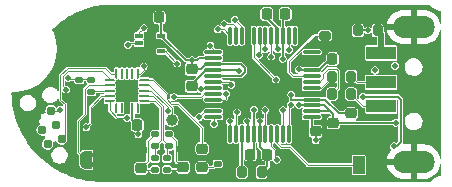
<source format=gbr>
%TF.GenerationSoftware,KiCad,Pcbnew,7.0.7*%
%TF.CreationDate,2024-04-01T13:07:59+02:00*%
%TF.ProjectId,ovrdrive,6f767264-7269-4766-952e-6b696361645f,rev?*%
%TF.SameCoordinates,Original*%
%TF.FileFunction,Copper,L1,Top*%
%TF.FilePolarity,Positive*%
%FSLAX46Y46*%
G04 Gerber Fmt 4.6, Leading zero omitted, Abs format (unit mm)*
G04 Created by KiCad (PCBNEW 7.0.7) date 2024-04-01 13:07:59*
%MOMM*%
%LPD*%
G01*
G04 APERTURE LIST*
G04 Aperture macros list*
%AMRoundRect*
0 Rectangle with rounded corners*
0 $1 Rounding radius*
0 $2 $3 $4 $5 $6 $7 $8 $9 X,Y pos of 4 corners*
0 Add a 4 corners polygon primitive as box body*
4,1,4,$2,$3,$4,$5,$6,$7,$8,$9,$2,$3,0*
0 Add four circle primitives for the rounded corners*
1,1,$1+$1,$2,$3*
1,1,$1+$1,$4,$5*
1,1,$1+$1,$6,$7*
1,1,$1+$1,$8,$9*
0 Add four rect primitives between the rounded corners*
20,1,$1+$1,$2,$3,$4,$5,0*
20,1,$1+$1,$4,$5,$6,$7,0*
20,1,$1+$1,$6,$7,$8,$9,0*
20,1,$1+$1,$8,$9,$2,$3,0*%
%AMFreePoly0*
4,1,19,0.500000,-0.750000,0.000000,-0.750000,0.000000,-0.744911,-0.071157,-0.744911,-0.207708,-0.704816,-0.327430,-0.627875,-0.420627,-0.520320,-0.479746,-0.390866,-0.500000,-0.250000,-0.500000,0.250000,-0.479746,0.390866,-0.420627,0.520320,-0.327430,0.627875,-0.207708,0.704816,-0.071157,0.744911,0.000000,0.744911,0.000000,0.750000,0.500000,0.750000,0.500000,-0.750000,0.500000,-0.750000,
$1*%
%AMFreePoly1*
4,1,19,0.000000,0.744911,0.071157,0.744911,0.207708,0.704816,0.327430,0.627875,0.420627,0.520320,0.479746,0.390866,0.500000,0.250000,0.500000,-0.250000,0.479746,-0.390866,0.420627,-0.520320,0.327430,-0.627875,0.207708,-0.704816,0.071157,-0.744911,0.000000,-0.744911,0.000000,-0.750000,-0.500000,-0.750000,-0.500000,0.750000,0.000000,0.750000,0.000000,0.744911,0.000000,0.744911,
$1*%
%AMFreePoly2*
4,1,14,0.289644,0.110355,0.410355,-0.010356,0.425000,-0.045711,0.425000,-0.075000,0.410355,-0.110355,0.375000,-0.125000,-0.375000,-0.125000,-0.410355,-0.110355,-0.425000,-0.075000,-0.425000,0.075000,-0.410355,0.110355,-0.375000,0.125000,0.254289,0.125000,0.289644,0.110355,0.289644,0.110355,$1*%
%AMFreePoly3*
4,1,14,0.410355,0.110355,0.425000,0.075000,0.425000,0.045711,0.410355,0.010356,0.289644,-0.110355,0.254289,-0.125000,-0.375000,-0.125000,-0.410355,-0.110355,-0.425000,-0.075000,-0.425000,0.075000,-0.410355,0.110355,-0.375000,0.125000,0.375000,0.125000,0.410355,0.110355,0.410355,0.110355,$1*%
%AMFreePoly4*
4,1,14,0.110355,0.410355,0.125000,0.375000,0.125000,-0.375000,0.110355,-0.410355,0.075000,-0.425000,-0.075000,-0.425000,-0.110355,-0.410355,-0.125000,-0.375000,-0.125000,0.254289,-0.110355,0.289644,0.010356,0.410355,0.045711,0.425000,0.075000,0.425000,0.110355,0.410355,0.110355,0.410355,$1*%
%AMFreePoly5*
4,1,14,-0.010356,0.410355,0.110355,0.289644,0.125000,0.254289,0.125000,-0.375000,0.110355,-0.410355,0.075000,-0.425000,-0.075000,-0.425000,-0.110355,-0.410355,-0.125000,-0.375000,-0.125000,0.375000,-0.110355,0.410355,-0.075000,0.425000,-0.045711,0.425000,-0.010356,0.410355,-0.010356,0.410355,$1*%
%AMFreePoly6*
4,1,14,0.410355,0.110355,0.425000,0.075000,0.425000,-0.075000,0.410355,-0.110355,0.375000,-0.125000,-0.254289,-0.125000,-0.289644,-0.110355,-0.410355,0.010356,-0.425000,0.045711,-0.425000,0.075000,-0.410355,0.110355,-0.375000,0.125000,0.375000,0.125000,0.410355,0.110355,0.410355,0.110355,$1*%
%AMFreePoly7*
4,1,14,0.410355,0.110355,0.425000,0.075000,0.425000,-0.075000,0.410355,-0.110355,0.375000,-0.125000,-0.375000,-0.125000,-0.410355,-0.110355,-0.425000,-0.075000,-0.425000,-0.045711,-0.410355,-0.010356,-0.289644,0.110355,-0.254289,0.125000,0.375000,0.125000,0.410355,0.110355,0.410355,0.110355,$1*%
%AMFreePoly8*
4,1,14,0.110355,0.410355,0.125000,0.375000,0.125000,-0.254289,0.110355,-0.289644,-0.010356,-0.410355,-0.045711,-0.425000,-0.075000,-0.425000,-0.110355,-0.410355,-0.125000,-0.375000,-0.125000,0.375000,-0.110355,0.410355,-0.075000,0.425000,0.075000,0.425000,0.110355,0.410355,0.110355,0.410355,$1*%
%AMFreePoly9*
4,1,14,0.110355,0.410355,0.125000,0.375000,0.125000,-0.375000,0.110355,-0.410355,0.075000,-0.425000,0.045711,-0.425000,0.010356,-0.410355,-0.110355,-0.289644,-0.125000,-0.254289,-0.125000,0.375000,-0.110355,0.410355,-0.075000,0.425000,0.075000,0.425000,0.110355,0.410355,0.110355,0.410355,$1*%
G04 Aperture macros list end*
%TA.AperFunction,SMDPad,CuDef*%
%ADD10RoundRect,0.218750X0.256250X-0.218750X0.256250X0.218750X-0.256250X0.218750X-0.256250X-0.218750X0*%
%TD*%
%TA.AperFunction,SMDPad,CuDef*%
%ADD11RoundRect,0.225000X0.225000X0.250000X-0.225000X0.250000X-0.225000X-0.250000X0.225000X-0.250000X0*%
%TD*%
%TA.AperFunction,SMDPad,CuDef*%
%ADD12RoundRect,0.147500X0.172500X-0.147500X0.172500X0.147500X-0.172500X0.147500X-0.172500X-0.147500X0*%
%TD*%
%TA.AperFunction,SMDPad,CuDef*%
%ADD13RoundRect,0.225000X-0.225000X-0.250000X0.225000X-0.250000X0.225000X0.250000X-0.225000X0.250000X0*%
%TD*%
%TA.AperFunction,SMDPad,CuDef*%
%ADD14RoundRect,0.200000X0.200000X0.275000X-0.200000X0.275000X-0.200000X-0.275000X0.200000X-0.275000X0*%
%TD*%
%TA.AperFunction,SMDPad,CuDef*%
%ADD15RoundRect,0.225000X-0.250000X0.225000X-0.250000X-0.225000X0.250000X-0.225000X0.250000X0.225000X0*%
%TD*%
%TA.AperFunction,SMDPad,CuDef*%
%ADD16RoundRect,0.135000X-0.185000X0.135000X-0.185000X-0.135000X0.185000X-0.135000X0.185000X0.135000X0*%
%TD*%
%TA.AperFunction,SMDPad,CuDef*%
%ADD17FreePoly0,180.000000*%
%TD*%
%TA.AperFunction,SMDPad,CuDef*%
%ADD18FreePoly1,180.000000*%
%TD*%
%TA.AperFunction,SMDPad,CuDef*%
%ADD19R,2.500000X1.100000*%
%TD*%
%TA.AperFunction,ComponentPad*%
%ADD20O,3.500000X1.900000*%
%TD*%
%TA.AperFunction,SMDPad,CuDef*%
%ADD21R,0.650000X0.400000*%
%TD*%
%TA.AperFunction,ConnectorPad*%
%ADD22C,0.787400*%
%TD*%
%TA.AperFunction,SMDPad,CuDef*%
%ADD23RoundRect,0.225000X0.250000X-0.225000X0.250000X0.225000X-0.250000X0.225000X-0.250000X-0.225000X0*%
%TD*%
%TA.AperFunction,SMDPad,CuDef*%
%ADD24C,1.000000*%
%TD*%
%TA.AperFunction,SMDPad,CuDef*%
%ADD25R,1.000000X1.500000*%
%TD*%
%TA.AperFunction,SMDPad,CuDef*%
%ADD26RoundRect,0.200000X-0.275000X0.200000X-0.275000X-0.200000X0.275000X-0.200000X0.275000X0.200000X0*%
%TD*%
%TA.AperFunction,SMDPad,CuDef*%
%ADD27RoundRect,0.135000X0.185000X-0.135000X0.185000X0.135000X-0.185000X0.135000X-0.185000X-0.135000X0*%
%TD*%
%TA.AperFunction,SMDPad,CuDef*%
%ADD28FreePoly2,0.000000*%
%TD*%
%TA.AperFunction,SMDPad,CuDef*%
%ADD29RoundRect,0.062500X-0.362500X-0.062500X0.362500X-0.062500X0.362500X0.062500X-0.362500X0.062500X0*%
%TD*%
%TA.AperFunction,SMDPad,CuDef*%
%ADD30FreePoly3,0.000000*%
%TD*%
%TA.AperFunction,SMDPad,CuDef*%
%ADD31FreePoly4,0.000000*%
%TD*%
%TA.AperFunction,SMDPad,CuDef*%
%ADD32RoundRect,0.062500X-0.062500X-0.362500X0.062500X-0.362500X0.062500X0.362500X-0.062500X0.362500X0*%
%TD*%
%TA.AperFunction,SMDPad,CuDef*%
%ADD33FreePoly5,0.000000*%
%TD*%
%TA.AperFunction,SMDPad,CuDef*%
%ADD34FreePoly6,0.000000*%
%TD*%
%TA.AperFunction,SMDPad,CuDef*%
%ADD35FreePoly7,0.000000*%
%TD*%
%TA.AperFunction,SMDPad,CuDef*%
%ADD36FreePoly8,0.000000*%
%TD*%
%TA.AperFunction,SMDPad,CuDef*%
%ADD37FreePoly9,0.000000*%
%TD*%
%TA.AperFunction,SMDPad,CuDef*%
%ADD38R,1.600000X1.600000*%
%TD*%
%TA.AperFunction,SMDPad,CuDef*%
%ADD39RoundRect,0.075000X-0.075000X0.662500X-0.075000X-0.662500X0.075000X-0.662500X0.075000X0.662500X0*%
%TD*%
%TA.AperFunction,SMDPad,CuDef*%
%ADD40RoundRect,0.075000X-0.662500X0.075000X-0.662500X-0.075000X0.662500X-0.075000X0.662500X0.075000X0*%
%TD*%
%TA.AperFunction,ViaPad*%
%ADD41C,0.460000*%
%TD*%
%TA.AperFunction,Conductor*%
%ADD42C,0.200000*%
%TD*%
%TA.AperFunction,Conductor*%
%ADD43C,0.100000*%
%TD*%
%TA.AperFunction,Conductor*%
%ADD44C,0.500000*%
%TD*%
G04 APERTURE END LIST*
%TA.AperFunction,EtchedComponent*%
%TO.C,JP3*%
G36*
X115250000Y-110350000D02*
G01*
X114750000Y-110350000D01*
X114750000Y-109950000D01*
X115250000Y-109950000D01*
X115250000Y-110350000D01*
G37*
%TD.AperFunction*%
%TA.AperFunction,EtchedComponent*%
G36*
X115250000Y-109550000D02*
G01*
X114750000Y-109550000D01*
X114750000Y-109150000D01*
X115250000Y-109150000D01*
X115250000Y-109550000D01*
G37*
%TD.AperFunction*%
%TD*%
D10*
%TO.P,D1,1,K*%
%TO.N,Net-(D1-K)*%
X124200000Y-110387500D03*
%TO.P,D1,2,A*%
%TO.N,Net-(D1-A)*%
X124200000Y-108812500D03*
%TD*%
D11*
%TO.P,C17,1*%
%TO.N,+3.3V*%
X129675000Y-97400000D03*
%TO.P,C17,2*%
%TO.N,GND*%
X128125000Y-97400000D03*
%TD*%
D12*
%TO.P,D3,1,K*%
%TO.N,Net-(D3-K)*%
X121200000Y-110575000D03*
%TO.P,D3,2,A*%
%TO.N,/CHG2*%
X121200000Y-109605000D03*
%TD*%
D13*
%TO.P,C7,1*%
%TO.N,+1V8*%
X131225000Y-97400000D03*
%TO.P,C7,2*%
%TO.N,GND*%
X132775000Y-97400000D03*
%TD*%
D11*
%TO.P,C18,1*%
%TO.N,+3.3V*%
X120575000Y-97700000D03*
%TO.P,C18,2*%
%TO.N,GND*%
X119025000Y-97700000D03*
%TD*%
D14*
%TO.P,R4,1*%
%TO.N,Net-(J1-D-)*%
X136825000Y-102700000D03*
%TO.P,R4,2*%
%TO.N,/DM*%
X135175000Y-102700000D03*
%TD*%
%TO.P,R5,1*%
%TO.N,Net-(J1-VBUS)*%
X139050000Y-98800000D03*
%TO.P,R5,2*%
%TO.N,+5V*%
X137400000Y-98800000D03*
%TD*%
D15*
%TO.P,C6,1*%
%TO.N,+3.3V*%
X135300000Y-106625000D03*
%TO.P,C6,2*%
%TO.N,GND*%
X135300000Y-108175000D03*
%TD*%
D16*
%TO.P,R7,1*%
%TO.N,/INHIBIT*%
X114800000Y-102990000D03*
%TO.P,R7,2*%
%TO.N,Net-(U3-PA2)*%
X114800000Y-104010000D03*
%TD*%
D17*
%TO.P,JP3,1,A*%
%TO.N,GND*%
X115650000Y-109750000D03*
D18*
%TO.P,JP3,2,B*%
%TO.N,Net-(JP3-B)*%
X114350000Y-109750000D03*
%TD*%
D19*
%TO.P,J1,1,VBUS*%
%TO.N,Net-(J1-VBUS)*%
X139350000Y-100700000D03*
%TO.P,J1,2,D-*%
%TO.N,Net-(J1-D-)*%
X139350000Y-103200000D03*
%TO.P,J1,3,D+*%
%TO.N,Net-(J1-D+)*%
X139350000Y-105200000D03*
%TO.P,J1,4,GND*%
%TO.N,GND*%
X139350000Y-107700000D03*
D20*
%TO.P,J1,5,Shield*%
X142100000Y-98500000D03*
X142100000Y-109900000D03*
%TD*%
D15*
%TO.P,C10,1*%
%TO.N,+1V8*%
X123300000Y-103525000D03*
%TO.P,C10,2*%
%TO.N,GND*%
X123300000Y-105075000D03*
%TD*%
D21*
%TO.P,U4,1*%
%TO.N,/~{CE}*%
X118850000Y-99250000D03*
%TO.P,U4,2*%
%TO.N,/INHIBIT*%
X118850000Y-99900000D03*
%TO.P,U4,3,GND*%
%TO.N,GND*%
X118850000Y-100550000D03*
%TO.P,U4,4*%
%TO.N,Net-(U2A-~{CE})*%
X120750000Y-100550000D03*
%TO.P,U4,5,VCC*%
%TO.N,+3.3V*%
X120750000Y-99250000D03*
%TD*%
D22*
%TO.P,J3,1,MISO*%
%TO.N,/MISO*%
X112293409Y-107965635D03*
%TO.P,J3,2,VCC*%
%TO.N,+5V*%
X111100000Y-108400000D03*
%TO.P,J3,3,SCK*%
%TO.N,/SCK*%
X111859044Y-106772225D03*
%TO.P,J3,4,MOSI*%
%TO.N,/MOSI*%
X110665634Y-107206591D03*
%TO.P,J3,5,~{RST}*%
%TO.N,/~{RST}*%
X111424678Y-105578816D03*
%TO.P,J3,6,GND*%
%TO.N,GND*%
X110231269Y-106013181D03*
%TD*%
D11*
%TO.P,C8,1*%
%TO.N,+1V8*%
X128275000Y-109300000D03*
%TO.P,C8,2*%
%TO.N,GND*%
X126725000Y-109300000D03*
%TD*%
D23*
%TO.P,C3,1*%
%TO.N,Net-(D2-K)*%
X119000000Y-110465000D03*
%TO.P,C3,2*%
%TO.N,GND*%
X119000000Y-108915000D03*
%TD*%
D24*
%TO.P,TP2,1,1*%
%TO.N,/PB2*%
X121600000Y-106400000D03*
%TD*%
D12*
%TO.P,D2,1,K*%
%TO.N,Net-(D2-K)*%
X120200000Y-110575000D03*
%TO.P,D2,2,A*%
%TO.N,/CHG1*%
X120200000Y-109605000D03*
%TD*%
D15*
%TO.P,C9,1*%
%TO.N,+1V8*%
X136800000Y-105825000D03*
%TO.P,C9,2*%
%TO.N,GND*%
X136800000Y-107375000D03*
%TD*%
D25*
%TO.P,JP2,1,A*%
%TO.N,GND*%
X138750000Y-110200000D03*
%TO.P,JP2,2,B*%
%TO.N,Net-(JP2-B)*%
X137450000Y-110200000D03*
%TD*%
D16*
%TO.P,R9,1*%
%TO.N,GND*%
X125500000Y-109090000D03*
%TO.P,R9,2*%
%TO.N,Net-(D1-K)*%
X125500000Y-110110000D03*
%TD*%
D14*
%TO.P,R3,1*%
%TO.N,Net-(J1-D+)*%
X136825000Y-104200000D03*
%TO.P,R3,2*%
%TO.N,/DP*%
X135175000Y-104200000D03*
%TD*%
D26*
%TO.P,R10,1*%
%TO.N,GND*%
X134600000Y-97575000D03*
%TO.P,R10,2*%
%TO.N,Net-(U1-RREF{slash}NC)*%
X134600000Y-99225000D03*
%TD*%
D23*
%TO.P,C14,1*%
%TO.N,Net-(D3-K)*%
X122600000Y-110375000D03*
%TO.P,C14,2*%
%TO.N,GND*%
X122600000Y-108825000D03*
%TD*%
D11*
%TO.P,C4,1*%
%TO.N,+5V*%
X118700000Y-106800000D03*
%TO.P,C4,2*%
%TO.N,GND*%
X117150000Y-106800000D03*
%TD*%
D13*
%TO.P,C12,1*%
%TO.N,+3.3V*%
X129725000Y-109300000D03*
%TO.P,C12,2*%
%TO.N,GND*%
X131275000Y-109300000D03*
%TD*%
D27*
%TO.P,R1,1*%
%TO.N,/CHG1*%
X120200000Y-108600000D03*
%TO.P,R1,2*%
%TO.N,Net-(D2-K)*%
X120200000Y-107580000D03*
%TD*%
%TO.P,R2,1*%
%TO.N,/CHG2*%
X121400000Y-108600000D03*
%TO.P,R2,2*%
%TO.N,Net-(D3-K)*%
X121400000Y-107580000D03*
%TD*%
D28*
%TO.P,U3,1,PA4*%
%TO.N,/SCK*%
X116375000Y-103000000D03*
D29*
%TO.P,U3,2,PA3*%
%TO.N,Net-(JP3-B)*%
X116375000Y-103450000D03*
%TO.P,U3,3,PA2*%
%TO.N,Net-(U3-PA2)*%
X116375000Y-103900000D03*
%TO.P,U3,4,PA1*%
%TO.N,/IN2*%
X116375000Y-104350000D03*
D30*
%TO.P,U3,5,AREF/PA0*%
%TO.N,/IN1*%
X116375000Y-104800000D03*
D31*
%TO.P,U3,6,NC*%
%TO.N,unconnected-(U3-NC-Pad6)*%
X116925000Y-105350000D03*
D32*
%TO.P,U3,7,NC*%
%TO.N,unconnected-(U3-NC-Pad7)*%
X117375000Y-105350000D03*
%TO.P,U3,8,GND*%
%TO.N,GND*%
X117825000Y-105350000D03*
%TO.P,U3,9,VCC*%
%TO.N,+5V*%
X118275000Y-105350000D03*
D33*
%TO.P,U3,10,NC*%
%TO.N,unconnected-(U3-NC-Pad10)*%
X118725000Y-105350000D03*
D34*
%TO.P,U3,11,XTAL1/PB0*%
%TO.N,/CHG1*%
X119275000Y-104800000D03*
D29*
%TO.P,U3,12,XTAL2/PB1*%
%TO.N,/CHG2*%
X119275000Y-104350000D03*
%TO.P,U3,13,~{RESET}/PB3*%
%TO.N,/~{RST}*%
X119275000Y-103900000D03*
%TO.P,U3,14,PB2*%
%TO.N,/PB2*%
X119275000Y-103450000D03*
D35*
%TO.P,U3,15,PA7*%
%TO.N,Net-(D1-A)*%
X119275000Y-103000000D03*
D36*
%TO.P,U3,16,PA6*%
%TO.N,/MOSI*%
X118725000Y-102450000D03*
D32*
%TO.P,U3,17,NC*%
%TO.N,unconnected-(U3-NC-Pad17)*%
X118275000Y-102450000D03*
%TO.P,U3,18,NC*%
%TO.N,unconnected-(U3-NC-Pad18)*%
X117825000Y-102450000D03*
%TO.P,U3,19,NC*%
%TO.N,unconnected-(U3-NC-Pad19)*%
X117375000Y-102450000D03*
D37*
%TO.P,U3,20,PA5*%
%TO.N,/MISO*%
X116925000Y-102450000D03*
D38*
%TO.P,U3,21,GND*%
%TO.N,GND*%
X117825000Y-103900000D03*
%TD*%
D15*
%TO.P,C5,1*%
%TO.N,+5V*%
X133800000Y-107325000D03*
%TO.P,C5,2*%
%TO.N,GND*%
X133800000Y-108875000D03*
%TD*%
D23*
%TO.P,C11,1*%
%TO.N,+3.3V*%
X123300000Y-102075000D03*
%TO.P,C11,2*%
%TO.N,GND*%
X123300000Y-100525000D03*
%TD*%
D13*
%TO.P,C13,1*%
%TO.N,+3.3V*%
X135225000Y-101200000D03*
%TO.P,C13,2*%
%TO.N,GND*%
X136775000Y-101200000D03*
%TD*%
D14*
%TO.P,R6,1*%
%TO.N,+3.3V*%
X129225000Y-110800000D03*
%TO.P,R6,2*%
%TO.N,Net-(U1-TESTN)*%
X127575000Y-110800000D03*
%TD*%
D27*
%TO.P,R8,1*%
%TO.N,GND*%
X113800000Y-104010000D03*
%TO.P,R8,2*%
%TO.N,/INHIBIT*%
X113800000Y-102990000D03*
%TD*%
D39*
%TO.P,U1,1,GPIO2*%
%TO.N,unconnected-(U1-GPIO2-Pad1)*%
X132050000Y-99237500D03*
%TO.P,U1,2,GPIO1*%
%TO.N,/RB1*%
X131550000Y-99237500D03*
%TO.P,U1,3,VDD*%
%TO.N,+1V8*%
X131050000Y-99237500D03*
%TO.P,U1,4,VCCIOQ*%
%TO.N,+3.3V*%
X130550000Y-99237500D03*
%TO.P,U1,5,GPIO0*%
%TO.N,/RB0*%
X130050000Y-99237500D03*
%TO.P,U1,6,FNRE*%
%TO.N,/~{RE}*%
X129550000Y-99237500D03*
%TO.P,U1,7,FCE0*%
%TO.N,/~{CE}*%
X129050000Y-99237500D03*
%TO.P,U1,8,FCE1*%
%TO.N,/~{CE1}*%
X128550000Y-99237500D03*
%TO.P,U1,9,VSS*%
%TO.N,GND*%
X128050000Y-99237500D03*
%TO.P,U1,10,FD7*%
%TO.N,/FD7*%
X127550000Y-99237500D03*
%TO.P,U1,11,FD6*%
%TO.N,/FD6*%
X127050000Y-99237500D03*
%TO.P,U1,12,FD5*%
%TO.N,/FD5*%
X126550000Y-99237500D03*
D40*
%TO.P,U1,13,FD4*%
%TO.N,/FD4*%
X125137500Y-100650000D03*
%TO.P,U1,14,VCCIOF*%
%TO.N,+3.3V*%
X125137500Y-101150000D03*
%TO.P,U1,15,VCCIOF*%
X125137500Y-101650000D03*
%TO.P,U1,16,VDD*%
%TO.N,+1V8*%
X125137500Y-102150000D03*
%TO.P,U1,17,VCCIOF*%
%TO.N,+3.3V*%
X125137500Y-102650000D03*
%TO.P,U1,18,FD3*%
%TO.N,/FD3*%
X125137500Y-103150000D03*
%TO.P,U1,19,FD2*%
%TO.N,/FD2*%
X125137500Y-103650000D03*
%TO.P,U1,20,FD1*%
%TO.N,/FD1*%
X125137500Y-104150000D03*
%TO.P,U1,21,FD0*%
%TO.N,/FD0*%
X125137500Y-104650000D03*
%TO.P,U1,22,VSS*%
%TO.N,GND*%
X125137500Y-105150000D03*
%TO.P,U1,23,FNWP*%
%TO.N,/~{WP}*%
X125137500Y-105650000D03*
%TO.P,U1,24,FNWE*%
%TO.N,/~{WE}*%
X125137500Y-106150000D03*
D39*
%TO.P,U1,25,FALE*%
%TO.N,/ALE*%
X126550000Y-107562500D03*
%TO.P,U1,26,FCLE*%
%TO.N,/CLE*%
X127050000Y-107562500D03*
%TO.P,U1,27,TESTN*%
%TO.N,Net-(U1-TESTN)*%
X127550000Y-107562500D03*
%TO.P,U1,28,VCCIOF*%
%TO.N,+3.3V*%
X128050000Y-107562500D03*
%TO.P,U1,29,VDD*%
%TO.N,+1V8*%
X128550000Y-107562500D03*
%TO.P,U1,30,VCCIOF*%
%TO.N,+3.3V*%
X129050000Y-107562500D03*
%TO.P,U1,31,DQS0*%
%TO.N,/DQS*%
X129550000Y-107562500D03*
%TO.P,U1,32,RELN*%
%TO.N,Net-(JP1-B)*%
X130050000Y-107562500D03*
%TO.P,U1,33,BCE*%
%TO.N,Net-(JP2-B)*%
X130550000Y-107562500D03*
%TO.P,U1,34,FCE3*%
%TO.N,/~{CE3}*%
X131050000Y-107562500D03*
%TO.P,U1,35,FCE2*%
%TO.N,/~{CE2}*%
X131550000Y-107562500D03*
%TO.P,U1,36,VSS*%
%TO.N,GND*%
X132050000Y-107562500D03*
D40*
%TO.P,U1,37,VCCAH5*%
%TO.N,+5V*%
X133462500Y-106150000D03*
%TO.P,U1,38,V33_OUT*%
%TO.N,+3.3V*%
X133462500Y-105650000D03*
%TO.P,U1,39,V33_IN*%
X133462500Y-105150000D03*
%TO.P,U1,40,V18_OUT*%
%TO.N,+1V8*%
X133462500Y-104650000D03*
%TO.P,U1,41,VGNDA*%
%TO.N,GND*%
X133462500Y-104150000D03*
%TO.P,U1,42,DM*%
%TO.N,/DM*%
X133462500Y-103650000D03*
%TO.P,U1,43,DP*%
%TO.N,/DP*%
X133462500Y-103150000D03*
%TO.P,U1,44,RREF/NC*%
%TO.N,Net-(U1-RREF{slash}NC)*%
X133462500Y-102650000D03*
%TO.P,U1,45,VCC33A_PLL*%
%TO.N,+3.3V*%
X133462500Y-102150000D03*
%TO.P,U1,46,VSS*%
%TO.N,GND*%
X133462500Y-101650000D03*
%TO.P,U1,47,VSS*%
X133462500Y-101150000D03*
%TO.P,U1,48,GPIO3*%
%TO.N,unconnected-(U1-GPIO3-Pad48)*%
X133462500Y-100650000D03*
%TD*%
D41*
%TO.N,+1V8*%
X131750000Y-104220000D03*
X127300000Y-102200000D03*
X128600000Y-105500000D03*
X131000000Y-101200000D03*
%TO.N,/SCK*%
X112700000Y-103800000D03*
X111859044Y-106772225D03*
%TO.N,/MOSI*%
X110665634Y-107206591D03*
X119243348Y-101843348D03*
%TO.N,/~{RST}*%
X112200500Y-105495000D03*
X121283771Y-105600000D03*
%TO.N,/INHIBIT*%
X117900000Y-100000000D03*
X112800000Y-102829500D03*
%TO.N,Net-(JP1-B)*%
X130500000Y-109750000D03*
%TO.N,/RB1*%
X131550000Y-100450000D03*
%TO.N,/RB0*%
X130050000Y-101010000D03*
%TO.N,/~{CE1}*%
X130450000Y-102950000D03*
%TO.N,/DQS*%
X129550000Y-105540500D03*
%TO.N,Net-(U2A-~{CE})*%
X122100000Y-101600000D03*
%TO.N,/~{CE3}*%
X131050000Y-105540500D03*
%TO.N,/~{CE2}*%
X131700000Y-105100000D03*
%TO.N,/~{RE}*%
X129550000Y-100400000D03*
%TO.N,/~{CE}*%
X119250000Y-98600000D03*
X128991864Y-100879856D03*
%TO.N,/~{WP}*%
X123900000Y-106150000D03*
%TO.N,/~{WE}*%
X125200000Y-106700000D03*
%TO.N,/ALE*%
X126550000Y-106500000D03*
%TO.N,/CLE*%
X127150000Y-105740500D03*
%TO.N,+3.3V*%
X128000000Y-106500000D03*
X130600000Y-100400000D03*
X140570500Y-106600000D03*
X132400000Y-102100000D03*
X129100000Y-106500000D03*
X123300000Y-101304500D03*
X132400000Y-105100000D03*
%TO.N,GND*%
X109000000Y-106200000D03*
X139600000Y-97400000D03*
X119800000Y-106500000D03*
X117600000Y-109800000D03*
X118200000Y-98400000D03*
X143600000Y-106600000D03*
X132350000Y-101200000D03*
X136500000Y-108600000D03*
X110200000Y-106000000D03*
X133000000Y-99000000D03*
X114600000Y-99200000D03*
X132500000Y-109000000D03*
X139750000Y-110950000D03*
X114100000Y-107900000D03*
X143600000Y-100400000D03*
X126950000Y-97150000D03*
X122550000Y-105950000D03*
X135500000Y-97050000D03*
X119900000Y-101300000D03*
X126400000Y-100400000D03*
X113030000Y-107950000D03*
X113350000Y-109800000D03*
X122100000Y-99400000D03*
X131000000Y-110600000D03*
X124600000Y-107400000D03*
X126300000Y-110800000D03*
X137000000Y-100400000D03*
X117600000Y-103800000D03*
%TO.N,+5V*%
X138200000Y-98800000D03*
X118800000Y-107600000D03*
X111100000Y-108400000D03*
X133800000Y-108095500D03*
%TO.N,/FD7*%
X126950000Y-97900000D03*
%TO.N,/FD6*%
X126072701Y-98279500D03*
%TO.N,/FD5*%
X125500000Y-98700000D03*
%TO.N,/FD4*%
X124900000Y-100100000D03*
%TO.N,/FD3*%
X126677375Y-103384648D03*
%TO.N,/FD2*%
X124104500Y-103764148D03*
%TO.N,/FD1*%
X121770207Y-104429793D03*
%TO.N,/FD0*%
X126204500Y-104150000D03*
%TO.N,VMEM*%
X140400000Y-108600000D03*
X137800000Y-104400000D03*
%TO.N,/IN1*%
X140520500Y-101800000D03*
X117845500Y-106200000D03*
%TO.N,/IN2*%
X138825627Y-102157685D03*
X114400000Y-107000000D03*
%TD*%
D42*
%TO.N,+1V8*%
X131750000Y-104650000D02*
X131750000Y-104220000D01*
X133462500Y-104650000D02*
X134584315Y-104650000D01*
X128550000Y-105550000D02*
X128600000Y-105500000D01*
X125137500Y-102150000D02*
X127250000Y-102150000D01*
X123300000Y-103525000D02*
X123300000Y-103361091D01*
X131050000Y-99237500D02*
X131050000Y-101150000D01*
X131050000Y-101150000D02*
X131000000Y-101200000D01*
X135759315Y-105825000D02*
X136800000Y-105825000D01*
X123300000Y-103361091D02*
X124511091Y-102150000D01*
X134584315Y-104650000D02*
X135759315Y-105825000D01*
X133462500Y-104650000D02*
X131750000Y-104650000D01*
X128275000Y-109300000D02*
X128550000Y-109025000D01*
X127250000Y-102150000D02*
X127300000Y-102200000D01*
X124511091Y-102150000D02*
X125137500Y-102150000D01*
X128550000Y-109025000D02*
X128550000Y-107562500D01*
X131225000Y-97400000D02*
X131050000Y-97575000D01*
X131050000Y-97575000D02*
X131050000Y-99237500D01*
X128550000Y-107562500D02*
X128550000Y-105550000D01*
D43*
%TO.N,Net-(D2-K)*%
X119625000Y-109840000D02*
X119625000Y-108155000D01*
X120200000Y-110575000D02*
X119110000Y-110575000D01*
X119000000Y-110465000D02*
X119625000Y-109840000D01*
X119110000Y-110575000D02*
X119000000Y-110465000D01*
X119625000Y-108155000D02*
X120200000Y-107580000D01*
%TO.N,Net-(D3-K)*%
X121400000Y-107580000D02*
X121975000Y-108155000D01*
X121200000Y-110575000D02*
X122290000Y-110575000D01*
X121975000Y-108155000D02*
X121975000Y-109840000D01*
X121975000Y-109840000D02*
X122600000Y-110465000D01*
X122290000Y-110575000D02*
X122400000Y-110465000D01*
%TO.N,Net-(D1-K)*%
X125122500Y-110387500D02*
X125400000Y-110110000D01*
X124200000Y-110387500D02*
X125122500Y-110387500D01*
%TO.N,/MISO*%
X112200000Y-102609256D02*
X112200000Y-104662598D01*
X112580000Y-105042598D02*
X112580000Y-107679044D01*
X116000000Y-102000000D02*
X112809256Y-102000000D01*
X116450000Y-102450000D02*
X116000000Y-102000000D01*
X116925000Y-102450000D02*
X116450000Y-102450000D01*
X112580000Y-107679044D02*
X112293409Y-107965635D01*
X112809256Y-102000000D02*
X112200000Y-102609256D01*
X112200000Y-104662598D02*
X112580000Y-105042598D01*
%TO.N,/SCK*%
X113000000Y-102250000D02*
X112842098Y-102250000D01*
X112400000Y-103500000D02*
X112700000Y-103800000D01*
X116375000Y-103000000D02*
X116375000Y-102875000D01*
X112400000Y-102692098D02*
X112400000Y-103500000D01*
X116375000Y-102875000D02*
X115750000Y-102250000D01*
X112842098Y-102250000D02*
X112400000Y-102692098D01*
X115750000Y-102250000D02*
X113000000Y-102250000D01*
%TO.N,/MOSI*%
X119243348Y-102156652D02*
X119243348Y-101843348D01*
X118725000Y-102450000D02*
X118950000Y-102450000D01*
X118950000Y-102450000D02*
X119243348Y-102156652D01*
%TO.N,/~{RST}*%
X112116684Y-105578816D02*
X112200500Y-105495000D01*
X119882842Y-103900000D02*
X121283771Y-105300929D01*
X119275000Y-103900000D02*
X119882842Y-103900000D01*
X111424678Y-105578816D02*
X112116684Y-105578816D01*
X121283771Y-105300929D02*
X121283771Y-105600000D01*
%TO.N,Net-(D1-A)*%
X121175260Y-104624740D02*
X121175260Y-104175260D01*
X124200000Y-107062598D02*
X122162142Y-105024740D01*
X121575260Y-105024740D02*
X121175260Y-104624740D01*
X121175260Y-104175260D02*
X120000000Y-103000000D01*
X122162142Y-105024740D02*
X121575260Y-105024740D01*
X120000000Y-103000000D02*
X119275000Y-103000000D01*
X124200000Y-108812500D02*
X124200000Y-107062598D01*
D44*
%TO.N,Net-(J1-VBUS)*%
X139350000Y-100700000D02*
X139350000Y-99100000D01*
X139350000Y-99100000D02*
X139050000Y-98800000D01*
D43*
%TO.N,/DP*%
X135175000Y-104200000D02*
X135725000Y-103650000D01*
X135575000Y-102075000D02*
X134825000Y-102075000D01*
X135725000Y-103650000D02*
X135725000Y-102225000D01*
X134100000Y-103150000D02*
X133462500Y-103150000D01*
X134825000Y-102075000D02*
X134400000Y-102500000D01*
X134400000Y-102850000D02*
X134100000Y-103150000D01*
X135725000Y-102225000D02*
X135575000Y-102075000D01*
X134400000Y-102500000D02*
X134400000Y-102850000D01*
%TO.N,/DM*%
X135175000Y-102700000D02*
X134225000Y-103650000D01*
X134225000Y-103650000D02*
X133462500Y-103650000D01*
%TO.N,Net-(J1-D-)*%
X139350000Y-103200000D02*
X137325000Y-103200000D01*
X137325000Y-103200000D02*
X136825000Y-102700000D01*
%TO.N,/INHIBIT*%
X118850000Y-99900000D02*
X118000000Y-99900000D01*
X118000000Y-99900000D02*
X117900000Y-100000000D01*
X112880500Y-102910000D02*
X112800000Y-102829500D01*
X113800000Y-102910000D02*
X114780000Y-102910000D01*
X113800000Y-102910000D02*
X112880500Y-102910000D01*
X114780000Y-102910000D02*
X114800000Y-102890000D01*
%TO.N,Net-(J1-D+)*%
X137825000Y-105200000D02*
X136825000Y-104200000D01*
X139350000Y-105200000D02*
X137825000Y-105200000D01*
%TO.N,Net-(JP1-B)*%
X130325000Y-108894670D02*
X130325000Y-109575000D01*
X130050000Y-107562500D02*
X130050000Y-108619670D01*
X130050000Y-108619670D02*
X130325000Y-108894670D01*
X130325000Y-109575000D02*
X130500000Y-109750000D01*
%TO.N,/RB1*%
X131550000Y-99237500D02*
X131550000Y-100450000D01*
%TO.N,/RB0*%
X130050000Y-99237500D02*
X130050000Y-101010000D01*
%TO.N,/~{CE1}*%
X128550000Y-99237500D02*
X128550000Y-101050000D01*
X128550000Y-101050000D02*
X130450000Y-102950000D01*
%TO.N,/DQS*%
X129550000Y-107562500D02*
X129550000Y-105540500D01*
%TO.N,Net-(JP2-B)*%
X132120000Y-109157402D02*
X133162598Y-110200000D01*
X131655330Y-108675000D02*
X132120000Y-109139670D01*
X133162598Y-110200000D02*
X137450000Y-110200000D01*
X130894670Y-108675000D02*
X131655330Y-108675000D01*
X130550000Y-108330330D02*
X130894670Y-108675000D01*
X130550000Y-107562500D02*
X130550000Y-108330330D01*
X132120000Y-109139670D02*
X132120000Y-109157402D01*
D42*
%TO.N,Net-(U1-TESTN)*%
X127550000Y-110775000D02*
X127575000Y-110800000D01*
X127550000Y-107562500D02*
X127550000Y-110775000D01*
D43*
%TO.N,Net-(U3-PA2)*%
X114935000Y-103900000D02*
X114925000Y-103890000D01*
X116375000Y-103900000D02*
X114935000Y-103900000D01*
%TO.N,Net-(U1-RREF{slash}NC)*%
X131550000Y-101400000D02*
X131550000Y-102300000D01*
X131900000Y-102650000D02*
X133462500Y-102650000D01*
X133725000Y-99225000D02*
X131550000Y-101400000D01*
X134600000Y-99225000D02*
X133725000Y-99225000D01*
X131550000Y-102300000D02*
X131900000Y-102650000D01*
%TO.N,Net-(U2A-~{CE})*%
X121050000Y-100550000D02*
X120750000Y-100550000D01*
X120750000Y-100550000D02*
X121100000Y-100550000D01*
X122100000Y-101600000D02*
X121050000Y-100550000D01*
%TO.N,/~{CE3}*%
X131050000Y-107562500D02*
X131050000Y-105540500D01*
%TO.N,/~{CE2}*%
X131700000Y-105100000D02*
X131550000Y-105250000D01*
X131550000Y-105250000D02*
X131550000Y-107562500D01*
%TO.N,/~{RE}*%
X129550000Y-99237500D02*
X129550000Y-100400000D01*
%TO.N,/~{CE}*%
X119000000Y-98850000D02*
X118900000Y-98850000D01*
X129050000Y-100821720D02*
X128991864Y-100879856D01*
X119250000Y-98600000D02*
X119000000Y-98850000D01*
X129050000Y-99237500D02*
X129050000Y-100821720D01*
X118850000Y-99250000D02*
X118850000Y-98900000D01*
X118850000Y-98900000D02*
X118900000Y-98850000D01*
%TO.N,/~{WP}*%
X124400000Y-105650000D02*
X125137500Y-105650000D01*
X123900000Y-106150000D02*
X124400000Y-105650000D01*
%TO.N,/~{WE}*%
X125200000Y-106212500D02*
X125137500Y-106150000D01*
X125200000Y-106700000D02*
X125200000Y-106212500D01*
%TO.N,/ALE*%
X126550000Y-106500000D02*
X126550000Y-107562500D01*
%TO.N,/CLE*%
X127050000Y-105840500D02*
X127150000Y-105740500D01*
X127050000Y-107562500D02*
X127050000Y-105840500D01*
D42*
%TO.N,+3.3V*%
X120700000Y-98850000D02*
X120750000Y-98900000D01*
X127450000Y-101650000D02*
X125137500Y-101650000D01*
X129050000Y-107562500D02*
X129050000Y-106550000D01*
X127800000Y-102000000D02*
X127450000Y-101650000D01*
X127800000Y-102308112D02*
X127800000Y-102000000D01*
X126200000Y-102650000D02*
X127458112Y-102650000D01*
X130550000Y-99237500D02*
X130550000Y-100350000D01*
X123795500Y-101304500D02*
X123300000Y-101304500D01*
X122804500Y-101304500D02*
X123300000Y-101304500D01*
X135300000Y-106625000D02*
X140545500Y-106625000D01*
X140545500Y-106625000D02*
X140570500Y-106600000D01*
X135300000Y-105900000D02*
X135300000Y-106625000D01*
X133462500Y-105150000D02*
X132450000Y-105150000D01*
X130550000Y-98611091D02*
X129675000Y-97736091D01*
X135038909Y-101200000D02*
X135225000Y-101200000D01*
X129050000Y-107562500D02*
X129050000Y-108625000D01*
X123950000Y-101150000D02*
X123795500Y-101304500D01*
X133462500Y-102150000D02*
X132450000Y-102150000D01*
X129050000Y-108625000D02*
X129725000Y-109300000D01*
X123300000Y-102075000D02*
X123300000Y-101304500D01*
X124511091Y-101650000D02*
X124086091Y-102075000D01*
X129050000Y-106550000D02*
X129100000Y-106500000D01*
X120750000Y-98900000D02*
X120750000Y-99250000D01*
X120750000Y-99250000D02*
X122804500Y-101304500D01*
X133462500Y-105650000D02*
X135050000Y-105650000D01*
X133462500Y-102150000D02*
X134088909Y-102150000D01*
X125137500Y-102650000D02*
X126200000Y-102650000D01*
X127458112Y-102650000D02*
X127800000Y-102308112D01*
X134550000Y-105150000D02*
X135300000Y-105900000D01*
X125137500Y-101650000D02*
X124511091Y-101650000D01*
X120700000Y-97825000D02*
X120700000Y-98850000D01*
X120575000Y-97700000D02*
X120700000Y-97825000D01*
X125137500Y-101150000D02*
X123950000Y-101150000D01*
X129725000Y-109300000D02*
X129725000Y-110300000D01*
X135050000Y-105650000D02*
X135300000Y-105900000D01*
X132450000Y-102150000D02*
X132400000Y-102100000D01*
X130550000Y-100350000D02*
X130600000Y-100400000D01*
X134088909Y-102150000D02*
X135038909Y-101200000D01*
X128050000Y-106550000D02*
X128000000Y-106500000D01*
X133462500Y-105150000D02*
X134550000Y-105150000D01*
D43*
X134968198Y-101200000D02*
X135225000Y-101200000D01*
D42*
X129675000Y-97736091D02*
X129675000Y-97400000D01*
X124086091Y-102075000D02*
X123300000Y-102075000D01*
X130550000Y-99237500D02*
X130550000Y-98611091D01*
X132450000Y-105150000D02*
X132400000Y-105100000D01*
X128050000Y-107562500D02*
X128050000Y-106550000D01*
X129725000Y-110300000D02*
X129225000Y-110800000D01*
%TO.N,+5V*%
X133800000Y-108095500D02*
X133800000Y-107325000D01*
X118700000Y-106800000D02*
X118275000Y-106375000D01*
X118800000Y-106900000D02*
X118700000Y-106800000D01*
X118275000Y-106375000D02*
X118275000Y-105350000D01*
X133462500Y-106150000D02*
X133462500Y-106987500D01*
X133462500Y-106987500D02*
X133800000Y-107325000D01*
X118800000Y-107600000D02*
X118800000Y-106900000D01*
X137400000Y-98800000D02*
X138200000Y-98800000D01*
D43*
%TO.N,/FD7*%
X127550000Y-99237500D02*
X127550000Y-98500000D01*
X127550000Y-98500000D02*
X126950000Y-97900000D01*
%TO.N,/FD6*%
X126792098Y-98279500D02*
X126072701Y-98279500D01*
X127050000Y-98537402D02*
X126792098Y-98279500D01*
X127050000Y-99237500D02*
X127050000Y-98537402D01*
%TO.N,/FD5*%
X126012500Y-98700000D02*
X125500000Y-98700000D01*
X126550000Y-99237500D02*
X126012500Y-98700000D01*
%TO.N,/FD4*%
X125137500Y-100650000D02*
X125137500Y-100337500D01*
X125137500Y-100337500D02*
X124900000Y-100100000D01*
%TO.N,/FD3*%
X126442727Y-103150000D02*
X126677375Y-103384648D01*
X125137500Y-103150000D02*
X126442727Y-103150000D01*
%TO.N,/FD2*%
X125137500Y-103650000D02*
X124218648Y-103650000D01*
X124218648Y-103650000D02*
X124104500Y-103764148D01*
%TO.N,/FD1*%
X121786373Y-104413627D02*
X121770207Y-104429793D01*
X124377254Y-104150000D02*
X124113627Y-104413627D01*
X124113627Y-104413627D02*
X121786373Y-104413627D01*
X125137500Y-104150000D02*
X124377254Y-104150000D01*
%TO.N,/FD0*%
X125137500Y-104650000D02*
X126150000Y-104650000D01*
X126150000Y-104650000D02*
X126204500Y-104595500D01*
X126204500Y-104595500D02*
X126204500Y-104150000D01*
%TO.N,/PB2*%
X119717678Y-103450000D02*
X121663771Y-105396093D01*
X119275000Y-103450000D02*
X119717678Y-103450000D01*
X121663771Y-106336229D02*
X121600000Y-106400000D01*
X121663771Y-105396093D02*
X121663771Y-106336229D01*
D42*
%TO.N,VMEM*%
X140750000Y-104400000D02*
X141000000Y-104650000D01*
X141000000Y-104650000D02*
X141000000Y-108000000D01*
X141000000Y-108000000D02*
X141000000Y-108250000D01*
X137800000Y-104400000D02*
X140750000Y-104400000D01*
X141000000Y-108250000D02*
X140650000Y-108600000D01*
X140650000Y-108600000D02*
X140400000Y-108600000D01*
D43*
%TO.N,/IN1*%
X116375000Y-104800000D02*
X116375000Y-105532843D01*
X117017157Y-106175000D02*
X117820500Y-106175000D01*
X117820500Y-106175000D02*
X117845500Y-106200000D01*
X116375000Y-105532843D02*
X117017157Y-106175000D01*
%TO.N,/IN2*%
X114750000Y-105250000D02*
X114750000Y-106650000D01*
X116375000Y-104350000D02*
X115650000Y-104350000D01*
X115650000Y-104350000D02*
X114750000Y-105250000D01*
X114750000Y-106650000D02*
X114400000Y-107000000D01*
%TO.N,/CHG1*%
X120704271Y-108095729D02*
X120200000Y-108600000D01*
X120704271Y-105304271D02*
X120704271Y-108095729D01*
X120200000Y-108600000D02*
X120200000Y-109605000D01*
X119275000Y-104800000D02*
X120200000Y-104800000D01*
X120200000Y-104800000D02*
X120704271Y-105304271D01*
%TO.N,/CHG2*%
X119275000Y-104350000D02*
X120050000Y-104350000D01*
X120904271Y-108104271D02*
X121400000Y-108600000D01*
X120050000Y-104350000D02*
X120904271Y-105204271D01*
X121200000Y-108600000D02*
X121200000Y-109605000D01*
X120904271Y-105204271D02*
X120904271Y-108104271D01*
%TO.N,Net-(JP3-B)*%
X114270000Y-103756949D02*
X114270000Y-105889314D01*
X114270000Y-105889314D02*
X113720000Y-106439314D01*
X113720000Y-106439314D02*
X113720000Y-106500000D01*
X113720000Y-106500000D02*
X113720000Y-109120000D01*
X114576949Y-103450000D02*
X114270000Y-103756949D01*
X116375000Y-103450000D02*
X114576949Y-103450000D01*
X113720000Y-109120000D02*
X114350000Y-109750000D01*
%TD*%
%TA.AperFunction,Conductor*%
%TO.N,GND*%
G36*
X118077221Y-102910147D02*
G01*
X118090743Y-102923669D01*
X118094984Y-102930017D01*
X118137465Y-102958401D01*
X118148901Y-102966042D01*
X118196448Y-102975500D01*
X118353552Y-102975500D01*
X118401099Y-102966042D01*
X118444239Y-102937217D01*
X118455015Y-102930017D01*
X118458429Y-102926604D01*
X118459366Y-102927541D01*
X118485673Y-102909960D01*
X118522456Y-102917272D01*
X118535978Y-102930792D01*
X118539275Y-102935726D01*
X118572519Y-102957938D01*
X118610788Y-102973789D01*
X118610792Y-102973789D01*
X118610795Y-102973791D01*
X118649996Y-102981589D01*
X118649997Y-102981589D01*
X118649997Y-102981588D01*
X118649998Y-102981589D01*
X118655080Y-102980577D01*
X118674198Y-102980577D01*
X118679291Y-102981590D01*
X118687403Y-102979976D01*
X118724185Y-102987288D01*
X118745023Y-103018469D01*
X118745025Y-103037587D01*
X118743410Y-103045710D01*
X118743410Y-103045716D01*
X118744421Y-103050798D01*
X118744423Y-103069913D01*
X118743411Y-103075003D01*
X118743411Y-103075004D01*
X118751210Y-103114210D01*
X118751211Y-103114213D01*
X118756845Y-103127816D01*
X118764961Y-103147409D01*
X118766241Y-103150500D01*
X118766597Y-103151358D01*
X118766927Y-103152282D01*
X118780289Y-103172278D01*
X118789275Y-103185726D01*
X118794203Y-103189018D01*
X118815040Y-103220198D01*
X118807726Y-103256981D01*
X118798267Y-103266442D01*
X118798396Y-103266571D01*
X118794982Y-103269984D01*
X118758957Y-103323901D01*
X118749500Y-103371444D01*
X118749500Y-103528555D01*
X118758957Y-103576098D01*
X118794982Y-103630014D01*
X118794983Y-103630014D01*
X118794984Y-103630016D01*
X118801329Y-103634256D01*
X118822167Y-103665436D01*
X118814853Y-103702219D01*
X118801335Y-103715739D01*
X118794983Y-103719983D01*
X118794982Y-103719984D01*
X118758957Y-103773901D01*
X118749500Y-103821444D01*
X118749500Y-103978555D01*
X118758957Y-104026098D01*
X118794982Y-104080014D01*
X118794983Y-104080014D01*
X118794984Y-104080016D01*
X118801329Y-104084256D01*
X118822167Y-104115436D01*
X118814853Y-104152219D01*
X118801335Y-104165739D01*
X118794983Y-104169983D01*
X118794982Y-104169984D01*
X118758957Y-104223901D01*
X118749500Y-104271444D01*
X118749500Y-104428555D01*
X118758957Y-104476098D01*
X118794982Y-104530015D01*
X118798396Y-104533429D01*
X118797459Y-104534365D01*
X118815041Y-104560680D01*
X118807723Y-104597462D01*
X118794207Y-104610978D01*
X118789275Y-104614273D01*
X118789274Y-104614274D01*
X118767062Y-104647518D01*
X118751211Y-104685788D01*
X118751208Y-104685795D01*
X118743411Y-104724995D01*
X118743411Y-104724996D01*
X118743411Y-104724998D01*
X118744421Y-104730079D01*
X118744423Y-104730087D01*
X118744423Y-104749194D01*
X118743410Y-104754290D01*
X118743410Y-104754293D01*
X118745024Y-104762410D01*
X118737705Y-104799191D01*
X118706521Y-104820025D01*
X118687406Y-104820024D01*
X118679292Y-104818410D01*
X118679289Y-104818410D01*
X118674200Y-104819422D01*
X118655085Y-104819422D01*
X118650002Y-104818411D01*
X118610788Y-104826210D01*
X118610787Y-104826210D01*
X118610784Y-104826211D01*
X118600841Y-104830330D01*
X118573638Y-104841598D01*
X118572719Y-104841926D01*
X118539274Y-104864274D01*
X118535980Y-104869205D01*
X118504797Y-104890041D01*
X118468015Y-104882724D01*
X118458558Y-104873267D01*
X118458429Y-104873396D01*
X118455015Y-104869982D01*
X118401098Y-104833957D01*
X118353555Y-104824500D01*
X118353552Y-104824500D01*
X118196448Y-104824500D01*
X118196444Y-104824500D01*
X118148901Y-104833957D01*
X118094984Y-104869982D01*
X118094982Y-104869984D01*
X118058957Y-104923901D01*
X118049500Y-104971444D01*
X118049500Y-105728555D01*
X118058957Y-105776097D01*
X118058957Y-105776098D01*
X118058958Y-105776099D01*
X118065330Y-105785636D01*
X118066241Y-105786998D01*
X118074500Y-105814222D01*
X118074500Y-105861659D01*
X118060148Y-105896307D01*
X118025500Y-105910659D01*
X118008741Y-105907704D01*
X117903776Y-105869500D01*
X117787224Y-105869500D01*
X117677702Y-105909363D01*
X117677700Y-105909364D01*
X117588417Y-105984280D01*
X117588417Y-105984281D01*
X117579343Y-105999999D01*
X117549590Y-106022830D01*
X117536907Y-106024500D01*
X117099792Y-106024500D01*
X117065144Y-106010148D01*
X117011928Y-105956932D01*
X116997576Y-105922284D01*
X117011928Y-105887636D01*
X117037018Y-105874225D01*
X117039212Y-105873789D01*
X117076383Y-105858392D01*
X117077287Y-105858069D01*
X117077483Y-105857938D01*
X117077485Y-105857937D01*
X117088617Y-105850498D01*
X117110726Y-105835725D01*
X117114018Y-105830797D01*
X117145196Y-105809960D01*
X117181979Y-105817272D01*
X117191442Y-105826732D01*
X117191571Y-105826604D01*
X117194984Y-105830017D01*
X117242341Y-105861659D01*
X117248901Y-105866042D01*
X117296448Y-105875500D01*
X117453552Y-105875500D01*
X117501099Y-105866042D01*
X117546382Y-105835785D01*
X117555015Y-105830017D01*
X117555017Y-105830015D01*
X117579514Y-105793352D01*
X117591042Y-105776099D01*
X117600500Y-105728552D01*
X117600500Y-104971448D01*
X117591042Y-104923901D01*
X117584569Y-104914213D01*
X117555017Y-104869984D01*
X117555015Y-104869982D01*
X117501098Y-104833957D01*
X117453555Y-104824500D01*
X117453552Y-104824500D01*
X117296448Y-104824500D01*
X117296444Y-104824500D01*
X117248901Y-104833957D01*
X117194984Y-104869982D01*
X117191571Y-104873396D01*
X117190636Y-104872461D01*
X117164309Y-104890043D01*
X117127528Y-104882718D01*
X117114019Y-104869204D01*
X117110725Y-104864274D01*
X117077481Y-104842061D01*
X117049159Y-104830330D01*
X117039216Y-104826211D01*
X117039214Y-104826210D01*
X117013072Y-104821010D01*
X117000002Y-104818411D01*
X117000001Y-104818411D01*
X117000000Y-104818411D01*
X116994908Y-104819423D01*
X116975803Y-104819423D01*
X116973074Y-104818880D01*
X116970713Y-104818411D01*
X116970712Y-104818411D01*
X116970710Y-104818411D01*
X116962588Y-104820026D01*
X116925806Y-104812707D01*
X116904973Y-104781523D01*
X116904974Y-104762408D01*
X116906589Y-104754288D01*
X116906589Y-104754284D01*
X116905578Y-104749203D01*
X116905578Y-104730083D01*
X116906589Y-104725001D01*
X116906588Y-104724999D01*
X116906589Y-104724998D01*
X116898791Y-104685797D01*
X116898788Y-104685786D01*
X116883395Y-104648622D01*
X116883070Y-104647714D01*
X116876157Y-104637369D01*
X116860725Y-104614274D01*
X116855795Y-104610980D01*
X116834959Y-104579799D01*
X116842274Y-104543017D01*
X116851733Y-104533558D01*
X116851604Y-104533429D01*
X116855017Y-104530015D01*
X116872638Y-104503642D01*
X116891042Y-104476099D01*
X116900500Y-104428552D01*
X116900500Y-104271448D01*
X116891042Y-104223901D01*
X116890605Y-104223247D01*
X116855017Y-104169984D01*
X116848669Y-104165743D01*
X116827832Y-104134562D01*
X116835147Y-104097779D01*
X116848669Y-104084257D01*
X116850050Y-104083334D01*
X116855016Y-104080016D01*
X116855018Y-104080014D01*
X116874738Y-104050500D01*
X116891042Y-104026099D01*
X116900500Y-103978552D01*
X116900500Y-103821448D01*
X116891042Y-103773901D01*
X116881684Y-103759895D01*
X116855017Y-103719984D01*
X116848669Y-103715743D01*
X116827832Y-103684562D01*
X116835147Y-103647779D01*
X116848669Y-103634257D01*
X116855017Y-103630015D01*
X116873727Y-103602013D01*
X116891042Y-103576099D01*
X116900500Y-103528552D01*
X116900500Y-103371448D01*
X116891042Y-103323901D01*
X116884996Y-103314852D01*
X116855017Y-103269984D01*
X116851604Y-103266571D01*
X116852540Y-103265634D01*
X116834958Y-103239316D01*
X116842278Y-103202534D01*
X116855792Y-103189021D01*
X116860726Y-103185725D01*
X116882938Y-103152481D01*
X116894669Y-103124159D01*
X116894669Y-103124158D01*
X116898788Y-103114215D01*
X116898789Y-103114210D01*
X116898790Y-103114208D01*
X116906589Y-103075004D01*
X116906589Y-103075002D01*
X116905577Y-103069913D01*
X116905577Y-103050795D01*
X116906589Y-103045714D01*
X116904973Y-103037589D01*
X116912291Y-103000808D01*
X116943474Y-102979973D01*
X116962589Y-102979973D01*
X116970709Y-102981589D01*
X116975797Y-102980577D01*
X116994911Y-102980577D01*
X116999999Y-102981589D01*
X116999999Y-102981588D01*
X117000001Y-102981589D01*
X117000002Y-102981589D01*
X117039202Y-102973791D01*
X117039202Y-102973790D01*
X117039212Y-102973789D01*
X117076383Y-102958392D01*
X117077287Y-102958069D01*
X117077483Y-102957938D01*
X117077485Y-102957937D01*
X117088556Y-102950539D01*
X117110726Y-102935725D01*
X117114018Y-102930797D01*
X117145196Y-102909960D01*
X117181979Y-102917272D01*
X117191442Y-102926732D01*
X117191571Y-102926604D01*
X117194984Y-102930017D01*
X117237465Y-102958401D01*
X117248901Y-102966042D01*
X117296448Y-102975500D01*
X117453552Y-102975500D01*
X117501099Y-102966042D01*
X117544239Y-102937217D01*
X117555015Y-102930017D01*
X117559257Y-102923669D01*
X117590438Y-102902832D01*
X117627221Y-102910147D01*
X117640743Y-102923669D01*
X117644984Y-102930017D01*
X117687465Y-102958401D01*
X117698901Y-102966042D01*
X117746448Y-102975500D01*
X117903552Y-102975500D01*
X117951099Y-102966042D01*
X117994239Y-102937217D01*
X118005015Y-102930017D01*
X118009257Y-102923669D01*
X118040438Y-102902832D01*
X118077221Y-102910147D01*
G37*
%TD.AperFunction*%
%TA.AperFunction,Conductor*%
G36*
X143496587Y-96638571D02*
G01*
X143498954Y-96641111D01*
X143557533Y-96708643D01*
X143725459Y-96856897D01*
X143798720Y-96906051D01*
X143911470Y-96981700D01*
X144112322Y-97080875D01*
X144324501Y-97152687D01*
X144394379Y-97166368D01*
X144425623Y-97187109D01*
X144433963Y-97214455D01*
X144433963Y-98243065D01*
X144419611Y-98277713D01*
X144384963Y-98292065D01*
X144350315Y-98277713D01*
X144336631Y-98251130D01*
X144318229Y-98140853D01*
X144239774Y-97912323D01*
X144239770Y-97912313D01*
X144124777Y-97699825D01*
X144124768Y-97699811D01*
X143976364Y-97509141D01*
X143798588Y-97345488D01*
X143596313Y-97213335D01*
X143596307Y-97213331D01*
X143375036Y-97116273D01*
X143375037Y-97116273D01*
X143140801Y-97056956D01*
X142960303Y-97042000D01*
X142354000Y-97042000D01*
X142354000Y-98001000D01*
X142339648Y-98035648D01*
X142305000Y-98050000D01*
X141895000Y-98050000D01*
X141860352Y-98035648D01*
X141846000Y-98001000D01*
X141846000Y-97042000D01*
X141239697Y-97042000D01*
X141059198Y-97056956D01*
X140824963Y-97116273D01*
X140603692Y-97213331D01*
X140603686Y-97213335D01*
X140401411Y-97345488D01*
X140223635Y-97509141D01*
X140075231Y-97699811D01*
X140075222Y-97699825D01*
X139960229Y-97912313D01*
X139960225Y-97912323D01*
X139881770Y-98140853D01*
X139864225Y-98246000D01*
X140842162Y-98246000D01*
X140876810Y-98260352D01*
X140891162Y-98295000D01*
X140884597Y-98319497D01*
X140877371Y-98332013D01*
X140876376Y-98333738D01*
X140876374Y-98333744D01*
X140846190Y-98465988D01*
X140846190Y-98465991D01*
X140846190Y-98465992D01*
X140847561Y-98484282D01*
X140856326Y-98601260D01*
X140856326Y-98601262D01*
X140856327Y-98601265D01*
X140890014Y-98687099D01*
X140889314Y-98724594D01*
X140862304Y-98750613D01*
X140844402Y-98754000D01*
X139864225Y-98754000D01*
X139881770Y-98859146D01*
X139960225Y-99087676D01*
X139960229Y-99087686D01*
X140075222Y-99300174D01*
X140075231Y-99300188D01*
X140223635Y-99490858D01*
X140401411Y-99654511D01*
X140603686Y-99786664D01*
X140603692Y-99786668D01*
X140824963Y-99883726D01*
X140824962Y-99883726D01*
X141059198Y-99943043D01*
X141239697Y-99958000D01*
X141846000Y-99958000D01*
X141846000Y-98999000D01*
X141860352Y-98964352D01*
X141895000Y-98950000D01*
X142305000Y-98950000D01*
X142339648Y-98964352D01*
X142354000Y-98999000D01*
X142354000Y-99958000D01*
X142960303Y-99958000D01*
X143140801Y-99943043D01*
X143375036Y-99883726D01*
X143596307Y-99786668D01*
X143596313Y-99786664D01*
X143798588Y-99654511D01*
X143976364Y-99490858D01*
X144124768Y-99300188D01*
X144124777Y-99300174D01*
X144239770Y-99087686D01*
X144239774Y-99087676D01*
X144318229Y-98859146D01*
X144336631Y-98748869D01*
X144356490Y-98717056D01*
X144393028Y-98708602D01*
X144424841Y-98728461D01*
X144433963Y-98756934D01*
X144433963Y-109643065D01*
X144419611Y-109677713D01*
X144384963Y-109692065D01*
X144350315Y-109677713D01*
X144336631Y-109651130D01*
X144318229Y-109540853D01*
X144239774Y-109312323D01*
X144239770Y-109312313D01*
X144124777Y-109099825D01*
X144124768Y-109099811D01*
X143976364Y-108909141D01*
X143798588Y-108745488D01*
X143596313Y-108613335D01*
X143596307Y-108613331D01*
X143375036Y-108516273D01*
X143375037Y-108516273D01*
X143140801Y-108456956D01*
X142960303Y-108442000D01*
X142354000Y-108442000D01*
X142354000Y-109401000D01*
X142339648Y-109435648D01*
X142305000Y-109450000D01*
X141895000Y-109450000D01*
X141860352Y-109435648D01*
X141846000Y-109401000D01*
X141846000Y-108442000D01*
X141239696Y-108442000D01*
X141207051Y-108444704D01*
X141171337Y-108433261D01*
X141154174Y-108399915D01*
X141161519Y-108369799D01*
X141163058Y-108367349D01*
X141164628Y-108365138D01*
X141185290Y-108339231D01*
X141186038Y-108335948D01*
X141192323Y-108320775D01*
X141194116Y-108317924D01*
X141197826Y-108284983D01*
X141198283Y-108282298D01*
X141200500Y-108272590D01*
X141200500Y-108262638D01*
X141200654Y-108259893D01*
X141201755Y-108250126D01*
X141204363Y-108226974D01*
X141203250Y-108223793D01*
X141200500Y-108207609D01*
X141200500Y-106543935D01*
X141345669Y-106543935D01*
X141376135Y-106716711D01*
X141429252Y-106839852D01*
X141445624Y-106877806D01*
X141529623Y-106990635D01*
X141550390Y-107018530D01*
X141684786Y-107131302D01*
X141841567Y-107210040D01*
X142012279Y-107250500D01*
X142012280Y-107250500D01*
X142143705Y-107250500D01*
X142143709Y-107250500D01*
X142274255Y-107235241D01*
X142439117Y-107175237D01*
X142585696Y-107078830D01*
X142597868Y-107065929D01*
X142706087Y-106951223D01*
X142706092Y-106951218D01*
X142793812Y-106799281D01*
X142844130Y-106631210D01*
X142854331Y-106456065D01*
X142823865Y-106283289D01*
X142754377Y-106122196D01*
X142729022Y-106088139D01*
X142689625Y-106035219D01*
X142649610Y-105981470D01*
X142642744Y-105975709D01*
X142515214Y-105868698D01*
X142358434Y-105789960D01*
X142358432Y-105789959D01*
X142223420Y-105757961D01*
X142187721Y-105749500D01*
X142056291Y-105749500D01*
X141969260Y-105759672D01*
X141925743Y-105764759D01*
X141925742Y-105764760D01*
X141760883Y-105824762D01*
X141614305Y-105921169D01*
X141614299Y-105921173D01*
X141493912Y-106048776D01*
X141493907Y-106048783D01*
X141406189Y-106200716D01*
X141406185Y-106200725D01*
X141355871Y-106368785D01*
X141355869Y-106368792D01*
X141346067Y-106537099D01*
X141345669Y-106543935D01*
X141200500Y-106543935D01*
X141200500Y-104692388D01*
X141203251Y-104676202D01*
X141203622Y-104675140D01*
X141204362Y-104673026D01*
X141200653Y-104640102D01*
X141200500Y-104637369D01*
X141200500Y-104627409D01*
X141198284Y-104617703D01*
X141197823Y-104614990D01*
X141196927Y-104607034D01*
X141194115Y-104582076D01*
X141192321Y-104579221D01*
X141186038Y-104564049D01*
X141185290Y-104560769D01*
X141185289Y-104560767D01*
X141164634Y-104534868D01*
X141163042Y-104532625D01*
X141161402Y-104530015D01*
X141157748Y-104524198D01*
X141150701Y-104517151D01*
X141148877Y-104515110D01*
X141148671Y-104514852D01*
X141128224Y-104489212D01*
X141128223Y-104489211D01*
X141125185Y-104487748D01*
X141111800Y-104478250D01*
X140921750Y-104288201D01*
X140912249Y-104274809D01*
X140910789Y-104271777D01*
X140910788Y-104271776D01*
X140884876Y-104251111D01*
X140882838Y-104249289D01*
X140875801Y-104242252D01*
X140875799Y-104242251D01*
X140867370Y-104236953D01*
X140865130Y-104235363D01*
X140839230Y-104214709D01*
X140835944Y-104213959D01*
X140820778Y-104207677D01*
X140817926Y-104205885D01*
X140817922Y-104205883D01*
X140785006Y-104202175D01*
X140782296Y-104201715D01*
X140772590Y-104199500D01*
X140762632Y-104199500D01*
X140759889Y-104199346D01*
X140756243Y-104198935D01*
X140726973Y-104195637D01*
X140723796Y-104196750D01*
X140707611Y-104199500D01*
X138092702Y-104199500D01*
X138060946Y-104186346D01*
X138060367Y-104187037D01*
X138058175Y-104185198D01*
X138058054Y-104185148D01*
X138057848Y-104184923D01*
X137967799Y-104109364D01*
X137967797Y-104109363D01*
X137858276Y-104069500D01*
X137741724Y-104069500D01*
X137632202Y-104109363D01*
X137632200Y-104109364D01*
X137542917Y-104184280D01*
X137542915Y-104184283D01*
X137484641Y-104285216D01*
X137467840Y-104380500D01*
X137464402Y-104400000D01*
X137484641Y-104514781D01*
X137484641Y-104514782D01*
X137485386Y-104519003D01*
X137484399Y-104519176D01*
X137482956Y-104552129D01*
X137455303Y-104577462D01*
X137417836Y-104575821D01*
X137403902Y-104566063D01*
X137339851Y-104502012D01*
X137325499Y-104467364D01*
X137325499Y-103880141D01*
X137325498Y-103880135D01*
X137322585Y-103855009D01*
X137277206Y-103752235D01*
X137277205Y-103752234D01*
X137277205Y-103752233D01*
X137197766Y-103672794D01*
X137197767Y-103672794D01*
X137094993Y-103627415D01*
X137082428Y-103625957D01*
X137069865Y-103624500D01*
X137069863Y-103624500D01*
X136580141Y-103624500D01*
X136580131Y-103624501D01*
X136555007Y-103627415D01*
X136452233Y-103672794D01*
X136372794Y-103752233D01*
X136327415Y-103855006D01*
X136324500Y-103880134D01*
X136324500Y-104519858D01*
X136324501Y-104519868D01*
X136327415Y-104544992D01*
X136372794Y-104647766D01*
X136452233Y-104727205D01*
X136555006Y-104772584D01*
X136555009Y-104772585D01*
X136580135Y-104775500D01*
X137069864Y-104775499D01*
X137094991Y-104772585D01*
X137126548Y-104758650D01*
X137164039Y-104757783D01*
X137180988Y-104768826D01*
X137690065Y-105277904D01*
X137747096Y-105334935D01*
X137760678Y-105338573D01*
X137772491Y-105343466D01*
X137784673Y-105350500D01*
X137865327Y-105350501D01*
X137865329Y-105350500D01*
X137950501Y-105350500D01*
X137985149Y-105364852D01*
X137999501Y-105399499D01*
X137999501Y-105759898D01*
X138005331Y-105789213D01*
X138005331Y-105789214D01*
X138005332Y-105789215D01*
X138005332Y-105789216D01*
X138025567Y-105819500D01*
X138027543Y-105822457D01*
X138060787Y-105844669D01*
X138090101Y-105850500D01*
X140609898Y-105850499D01*
X140639213Y-105844669D01*
X140672457Y-105822457D01*
X140694669Y-105789213D01*
X140700500Y-105759899D01*
X140700499Y-104752343D01*
X140714851Y-104717696D01*
X140749499Y-104703344D01*
X140784147Y-104717696D01*
X140785148Y-104718697D01*
X140799500Y-104753345D01*
X140799500Y-106261659D01*
X140785148Y-106296307D01*
X140750500Y-106310659D01*
X140733741Y-106307704D01*
X140628776Y-106269500D01*
X140512224Y-106269500D01*
X140402702Y-106309363D01*
X140402700Y-106309364D01*
X140313417Y-106384280D01*
X140313417Y-106384281D01*
X140309932Y-106390318D01*
X140304927Y-106398988D01*
X140304343Y-106399999D01*
X140274590Y-106422830D01*
X140261907Y-106424500D01*
X137238105Y-106424500D01*
X137203457Y-106410148D01*
X137189105Y-106375500D01*
X137203457Y-106340852D01*
X137217396Y-106331091D01*
X137239579Y-106320747D01*
X137320747Y-106239579D01*
X137369259Y-106135545D01*
X137375500Y-106088139D01*
X137375499Y-105561862D01*
X137369259Y-105514455D01*
X137369258Y-105514453D01*
X137346636Y-105465942D01*
X137320747Y-105410421D01*
X137320746Y-105410420D01*
X137320745Y-105410418D01*
X137239581Y-105329254D01*
X137239579Y-105329253D01*
X137135547Y-105280742D01*
X137135546Y-105280741D01*
X137126063Y-105279492D01*
X137088139Y-105274500D01*
X137088135Y-105274500D01*
X136511867Y-105274500D01*
X136511861Y-105274501D01*
X136464454Y-105280740D01*
X136360420Y-105329253D01*
X136360418Y-105329254D01*
X136279254Y-105410418D01*
X136279253Y-105410420D01*
X136230742Y-105514452D01*
X136230741Y-105514453D01*
X136229453Y-105524238D01*
X136225047Y-105557710D01*
X136224500Y-105561864D01*
X136224500Y-105575500D01*
X136210148Y-105610148D01*
X136175500Y-105624500D01*
X135862660Y-105624500D01*
X135828012Y-105610148D01*
X135077011Y-104859147D01*
X135062659Y-104824499D01*
X135077011Y-104789851D01*
X135111659Y-104775499D01*
X135419858Y-104775499D01*
X135419864Y-104775499D01*
X135444991Y-104772585D01*
X135547765Y-104727206D01*
X135627206Y-104647765D01*
X135672585Y-104544991D01*
X135675500Y-104519865D01*
X135675499Y-103932634D01*
X135689851Y-103897987D01*
X135765382Y-103822457D01*
X135845430Y-103742409D01*
X135859935Y-103727904D01*
X135863574Y-103714319D01*
X135868471Y-103702499D01*
X135875500Y-103690327D01*
X135875500Y-103019858D01*
X136324500Y-103019858D01*
X136324501Y-103019868D01*
X136327415Y-103044992D01*
X136372794Y-103147766D01*
X136452233Y-103227205D01*
X136452234Y-103227205D01*
X136452235Y-103227206D01*
X136467527Y-103233958D01*
X136555006Y-103272584D01*
X136555009Y-103272585D01*
X136580135Y-103275500D01*
X137069864Y-103275499D01*
X137094991Y-103272585D01*
X137126548Y-103258650D01*
X137164039Y-103257783D01*
X137180988Y-103268827D01*
X137190065Y-103277904D01*
X137247096Y-103334935D01*
X137260678Y-103338573D01*
X137272491Y-103343466D01*
X137284673Y-103350500D01*
X137365326Y-103350501D01*
X137365328Y-103350500D01*
X137950501Y-103350500D01*
X137985149Y-103364852D01*
X137999501Y-103399499D01*
X137999501Y-103759898D01*
X138005331Y-103789213D01*
X138005331Y-103789214D01*
X138005332Y-103789215D01*
X138005332Y-103789216D01*
X138027542Y-103822456D01*
X138027543Y-103822457D01*
X138060787Y-103844669D01*
X138090101Y-103850500D01*
X140609898Y-103850499D01*
X140639213Y-103844669D01*
X140672457Y-103822457D01*
X140694669Y-103789213D01*
X140700500Y-103759899D01*
X140700499Y-102640102D01*
X140694669Y-102610787D01*
X140694667Y-102610784D01*
X140694667Y-102610783D01*
X140672457Y-102577543D01*
X140639212Y-102555330D01*
X140609904Y-102549500D01*
X138993331Y-102549500D01*
X138958683Y-102535148D01*
X138944331Y-102500500D01*
X138958683Y-102465852D01*
X138976574Y-102454455D01*
X138993422Y-102448323D01*
X138993423Y-102448321D01*
X138993426Y-102448321D01*
X139082710Y-102373403D01*
X139133700Y-102285086D01*
X139140985Y-102272468D01*
X139140985Y-102272467D01*
X139140986Y-102272466D01*
X139161225Y-102157685D01*
X139140986Y-102042904D01*
X139140985Y-102042902D01*
X139140985Y-102042901D01*
X139082711Y-101941968D01*
X139082709Y-101941965D01*
X138993426Y-101867049D01*
X138993424Y-101867048D01*
X138883903Y-101827185D01*
X138767351Y-101827185D01*
X138657829Y-101867048D01*
X138657827Y-101867049D01*
X138568544Y-101941965D01*
X138568542Y-101941968D01*
X138510268Y-102042901D01*
X138490029Y-102157685D01*
X138510268Y-102272468D01*
X138568542Y-102373401D01*
X138568544Y-102373404D01*
X138640655Y-102433911D01*
X138650186Y-102441909D01*
X138657827Y-102448320D01*
X138657830Y-102448322D01*
X138674680Y-102454455D01*
X138702331Y-102479791D01*
X138703967Y-102517258D01*
X138678631Y-102544909D01*
X138657922Y-102549500D01*
X138090105Y-102549500D01*
X138090104Y-102549500D01*
X138090102Y-102549501D01*
X138060787Y-102555331D01*
X138060786Y-102555331D01*
X138060784Y-102555332D01*
X138060783Y-102555332D01*
X138027543Y-102577542D01*
X138005330Y-102610786D01*
X138005330Y-102610787D01*
X137999500Y-102640095D01*
X137999500Y-103000500D01*
X137985148Y-103035148D01*
X137950500Y-103049500D01*
X137407635Y-103049500D01*
X137372987Y-103035148D01*
X137339851Y-103002012D01*
X137325499Y-102967364D01*
X137325499Y-102380141D01*
X137325498Y-102380135D01*
X137322585Y-102355009D01*
X137277206Y-102252235D01*
X137277205Y-102252234D01*
X137277205Y-102252233D01*
X137197766Y-102172794D01*
X137197767Y-102172794D01*
X137094993Y-102127415D01*
X137082428Y-102125957D01*
X137069865Y-102124500D01*
X137069863Y-102124500D01*
X136580141Y-102124500D01*
X136580131Y-102124501D01*
X136555007Y-102127415D01*
X136452233Y-102172794D01*
X136372794Y-102252233D01*
X136327415Y-102355006D01*
X136324500Y-102380134D01*
X136324500Y-103019858D01*
X135875500Y-103019858D01*
X135875500Y-102184674D01*
X135875500Y-102184673D01*
X135868466Y-102172491D01*
X135863573Y-102160678D01*
X135859935Y-102147096D01*
X135802905Y-102090065D01*
X135802903Y-102090064D01*
X135800111Y-102087272D01*
X135800111Y-102087271D01*
X135800108Y-102087269D01*
X135735865Y-102023026D01*
X135667409Y-101954570D01*
X135656770Y-101943931D01*
X135652905Y-101940065D01*
X135652902Y-101940063D01*
X135639322Y-101936425D01*
X135627505Y-101931531D01*
X135615327Y-101924500D01*
X135615324Y-101924499D01*
X135528973Y-101924499D01*
X135528965Y-101924500D01*
X134784671Y-101924500D01*
X134772494Y-101931531D01*
X134760678Y-101936425D01*
X134747098Y-101940063D01*
X134747097Y-101940064D01*
X134690065Y-101997095D01*
X134690064Y-101997096D01*
X134378870Y-102308289D01*
X134344222Y-102322641D01*
X134309574Y-102308289D01*
X134295222Y-102273641D01*
X134296164Y-102264080D01*
X134297041Y-102259673D01*
X134300500Y-102242284D01*
X134300500Y-102242254D01*
X134300503Y-102242244D01*
X134300736Y-102239888D01*
X134301450Y-102239958D01*
X134314852Y-102207606D01*
X134546126Y-101976332D01*
X134722457Y-101800000D01*
X140184902Y-101800000D01*
X140189883Y-101828250D01*
X140205141Y-101914783D01*
X140263415Y-102015716D01*
X140263417Y-102015719D01*
X140334061Y-102074995D01*
X140352701Y-102090636D01*
X140462224Y-102130500D01*
X140578776Y-102130500D01*
X140688299Y-102090636D01*
X140767831Y-102023901D01*
X140777582Y-102015719D01*
X140777584Y-102015716D01*
X140800323Y-101976332D01*
X140815814Y-101949500D01*
X140819027Y-101943935D01*
X141345669Y-101943935D01*
X141376135Y-102116711D01*
X141443321Y-102272468D01*
X141445624Y-102277806D01*
X141543727Y-102409580D01*
X141550390Y-102418530D01*
X141684786Y-102531302D01*
X141841567Y-102610040D01*
X142012279Y-102650500D01*
X142012280Y-102650500D01*
X142143705Y-102650500D01*
X142143709Y-102650500D01*
X142274255Y-102635241D01*
X142439117Y-102575237D01*
X142585696Y-102478830D01*
X142586741Y-102477723D01*
X142668904Y-102390635D01*
X142706092Y-102351218D01*
X142793812Y-102199281D01*
X142844130Y-102031210D01*
X142854331Y-101856065D01*
X142823865Y-101683289D01*
X142754377Y-101522196D01*
X142754064Y-101521776D01*
X142699491Y-101448471D01*
X142649610Y-101381470D01*
X142623633Y-101359673D01*
X142515214Y-101268698D01*
X142358434Y-101189960D01*
X142358432Y-101189959D01*
X142228180Y-101159089D01*
X142187721Y-101149500D01*
X142056291Y-101149500D01*
X141969260Y-101159672D01*
X141925743Y-101164759D01*
X141925742Y-101164760D01*
X141760883Y-101224762D01*
X141614305Y-101321169D01*
X141614299Y-101321173D01*
X141493912Y-101448776D01*
X141493907Y-101448783D01*
X141406189Y-101600716D01*
X141406185Y-101600725D01*
X141355871Y-101768785D01*
X141355869Y-101768792D01*
X141345778Y-101942061D01*
X141345669Y-101943935D01*
X140819027Y-101943935D01*
X140835858Y-101914783D01*
X140835858Y-101914782D01*
X140835859Y-101914781D01*
X140856098Y-101800000D01*
X140835859Y-101685219D01*
X140835858Y-101685217D01*
X140835858Y-101685216D01*
X140777584Y-101584283D01*
X140777582Y-101584280D01*
X140688299Y-101509364D01*
X140688297Y-101509363D01*
X140578776Y-101469500D01*
X140462224Y-101469500D01*
X140352702Y-101509363D01*
X140352700Y-101509364D01*
X140263417Y-101584280D01*
X140263415Y-101584283D01*
X140205141Y-101685216D01*
X140190322Y-101769259D01*
X140184902Y-101800000D01*
X134722457Y-101800000D01*
X134780220Y-101742237D01*
X134814867Y-101727886D01*
X134835575Y-101732477D01*
X134856508Y-101742238D01*
X134914455Y-101769259D01*
X134961861Y-101775500D01*
X135488138Y-101775499D01*
X135535545Y-101769259D01*
X135639579Y-101720747D01*
X135720747Y-101639579D01*
X135769259Y-101535545D01*
X135775500Y-101488139D01*
X135775499Y-100911862D01*
X135769259Y-100864455D01*
X135769258Y-100864453D01*
X135736537Y-100794283D01*
X135720747Y-100760421D01*
X135720746Y-100760420D01*
X135720745Y-100760418D01*
X135639581Y-100679254D01*
X135639579Y-100679253D01*
X135591070Y-100656633D01*
X135535546Y-100630741D01*
X135526063Y-100629492D01*
X135488139Y-100624500D01*
X135488135Y-100624500D01*
X134961867Y-100624500D01*
X134961861Y-100624501D01*
X134914454Y-100630740D01*
X134810420Y-100679253D01*
X134810418Y-100679254D01*
X134729254Y-100760418D01*
X134729253Y-100760420D01*
X134680742Y-100864452D01*
X134680741Y-100864453D01*
X134680741Y-100864454D01*
X134680741Y-100864455D01*
X134674807Y-100909534D01*
X134674500Y-100911864D01*
X134674500Y-101260562D01*
X134660148Y-101295210D01*
X134509722Y-101445637D01*
X134213122Y-101742238D01*
X134070212Y-101885148D01*
X134035564Y-101899500D01*
X132782710Y-101899500D01*
X132731524Y-101909682D01*
X132727066Y-101911529D01*
X132726633Y-101910485D01*
X132695101Y-101916755D01*
X132663920Y-101895916D01*
X132662229Y-101893195D01*
X132657084Y-101884283D01*
X132657082Y-101884280D01*
X132567799Y-101809364D01*
X132567797Y-101809363D01*
X132458276Y-101769500D01*
X132341724Y-101769500D01*
X132232202Y-101809363D01*
X132232200Y-101809364D01*
X132142917Y-101884280D01*
X132142915Y-101884283D01*
X132084641Y-101985216D01*
X132064402Y-102100000D01*
X132084641Y-102214783D01*
X132142915Y-102315716D01*
X132142917Y-102315719D01*
X132214798Y-102376033D01*
X132232201Y-102390636D01*
X132250625Y-102397342D01*
X132270167Y-102404455D01*
X132297817Y-102429792D01*
X132299453Y-102467259D01*
X132274116Y-102494909D01*
X132253408Y-102499500D01*
X131982635Y-102499500D01*
X131947987Y-102485148D01*
X131714851Y-102252012D01*
X131700499Y-102217364D01*
X131700499Y-101850500D01*
X131700499Y-101482631D01*
X131714850Y-101447987D01*
X132540853Y-100621984D01*
X132575500Y-100607633D01*
X132610148Y-100621985D01*
X132624500Y-100656633D01*
X132624500Y-100742289D01*
X132634681Y-100793474D01*
X132673471Y-100851528D01*
X132692818Y-100864455D01*
X132731523Y-100890317D01*
X132731525Y-100890318D01*
X132782710Y-100900499D01*
X132782716Y-100900500D01*
X134142284Y-100900500D01*
X134144798Y-100900000D01*
X134193474Y-100890318D01*
X134193474Y-100890317D01*
X134193477Y-100890317D01*
X134251528Y-100851528D01*
X134290317Y-100793477D01*
X134291166Y-100789213D01*
X134300499Y-100742289D01*
X134300500Y-100742284D01*
X134300500Y-100557716D01*
X134300499Y-100557710D01*
X134290318Y-100506525D01*
X134251528Y-100448471D01*
X134193474Y-100409681D01*
X134142289Y-100399500D01*
X134142284Y-100399500D01*
X132881634Y-100399500D01*
X132846986Y-100385148D01*
X132832634Y-100350500D01*
X132846986Y-100315852D01*
X133277620Y-99885219D01*
X133772986Y-99389852D01*
X133807635Y-99375500D01*
X133975501Y-99375500D01*
X134010149Y-99389852D01*
X134024501Y-99424500D01*
X134024501Y-99469868D01*
X134027415Y-99494992D01*
X134072794Y-99597766D01*
X134152233Y-99677205D01*
X134255006Y-99722584D01*
X134255009Y-99722585D01*
X134280135Y-99725500D01*
X134919864Y-99725499D01*
X134944991Y-99722585D01*
X135047765Y-99677206D01*
X135127206Y-99597765D01*
X135172585Y-99494991D01*
X135175500Y-99469865D01*
X135175499Y-99119858D01*
X136899500Y-99119858D01*
X136899501Y-99119868D01*
X136902415Y-99144992D01*
X136947794Y-99247766D01*
X137027233Y-99327205D01*
X137130006Y-99372584D01*
X137130009Y-99372585D01*
X137155135Y-99375500D01*
X137644864Y-99375499D01*
X137669991Y-99372585D01*
X137772765Y-99327206D01*
X137852206Y-99247765D01*
X137897585Y-99144991D01*
X137900500Y-99119865D01*
X137900500Y-99085206D01*
X137914852Y-99050559D01*
X137949500Y-99036207D01*
X137980997Y-99047671D01*
X138032201Y-99090636D01*
X138141724Y-99130500D01*
X138258276Y-99130500D01*
X138367799Y-99090636D01*
X138435344Y-99033958D01*
X138457081Y-99015720D01*
X138457081Y-99015719D01*
X138457083Y-99015718D01*
X138458061Y-99014022D01*
X138459309Y-99013064D01*
X138459838Y-99012435D01*
X138459977Y-99012552D01*
X138487809Y-98991188D01*
X138524992Y-98996076D01*
X138547828Y-99025825D01*
X138549500Y-99038515D01*
X138549500Y-99119858D01*
X138549501Y-99119868D01*
X138552415Y-99144992D01*
X138597794Y-99247766D01*
X138677233Y-99327205D01*
X138780006Y-99372584D01*
X138780009Y-99372585D01*
X138805135Y-99375500D01*
X138950500Y-99375499D01*
X138985148Y-99389851D01*
X138999500Y-99424499D01*
X138999500Y-100000500D01*
X138985148Y-100035148D01*
X138950500Y-100049500D01*
X138090105Y-100049500D01*
X138090104Y-100049500D01*
X138090102Y-100049501D01*
X138060787Y-100055331D01*
X138060786Y-100055331D01*
X138060784Y-100055332D01*
X138060783Y-100055332D01*
X138027543Y-100077542D01*
X138005330Y-100110786D01*
X138005330Y-100110787D01*
X137999500Y-100140095D01*
X137999500Y-101259894D01*
X137999501Y-101259898D01*
X138005331Y-101289213D01*
X138005331Y-101289214D01*
X138005332Y-101289215D01*
X138005332Y-101289216D01*
X138027302Y-101322097D01*
X138027543Y-101322457D01*
X138060787Y-101344669D01*
X138090101Y-101350500D01*
X140609898Y-101350499D01*
X140639213Y-101344669D01*
X140672457Y-101322457D01*
X140694669Y-101289213D01*
X140700500Y-101259899D01*
X140700499Y-100140102D01*
X140694669Y-100110787D01*
X140694667Y-100110784D01*
X140694667Y-100110783D01*
X140672457Y-100077543D01*
X140639212Y-100055330D01*
X140609904Y-100049500D01*
X140609899Y-100049500D01*
X139749500Y-100049500D01*
X139714852Y-100035148D01*
X139700500Y-100000500D01*
X139700500Y-99141431D01*
X139701543Y-99131375D01*
X139705043Y-99114685D01*
X139700688Y-99079749D01*
X139700500Y-99076716D01*
X139700500Y-99070964D01*
X139700500Y-99070960D01*
X139696912Y-99049459D01*
X139690573Y-98998607D01*
X139690447Y-98998350D01*
X139686138Y-98984893D01*
X139686092Y-98984620D01*
X139686092Y-98984619D01*
X139661704Y-98939555D01*
X139639198Y-98893516D01*
X139638998Y-98893316D01*
X139630551Y-98881988D01*
X139630418Y-98881742D01*
X139592724Y-98847042D01*
X139564851Y-98819169D01*
X139550499Y-98784521D01*
X139550499Y-98480141D01*
X139550498Y-98480135D01*
X139547585Y-98455009D01*
X139502206Y-98352235D01*
X139502205Y-98352234D01*
X139502205Y-98352233D01*
X139422766Y-98272794D01*
X139422767Y-98272794D01*
X139319993Y-98227415D01*
X139307428Y-98225957D01*
X139294865Y-98224500D01*
X139294863Y-98224500D01*
X138805141Y-98224500D01*
X138805131Y-98224501D01*
X138780007Y-98227415D01*
X138677233Y-98272794D01*
X138597794Y-98352233D01*
X138552415Y-98455006D01*
X138549500Y-98480134D01*
X138549500Y-98561481D01*
X138535148Y-98596129D01*
X138500500Y-98610481D01*
X138465852Y-98596129D01*
X138458066Y-98585983D01*
X138457084Y-98584283D01*
X138457082Y-98584280D01*
X138367799Y-98509364D01*
X138367797Y-98509363D01*
X138258276Y-98469500D01*
X138141724Y-98469500D01*
X138032202Y-98509363D01*
X138032196Y-98509366D01*
X137980995Y-98552329D01*
X137945228Y-98563607D01*
X137911963Y-98546289D01*
X137900499Y-98514793D01*
X137900499Y-98480141D01*
X137900498Y-98480135D01*
X137897585Y-98455009D01*
X137852206Y-98352235D01*
X137852205Y-98352234D01*
X137852205Y-98352233D01*
X137772766Y-98272794D01*
X137772767Y-98272794D01*
X137669993Y-98227415D01*
X137657428Y-98225957D01*
X137644865Y-98224500D01*
X137644863Y-98224500D01*
X137155141Y-98224500D01*
X137155131Y-98224501D01*
X137130007Y-98227415D01*
X137027233Y-98272794D01*
X136947794Y-98352233D01*
X136902415Y-98455006D01*
X136899500Y-98480134D01*
X136899500Y-99119858D01*
X135175499Y-99119858D01*
X135175499Y-98980136D01*
X135172585Y-98955009D01*
X135127206Y-98852235D01*
X135127205Y-98852234D01*
X135127205Y-98852233D01*
X135047766Y-98772794D01*
X135047767Y-98772794D01*
X134944993Y-98727415D01*
X134932428Y-98725957D01*
X134919865Y-98724500D01*
X134919863Y-98724500D01*
X134280141Y-98724500D01*
X134280131Y-98724501D01*
X134255007Y-98727415D01*
X134152233Y-98772794D01*
X134072794Y-98852233D01*
X134027415Y-98955006D01*
X134024500Y-98980134D01*
X134024500Y-99025500D01*
X134010148Y-99060148D01*
X133975500Y-99074500D01*
X133684671Y-99074500D01*
X133672494Y-99081531D01*
X133660678Y-99086425D01*
X133647098Y-99090063D01*
X133647097Y-99090064D01*
X133590065Y-99147095D01*
X131415066Y-101322093D01*
X131415064Y-101322097D01*
X131411425Y-101335678D01*
X131406526Y-101347502D01*
X131405908Y-101348572D01*
X131399499Y-101353487D01*
X131399499Y-101450069D01*
X131399500Y-101450074D01*
X131399500Y-102340327D01*
X131406531Y-102352505D01*
X131411425Y-102364322D01*
X131415063Y-102377900D01*
X131415064Y-102377902D01*
X131415065Y-102377904D01*
X131472095Y-102434935D01*
X131478986Y-102441826D01*
X131478989Y-102441828D01*
X131765065Y-102727904D01*
X131822096Y-102784935D01*
X131835678Y-102788573D01*
X131847491Y-102793466D01*
X131859673Y-102800500D01*
X131940326Y-102800501D01*
X131940328Y-102800500D01*
X132613185Y-102800500D01*
X132647833Y-102814852D01*
X132653927Y-102822277D01*
X132673471Y-102851528D01*
X132677713Y-102854362D01*
X132685009Y-102859237D01*
X132685038Y-102859256D01*
X132705875Y-102890438D01*
X132698560Y-102927220D01*
X132685042Y-102940740D01*
X132673471Y-102948471D01*
X132634681Y-103006525D01*
X132624500Y-103057710D01*
X132624500Y-103242289D01*
X132634681Y-103293474D01*
X132673471Y-103351528D01*
X132685040Y-103359258D01*
X132705876Y-103390441D01*
X132698559Y-103427223D01*
X132685040Y-103440742D01*
X132673471Y-103448471D01*
X132634681Y-103506525D01*
X132624500Y-103557710D01*
X132624500Y-103742289D01*
X132634681Y-103793474D01*
X132673471Y-103851528D01*
X132688406Y-103861507D01*
X132731523Y-103890317D01*
X132731525Y-103890318D01*
X132782710Y-103900499D01*
X132782716Y-103900500D01*
X134142284Y-103900500D01*
X134154918Y-103897987D01*
X134193474Y-103890318D01*
X134193474Y-103890317D01*
X134193477Y-103890317D01*
X134251528Y-103851528D01*
X134252217Y-103850498D01*
X134270953Y-103822457D01*
X134285356Y-103800900D01*
X134301600Y-103785687D01*
X134302898Y-103784936D01*
X134302904Y-103784935D01*
X134359935Y-103727905D01*
X134359935Y-103727903D01*
X134366824Y-103721015D01*
X134366826Y-103721011D01*
X134819011Y-103268826D01*
X134853658Y-103254475D01*
X134873447Y-103258649D01*
X134905009Y-103272585D01*
X134930135Y-103275500D01*
X135419864Y-103275499D01*
X135444991Y-103272585D01*
X135505707Y-103245776D01*
X135543201Y-103244910D01*
X135570325Y-103270809D01*
X135574500Y-103290601D01*
X135574500Y-103567364D01*
X135560148Y-103602012D01*
X135560148Y-103602013D01*
X135530988Y-103631172D01*
X135496339Y-103645523D01*
X135476549Y-103641348D01*
X135444993Y-103627415D01*
X135432428Y-103625957D01*
X135419865Y-103624500D01*
X135419863Y-103624500D01*
X134930141Y-103624500D01*
X134930131Y-103624501D01*
X134905007Y-103627415D01*
X134802233Y-103672794D01*
X134722794Y-103752233D01*
X134677415Y-103855006D01*
X134674500Y-103880134D01*
X134674500Y-104403483D01*
X134660148Y-104438131D01*
X134625500Y-104452483D01*
X134614602Y-104451256D01*
X134609292Y-104450044D01*
X134606905Y-104449500D01*
X134606904Y-104449500D01*
X134596947Y-104449500D01*
X134594204Y-104449346D01*
X134590558Y-104448935D01*
X134561288Y-104445637D01*
X134558111Y-104446750D01*
X134541926Y-104449500D01*
X134267930Y-104449500D01*
X134240708Y-104441242D01*
X134193477Y-104409683D01*
X134193476Y-104409682D01*
X134193474Y-104409681D01*
X134142289Y-104399500D01*
X134142284Y-104399500D01*
X132782716Y-104399500D01*
X132782710Y-104399500D01*
X132731525Y-104409681D01*
X132703772Y-104428225D01*
X132684291Y-104441242D01*
X132657070Y-104449500D01*
X132083997Y-104449500D01*
X132049349Y-104435148D01*
X132034997Y-104400500D01*
X132041562Y-104376000D01*
X132065358Y-104334783D01*
X132065358Y-104334782D01*
X132065359Y-104334781D01*
X132085598Y-104220000D01*
X132065359Y-104105219D01*
X132065358Y-104105217D01*
X132065358Y-104105216D01*
X132007084Y-104004283D01*
X132007082Y-104004280D01*
X131917799Y-103929364D01*
X131917797Y-103929363D01*
X131808276Y-103889500D01*
X131691724Y-103889500D01*
X131582202Y-103929363D01*
X131582200Y-103929364D01*
X131492917Y-104004280D01*
X131492915Y-104004283D01*
X131434641Y-104105216D01*
X131414402Y-104220000D01*
X131434641Y-104334783D01*
X131492915Y-104435716D01*
X131492916Y-104435718D01*
X131516950Y-104455884D01*
X131530631Y-104467364D01*
X131531995Y-104468508D01*
X131549312Y-104501774D01*
X131549499Y-104506045D01*
X131549500Y-104555171D01*
X131549500Y-104604237D01*
X131549500Y-104695763D01*
X131549501Y-104695765D01*
X131557158Y-104711667D01*
X131560781Y-104722021D01*
X131564708Y-104739228D01*
X131565104Y-104740049D01*
X131565171Y-104741256D01*
X131565938Y-104744613D01*
X131565367Y-104744743D01*
X131567208Y-104777493D01*
X131542219Y-104805458D01*
X131537721Y-104807354D01*
X131532200Y-104809364D01*
X131442917Y-104884280D01*
X131442915Y-104884283D01*
X131384641Y-104985216D01*
X131364402Y-105100000D01*
X131384641Y-105214782D01*
X131392934Y-105229145D01*
X131399499Y-105253645D01*
X131399499Y-105300070D01*
X131399500Y-105300075D01*
X131399500Y-105301981D01*
X131385148Y-105336629D01*
X131350500Y-105350981D01*
X131315852Y-105336629D01*
X131308066Y-105326483D01*
X131307084Y-105324783D01*
X131307082Y-105324780D01*
X131217799Y-105249864D01*
X131217797Y-105249863D01*
X131108276Y-105210000D01*
X130991724Y-105210000D01*
X130882202Y-105249863D01*
X130882200Y-105249864D01*
X130792917Y-105324780D01*
X130792915Y-105324783D01*
X130734641Y-105425716D01*
X130714402Y-105540500D01*
X130734641Y-105655283D01*
X130792915Y-105756216D01*
X130792919Y-105756221D01*
X130881995Y-105830964D01*
X130899313Y-105864229D01*
X130899499Y-105868500D01*
X130899500Y-106713184D01*
X130885148Y-106747832D01*
X130877724Y-106753925D01*
X130848473Y-106773471D01*
X130848469Y-106773474D01*
X130840742Y-106785040D01*
X130809559Y-106805876D01*
X130772777Y-106798559D01*
X130759258Y-106785040D01*
X130751528Y-106773471D01*
X130693474Y-106734681D01*
X130642289Y-106724500D01*
X130642284Y-106724500D01*
X130457716Y-106724500D01*
X130457710Y-106724500D01*
X130406525Y-106734681D01*
X130348471Y-106773471D01*
X130340742Y-106785040D01*
X130309559Y-106805876D01*
X130272777Y-106798559D01*
X130259258Y-106785040D01*
X130251528Y-106773471D01*
X130193474Y-106734681D01*
X130142289Y-106724500D01*
X130142284Y-106724500D01*
X129957716Y-106724500D01*
X129957710Y-106724500D01*
X129906525Y-106734681D01*
X129848471Y-106773471D01*
X129840742Y-106785040D01*
X129809559Y-106805876D01*
X129772777Y-106798559D01*
X129759258Y-106785040D01*
X129751530Y-106773474D01*
X129751528Y-106773473D01*
X129751528Y-106773472D01*
X129742565Y-106767483D01*
X129722276Y-106753925D01*
X129701441Y-106722742D01*
X129700500Y-106713184D01*
X129700500Y-105868500D01*
X129714852Y-105833852D01*
X129718004Y-105830964D01*
X129807080Y-105756221D01*
X129807081Y-105756219D01*
X129807083Y-105756218D01*
X129865359Y-105655281D01*
X129885598Y-105540500D01*
X129865359Y-105425719D01*
X129865358Y-105425717D01*
X129865358Y-105425716D01*
X129807084Y-105324783D01*
X129807082Y-105324780D01*
X129717799Y-105249864D01*
X129717797Y-105249863D01*
X129608276Y-105210000D01*
X129491724Y-105210000D01*
X129382202Y-105249863D01*
X129382200Y-105249864D01*
X129292917Y-105324780D01*
X129292915Y-105324783D01*
X129234641Y-105425716D01*
X129214402Y-105540500D01*
X129234641Y-105655283D01*
X129292915Y-105756216D01*
X129292919Y-105756221D01*
X129381996Y-105830964D01*
X129399313Y-105864229D01*
X129399500Y-105868500D01*
X129399500Y-106214792D01*
X129385148Y-106249440D01*
X129350500Y-106263792D01*
X129319004Y-106252328D01*
X129267803Y-106209366D01*
X129267797Y-106209363D01*
X129158276Y-106169500D01*
X129041724Y-106169500D01*
X128932202Y-106209363D01*
X128932200Y-106209364D01*
X128842917Y-106284280D01*
X128842916Y-106284282D01*
X128841932Y-106285987D01*
X128840680Y-106286947D01*
X128840162Y-106287565D01*
X128840024Y-106287449D01*
X128812176Y-106308814D01*
X128774994Y-106303915D01*
X128752167Y-106274159D01*
X128750499Y-106261485D01*
X128750499Y-105827997D01*
X128764851Y-105793352D01*
X128767979Y-105790484D01*
X128857083Y-105715718D01*
X128915359Y-105614781D01*
X128935598Y-105500000D01*
X128915359Y-105385219D01*
X128915358Y-105385217D01*
X128915358Y-105385216D01*
X128857084Y-105284283D01*
X128857082Y-105284280D01*
X128767799Y-105209364D01*
X128767797Y-105209363D01*
X128658276Y-105169500D01*
X128541724Y-105169500D01*
X128432202Y-105209363D01*
X128432200Y-105209364D01*
X128342917Y-105284280D01*
X128342915Y-105284283D01*
X128284641Y-105385216D01*
X128264402Y-105500000D01*
X128284641Y-105614783D01*
X128321339Y-105678344D01*
X128342917Y-105715718D01*
X128342918Y-105715719D01*
X128342935Y-105715748D01*
X128349500Y-105740248D01*
X128349500Y-106261481D01*
X128335148Y-106296129D01*
X128300500Y-106310481D01*
X128265852Y-106296129D01*
X128258066Y-106285983D01*
X128257084Y-106284283D01*
X128257082Y-106284280D01*
X128167799Y-106209364D01*
X128167797Y-106209363D01*
X128058276Y-106169500D01*
X127941724Y-106169500D01*
X127832202Y-106209363D01*
X127832200Y-106209364D01*
X127742917Y-106284280D01*
X127742915Y-106284283D01*
X127684641Y-106385216D01*
X127664402Y-106500000D01*
X127684641Y-106614783D01*
X127707628Y-106654596D01*
X127712523Y-106691778D01*
X127689693Y-106721531D01*
X127655636Y-106727155D01*
X127642285Y-106724500D01*
X127642284Y-106724500D01*
X127457716Y-106724500D01*
X127457710Y-106724500D01*
X127406525Y-106734681D01*
X127348471Y-106773471D01*
X127340740Y-106785042D01*
X127309556Y-106805876D01*
X127272774Y-106798558D01*
X127259256Y-106785038D01*
X127251530Y-106773475D01*
X127251529Y-106773474D01*
X127251528Y-106773472D01*
X127242565Y-106767483D01*
X127222276Y-106753925D01*
X127201441Y-106722742D01*
X127200500Y-106713184D01*
X127200500Y-106108140D01*
X127214852Y-106073492D01*
X127232740Y-106062095D01*
X127317799Y-106031136D01*
X127407083Y-105956218D01*
X127450170Y-105881589D01*
X127465358Y-105855283D01*
X127465358Y-105855282D01*
X127465359Y-105855281D01*
X127485598Y-105740500D01*
X127465359Y-105625719D01*
X127465358Y-105625717D01*
X127465358Y-105625716D01*
X127407084Y-105524783D01*
X127407082Y-105524780D01*
X127317799Y-105449864D01*
X127317797Y-105449863D01*
X127208276Y-105410000D01*
X127091724Y-105410000D01*
X126982202Y-105449863D01*
X126982200Y-105449864D01*
X126892917Y-105524780D01*
X126892915Y-105524783D01*
X126834641Y-105625716D01*
X126814402Y-105740500D01*
X126834641Y-105855283D01*
X126892934Y-105956248D01*
X126899499Y-105980748D01*
X126899499Y-106261481D01*
X126885147Y-106296129D01*
X126850499Y-106310481D01*
X126815851Y-106296129D01*
X126808062Y-106285977D01*
X126807084Y-106284282D01*
X126807082Y-106284280D01*
X126717799Y-106209364D01*
X126717797Y-106209363D01*
X126608276Y-106169500D01*
X126491724Y-106169500D01*
X126382202Y-106209363D01*
X126382200Y-106209364D01*
X126292917Y-106284280D01*
X126292915Y-106284283D01*
X126234641Y-106385216D01*
X126214402Y-106500000D01*
X126234641Y-106614783D01*
X126292915Y-106715716D01*
X126292916Y-106715718D01*
X126319590Y-106738099D01*
X126336907Y-106771365D01*
X126328836Y-106802859D01*
X126309681Y-106831525D01*
X126299500Y-106882710D01*
X126299500Y-108242289D01*
X126309681Y-108293474D01*
X126348471Y-108351528D01*
X126380774Y-108373112D01*
X126406523Y-108390317D01*
X126406525Y-108390318D01*
X126457710Y-108400499D01*
X126457716Y-108400500D01*
X126642284Y-108400500D01*
X126645225Y-108399915D01*
X126693474Y-108390318D01*
X126693474Y-108390317D01*
X126693477Y-108390317D01*
X126751528Y-108351528D01*
X126759258Y-108339959D01*
X126790439Y-108319124D01*
X126827222Y-108326439D01*
X126840741Y-108339958D01*
X126848472Y-108351528D01*
X126906523Y-108390317D01*
X126906525Y-108390318D01*
X126957710Y-108400499D01*
X126957716Y-108400500D01*
X127142284Y-108400500D01*
X127145225Y-108399915D01*
X127193474Y-108390318D01*
X127193474Y-108390317D01*
X127193477Y-108390317D01*
X127251528Y-108351528D01*
X127259257Y-108339960D01*
X127290436Y-108319124D01*
X127327219Y-108326438D01*
X127340728Y-108339939D01*
X127341229Y-108340688D01*
X127349500Y-108367931D01*
X127349500Y-110178609D01*
X127335148Y-110213257D01*
X127308484Y-110226154D01*
X127308564Y-110226448D01*
X127306992Y-110226875D01*
X127306152Y-110227282D01*
X127305010Y-110227414D01*
X127305008Y-110227415D01*
X127202233Y-110272794D01*
X127122794Y-110352233D01*
X127077415Y-110455006D01*
X127074500Y-110480134D01*
X127074500Y-111119858D01*
X127074501Y-111119868D01*
X127077415Y-111144992D01*
X127122794Y-111247766D01*
X127202233Y-111327205D01*
X127305006Y-111372584D01*
X127305009Y-111372585D01*
X127330135Y-111375500D01*
X127819864Y-111375499D01*
X127844991Y-111372585D01*
X127947765Y-111327206D01*
X128027206Y-111247765D01*
X128072585Y-111144991D01*
X128075500Y-111119865D01*
X128075499Y-110480136D01*
X128072585Y-110455009D01*
X128027206Y-110352235D01*
X128027205Y-110352234D01*
X128027205Y-110352233D01*
X127947766Y-110272794D01*
X127947767Y-110272794D01*
X127844993Y-110227415D01*
X127819865Y-110224500D01*
X127799500Y-110224500D01*
X127764852Y-110210148D01*
X127750500Y-110175500D01*
X127750500Y-109829123D01*
X127764852Y-109794475D01*
X127799500Y-109780123D01*
X127834148Y-109794475D01*
X127860418Y-109820745D01*
X127860420Y-109820746D01*
X127860421Y-109820747D01*
X127964455Y-109869259D01*
X128011861Y-109875500D01*
X128538138Y-109875499D01*
X128585545Y-109869259D01*
X128689579Y-109820747D01*
X128770747Y-109739579D01*
X128819259Y-109635545D01*
X128825500Y-109588139D01*
X128825499Y-109011862D01*
X128819259Y-108964455D01*
X128770747Y-108860421D01*
X128770742Y-108860416D01*
X128764850Y-108854523D01*
X128750500Y-108819877D01*
X128750500Y-108630130D01*
X128758885Y-108609885D01*
X128755353Y-108606729D01*
X128750500Y-108585468D01*
X128750500Y-108367931D01*
X128758746Y-108340726D01*
X128758988Y-108340362D01*
X128759246Y-108339976D01*
X128790420Y-108319128D01*
X128827205Y-108326428D01*
X128840777Y-108340012D01*
X128840955Y-108340278D01*
X128841278Y-108340763D01*
X128849499Y-108367931D01*
X128849500Y-108582610D01*
X128846751Y-108598793D01*
X128845751Y-108601651D01*
X128840141Y-108607927D01*
X128848192Y-108624645D01*
X128849346Y-108634888D01*
X128849500Y-108637632D01*
X128849500Y-108647589D01*
X128851715Y-108657296D01*
X128852175Y-108660006D01*
X128855883Y-108692922D01*
X128855885Y-108692926D01*
X128857677Y-108695778D01*
X128863959Y-108710944D01*
X128864709Y-108714230D01*
X128885363Y-108740130D01*
X128886953Y-108742370D01*
X128892251Y-108750799D01*
X128892252Y-108750801D01*
X128899289Y-108757838D01*
X128901111Y-108759876D01*
X128921379Y-108785290D01*
X128921777Y-108785789D01*
X128924809Y-108787249D01*
X128938201Y-108796750D01*
X129160148Y-109018697D01*
X129174500Y-109053345D01*
X129174500Y-109588132D01*
X129174501Y-109588138D01*
X129180740Y-109635545D01*
X129229253Y-109739579D01*
X129229254Y-109739581D01*
X129310418Y-109820745D01*
X129310420Y-109820746D01*
X129310421Y-109820747D01*
X129414455Y-109869259D01*
X129461861Y-109875500D01*
X129475498Y-109875499D01*
X129510146Y-109889848D01*
X129524500Y-109924496D01*
X129524500Y-110175824D01*
X129510148Y-110210472D01*
X129475500Y-110224824D01*
X129471284Y-110224581D01*
X129471284Y-110224582D01*
X129469867Y-110224500D01*
X129469865Y-110224500D01*
X129469862Y-110224500D01*
X128980141Y-110224500D01*
X128980131Y-110224501D01*
X128955007Y-110227415D01*
X128852233Y-110272794D01*
X128772794Y-110352233D01*
X128727415Y-110455006D01*
X128724500Y-110480134D01*
X128724500Y-111119858D01*
X128724501Y-111119868D01*
X128727415Y-111144992D01*
X128772794Y-111247766D01*
X128852233Y-111327205D01*
X128955006Y-111372584D01*
X128955009Y-111372585D01*
X128980135Y-111375500D01*
X129469864Y-111375499D01*
X129494991Y-111372585D01*
X129597765Y-111327206D01*
X129677206Y-111247765D01*
X129722585Y-111144991D01*
X129725500Y-111119865D01*
X129725499Y-110603344D01*
X129739850Y-110568698D01*
X129836801Y-110471747D01*
X129850192Y-110462248D01*
X129853222Y-110460789D01*
X129853222Y-110460788D01*
X129853224Y-110460788D01*
X129873888Y-110434875D01*
X129875694Y-110432854D01*
X129882749Y-110425801D01*
X129888051Y-110417361D01*
X129889632Y-110415134D01*
X129910290Y-110389231D01*
X129911038Y-110385948D01*
X129917323Y-110370775D01*
X129919116Y-110367924D01*
X129922825Y-110334994D01*
X129923280Y-110332310D01*
X129925500Y-110322590D01*
X129925499Y-110312631D01*
X129925653Y-110309886D01*
X129929362Y-110276974D01*
X129928249Y-110273792D01*
X129925500Y-110257611D01*
X129925500Y-109924499D01*
X129939852Y-109889851D01*
X129974500Y-109875499D01*
X129988133Y-109875499D01*
X129988138Y-109875499D01*
X130035545Y-109869259D01*
X130116169Y-109831662D01*
X130153634Y-109830027D01*
X130181285Y-109855363D01*
X130183005Y-109860818D01*
X130183176Y-109860756D01*
X130184641Y-109864783D01*
X130242915Y-109965716D01*
X130242917Y-109965719D01*
X130301157Y-110014587D01*
X130332201Y-110040636D01*
X130441724Y-110080500D01*
X130558276Y-110080500D01*
X130667799Y-110040636D01*
X130757083Y-109965718D01*
X130807004Y-109879253D01*
X130815358Y-109864783D01*
X130815358Y-109864782D01*
X130815359Y-109864781D01*
X130835598Y-109750000D01*
X130815359Y-109635219D01*
X130815358Y-109635217D01*
X130815358Y-109635216D01*
X130757084Y-109534283D01*
X130757082Y-109534280D01*
X130667799Y-109459364D01*
X130667797Y-109459363D01*
X130558276Y-109419500D01*
X130524500Y-109419500D01*
X130489852Y-109405148D01*
X130475500Y-109370500D01*
X130475500Y-109115153D01*
X130475500Y-108874856D01*
X130475500Y-108854343D01*
X130468466Y-108842161D01*
X130463573Y-108830348D01*
X130459935Y-108816766D01*
X130402905Y-108759735D01*
X130402903Y-108759734D01*
X130400111Y-108756942D01*
X130400111Y-108756941D01*
X130400108Y-108756939D01*
X130214852Y-108571683D01*
X130200500Y-108537035D01*
X130200500Y-108483710D01*
X130200500Y-108411812D01*
X130214850Y-108377167D01*
X130222270Y-108371077D01*
X130251528Y-108351528D01*
X130259258Y-108339959D01*
X130290439Y-108319124D01*
X130327222Y-108326439D01*
X130340741Y-108339958D01*
X130348471Y-108351527D01*
X130348472Y-108351528D01*
X130395746Y-108383116D01*
X130410357Y-108403505D01*
X130411841Y-108402649D01*
X130415067Y-108408237D01*
X130478983Y-108472154D01*
X130478989Y-108472158D01*
X130752842Y-108746010D01*
X130752843Y-108746012D01*
X130759735Y-108752904D01*
X130816766Y-108809935D01*
X130830348Y-108813573D01*
X130842161Y-108818466D01*
X130854343Y-108825500D01*
X130934996Y-108825501D01*
X130934998Y-108825500D01*
X131572695Y-108825500D01*
X131607343Y-108839852D01*
X131969290Y-109201799D01*
X131981972Y-109223765D01*
X131985063Y-109235302D01*
X131985064Y-109235304D01*
X131985065Y-109235306D01*
X132042095Y-109292337D01*
X132048986Y-109299228D01*
X132048989Y-109299230D01*
X133027663Y-110277904D01*
X133084694Y-110334935D01*
X133098276Y-110338573D01*
X133110089Y-110343466D01*
X133122271Y-110350500D01*
X133142784Y-110350500D01*
X136800501Y-110350500D01*
X136835149Y-110364852D01*
X136849501Y-110399499D01*
X136849501Y-110959898D01*
X136855331Y-110989213D01*
X136855331Y-110989214D01*
X136855332Y-110989215D01*
X136855332Y-110989216D01*
X136877542Y-111022456D01*
X136877543Y-111022457D01*
X136910787Y-111044669D01*
X136940101Y-111050500D01*
X137959898Y-111050499D01*
X137989213Y-111044669D01*
X138022457Y-111022457D01*
X138044669Y-110989213D01*
X138050500Y-110959899D01*
X138050499Y-109440102D01*
X138044669Y-109410787D01*
X138044667Y-109410784D01*
X138044667Y-109410783D01*
X138022457Y-109377543D01*
X137989212Y-109355330D01*
X137959901Y-109349500D01*
X136940105Y-109349500D01*
X136940104Y-109349500D01*
X136940102Y-109349501D01*
X136910787Y-109355331D01*
X136910786Y-109355331D01*
X136910784Y-109355332D01*
X136910783Y-109355332D01*
X136877543Y-109377542D01*
X136855330Y-109410786D01*
X136855330Y-109410787D01*
X136849500Y-109440095D01*
X136849500Y-110000500D01*
X136835148Y-110035148D01*
X136800500Y-110049500D01*
X133245233Y-110049500D01*
X133210585Y-110035148D01*
X132270708Y-109095271D01*
X132258026Y-109073303D01*
X132254935Y-109061766D01*
X132197905Y-109004735D01*
X132197903Y-109004734D01*
X132195111Y-109001942D01*
X132195111Y-109001941D01*
X132195108Y-109001939D01*
X131970500Y-108777331D01*
X131747739Y-108554570D01*
X131747738Y-108554570D01*
X131733234Y-108540065D01*
X131733232Y-108540064D01*
X131719652Y-108536425D01*
X131707835Y-108531531D01*
X131695657Y-108524500D01*
X131695654Y-108524499D01*
X131609303Y-108524499D01*
X131609295Y-108524500D01*
X130977305Y-108524500D01*
X130942657Y-108510148D01*
X130916219Y-108483710D01*
X130901867Y-108449062D01*
X130916219Y-108414414D01*
X130950867Y-108400062D01*
X130955675Y-108400298D01*
X130957708Y-108400498D01*
X130957716Y-108400500D01*
X130957724Y-108400500D01*
X131142284Y-108400500D01*
X131145225Y-108399915D01*
X131193474Y-108390318D01*
X131193474Y-108390317D01*
X131193477Y-108390317D01*
X131251528Y-108351528D01*
X131259257Y-108339960D01*
X131290436Y-108319124D01*
X131327219Y-108326438D01*
X131340740Y-108339958D01*
X131348470Y-108351527D01*
X131370436Y-108366204D01*
X131406523Y-108390317D01*
X131406525Y-108390318D01*
X131457710Y-108400499D01*
X131457716Y-108400500D01*
X131642284Y-108400500D01*
X131645225Y-108399915D01*
X131693474Y-108390318D01*
X131693474Y-108390317D01*
X131693477Y-108390317D01*
X131751528Y-108351528D01*
X131790317Y-108293477D01*
X131792875Y-108280621D01*
X131800499Y-108242289D01*
X131800500Y-108242284D01*
X131800500Y-106882715D01*
X131800499Y-106882710D01*
X131790318Y-106831525D01*
X131788803Y-106829258D01*
X131762997Y-106790636D01*
X131751530Y-106773474D01*
X131751528Y-106773473D01*
X131751528Y-106773472D01*
X131742565Y-106767483D01*
X131722276Y-106753925D01*
X131701441Y-106722742D01*
X131700500Y-106713184D01*
X131700500Y-105479500D01*
X131714852Y-105444852D01*
X131749500Y-105430500D01*
X131758276Y-105430500D01*
X131867799Y-105390636D01*
X131957083Y-105315718D01*
X132007565Y-105228280D01*
X132037316Y-105205451D01*
X132074498Y-105210345D01*
X132092434Y-105228281D01*
X132142915Y-105315716D01*
X132142917Y-105315719D01*
X132210939Y-105372795D01*
X132232201Y-105390636D01*
X132341724Y-105430500D01*
X132458276Y-105430500D01*
X132567799Y-105390636D01*
X132601968Y-105361964D01*
X132633466Y-105350500D01*
X132657070Y-105350500D01*
X132684288Y-105358755D01*
X132685035Y-105359254D01*
X132705874Y-105390434D01*
X132698562Y-105427217D01*
X132685042Y-105440740D01*
X132673471Y-105448471D01*
X132634681Y-105506525D01*
X132624500Y-105557710D01*
X132624500Y-105742289D01*
X132634681Y-105793474D01*
X132673471Y-105851528D01*
X132681743Y-105857055D01*
X132685009Y-105859237D01*
X132685038Y-105859256D01*
X132705875Y-105890438D01*
X132698560Y-105927220D01*
X132685042Y-105940740D01*
X132673471Y-105948471D01*
X132634681Y-106006525D01*
X132624500Y-106057710D01*
X132624500Y-106242289D01*
X132634681Y-106293474D01*
X132673471Y-106351528D01*
X132699306Y-106368790D01*
X132731523Y-106390317D01*
X132731525Y-106390318D01*
X132782710Y-106400499D01*
X132782716Y-106400500D01*
X133213000Y-106400500D01*
X133247648Y-106414852D01*
X133262000Y-106449500D01*
X133262000Y-106936557D01*
X133257409Y-106957265D01*
X133230742Y-107014451D01*
X133230741Y-107014453D01*
X133229712Y-107022271D01*
X133227012Y-107042784D01*
X133224500Y-107061864D01*
X133224500Y-107588132D01*
X133224501Y-107588138D01*
X133230740Y-107635545D01*
X133279253Y-107739579D01*
X133279254Y-107739581D01*
X133360418Y-107820745D01*
X133360420Y-107820746D01*
X133360421Y-107820747D01*
X133464455Y-107869259D01*
X133470313Y-107870030D01*
X133502791Y-107888778D01*
X133512499Y-107925003D01*
X133506354Y-107943109D01*
X133484641Y-107980717D01*
X133470251Y-108062327D01*
X133464402Y-108095500D01*
X133465635Y-108102494D01*
X133484641Y-108210283D01*
X133542915Y-108311216D01*
X133542917Y-108311219D01*
X133616680Y-108373112D01*
X133632201Y-108386136D01*
X133741724Y-108426000D01*
X133858276Y-108426000D01*
X133967799Y-108386136D01*
X134057083Y-108311218D01*
X134087037Y-108259336D01*
X134115358Y-108210283D01*
X134115358Y-108210282D01*
X134115359Y-108210281D01*
X134135598Y-108095500D01*
X134115359Y-107980719D01*
X134115358Y-107980717D01*
X134115358Y-107980716D01*
X134093646Y-107943111D01*
X134088751Y-107905929D01*
X134111581Y-107876176D01*
X134129689Y-107870030D01*
X134133201Y-107869567D01*
X134135545Y-107869259D01*
X134239579Y-107820747D01*
X134320747Y-107739579D01*
X134369259Y-107635545D01*
X134375500Y-107588139D01*
X134375499Y-107061862D01*
X134369259Y-107014455D01*
X134369258Y-107014453D01*
X134332463Y-106935546D01*
X134320747Y-106910421D01*
X134320746Y-106910420D01*
X134320745Y-106910418D01*
X134239581Y-106829254D01*
X134239579Y-106829253D01*
X134173756Y-106798559D01*
X134135546Y-106780741D01*
X134126063Y-106779492D01*
X134088139Y-106774500D01*
X134088135Y-106774500D01*
X133712000Y-106774500D01*
X133677352Y-106760148D01*
X133663000Y-106725500D01*
X133663000Y-106449500D01*
X133677352Y-106414852D01*
X133712000Y-106400500D01*
X134142284Y-106400500D01*
X134144803Y-106399999D01*
X134193474Y-106390318D01*
X134193474Y-106390317D01*
X134193477Y-106390317D01*
X134251528Y-106351528D01*
X134290317Y-106293477D01*
X134291024Y-106289927D01*
X134300499Y-106242289D01*
X134300500Y-106242284D01*
X134300500Y-106057716D01*
X134300499Y-106057710D01*
X134290318Y-106006525D01*
X134285957Y-105999999D01*
X134256724Y-105956248D01*
X134251527Y-105948470D01*
X134239958Y-105940740D01*
X134219123Y-105909557D01*
X134226441Y-105872775D01*
X134239985Y-105859240D01*
X134240738Y-105858737D01*
X134267930Y-105850500D01*
X134946655Y-105850500D01*
X134981303Y-105864852D01*
X135085148Y-105968697D01*
X135099500Y-106003345D01*
X135099500Y-106025500D01*
X135085148Y-106060148D01*
X135050501Y-106074500D01*
X135011866Y-106074500D01*
X135011860Y-106074501D01*
X134964454Y-106080740D01*
X134860420Y-106129253D01*
X134860418Y-106129254D01*
X134779254Y-106210418D01*
X134779253Y-106210420D01*
X134730742Y-106314452D01*
X134730741Y-106314453D01*
X134729287Y-106325500D01*
X134724560Y-106361411D01*
X134724500Y-106361864D01*
X134724500Y-106888132D01*
X134724501Y-106888138D01*
X134730740Y-106935545D01*
X134779253Y-107039579D01*
X134779254Y-107039581D01*
X134860418Y-107120745D01*
X134860420Y-107120746D01*
X134860421Y-107120747D01*
X134964455Y-107169259D01*
X135011861Y-107175500D01*
X135588138Y-107175499D01*
X135635545Y-107169259D01*
X135739579Y-107120747D01*
X135820747Y-107039579D01*
X135869259Y-106935545D01*
X135875500Y-106888139D01*
X135875500Y-106874499D01*
X135889852Y-106839852D01*
X135924500Y-106825500D01*
X140307240Y-106825500D01*
X140338737Y-106836964D01*
X140402701Y-106890636D01*
X140512224Y-106930500D01*
X140628776Y-106930500D01*
X140733741Y-106892295D01*
X140771208Y-106893931D01*
X140796545Y-106921581D01*
X140799500Y-106938340D01*
X140799500Y-108146653D01*
X140785148Y-108181301D01*
X140648097Y-108318351D01*
X140613449Y-108332703D01*
X140581953Y-108321240D01*
X140567799Y-108309364D01*
X140567797Y-108309363D01*
X140458276Y-108269500D01*
X140341724Y-108269500D01*
X140232202Y-108309363D01*
X140232200Y-108309364D01*
X140142917Y-108384280D01*
X140142915Y-108384283D01*
X140084641Y-108485216D01*
X140064402Y-108600000D01*
X140084641Y-108714783D01*
X140142915Y-108815716D01*
X140142917Y-108815719D01*
X140199551Y-108863240D01*
X140216868Y-108896505D01*
X140206722Y-108930872D01*
X140075231Y-109099811D01*
X140075222Y-109099825D01*
X139960229Y-109312313D01*
X139960225Y-109312323D01*
X139881770Y-109540853D01*
X139864225Y-109646000D01*
X140842162Y-109646000D01*
X140876810Y-109660352D01*
X140891162Y-109695000D01*
X140884597Y-109719497D01*
X140877371Y-109732013D01*
X140876376Y-109733738D01*
X140876374Y-109733744D01*
X140846190Y-109865988D01*
X140846190Y-109865991D01*
X140846190Y-109865992D01*
X140848976Y-109903174D01*
X140856326Y-110001260D01*
X140856326Y-110001262D01*
X140856327Y-110001265D01*
X140890014Y-110087099D01*
X140889314Y-110124594D01*
X140862304Y-110150613D01*
X140844402Y-110154000D01*
X139864225Y-110154000D01*
X139881770Y-110259146D01*
X139960225Y-110487676D01*
X139960229Y-110487686D01*
X140075222Y-110700174D01*
X140075231Y-110700188D01*
X140223635Y-110890858D01*
X140401411Y-111054511D01*
X140603686Y-111186664D01*
X140603692Y-111186668D01*
X140824963Y-111283726D01*
X140824962Y-111283726D01*
X141059198Y-111343043D01*
X141239697Y-111358000D01*
X141846000Y-111358000D01*
X141846000Y-110399000D01*
X141860352Y-110364352D01*
X141895000Y-110350000D01*
X142305000Y-110350000D01*
X142339648Y-110364352D01*
X142354000Y-110399000D01*
X142354000Y-111358000D01*
X142960303Y-111358000D01*
X143140801Y-111343043D01*
X143375036Y-111283726D01*
X143596307Y-111186668D01*
X143596313Y-111186664D01*
X143798588Y-111054511D01*
X143976364Y-110890858D01*
X144124768Y-110700188D01*
X144124777Y-110700174D01*
X144239770Y-110487686D01*
X144239774Y-110487676D01*
X144318229Y-110259146D01*
X144336631Y-110148869D01*
X144356490Y-110117056D01*
X144393028Y-110108602D01*
X144424841Y-110128461D01*
X144433963Y-110156934D01*
X144433963Y-111032991D01*
X144419611Y-111067639D01*
X144394378Y-111081078D01*
X144324505Y-111094758D01*
X144324503Y-111094758D01*
X144324501Y-111094759D01*
X144262504Y-111115741D01*
X144112321Y-111166568D01*
X143922573Y-111260258D01*
X143911472Y-111265739D01*
X143747873Y-111375500D01*
X143725451Y-111390543D01*
X143557531Y-111538785D01*
X143498939Y-111606328D01*
X143465393Y-111623096D01*
X143461925Y-111623219D01*
X115820682Y-111623219D01*
X115820286Y-111623055D01*
X115800047Y-111623218D01*
X115476903Y-111614740D01*
X115271558Y-111609032D01*
X115269929Y-111608933D01*
X114978202Y-111581317D01*
X114737402Y-111557391D01*
X114735859Y-111557188D01*
X114453854Y-111510943D01*
X114208182Y-111468699D01*
X114206732Y-111468404D01*
X113931470Y-111403753D01*
X113686439Y-111343391D01*
X113685086Y-111343016D01*
X113416450Y-111260258D01*
X113281258Y-111216537D01*
X113174734Y-111182087D01*
X113173482Y-111181644D01*
X112911993Y-111081125D01*
X112675518Y-110985564D01*
X112674369Y-110985066D01*
X112420913Y-110867243D01*
X112191210Y-110754782D01*
X112190167Y-110754239D01*
X111945714Y-110619645D01*
X111902746Y-110594669D01*
X111724157Y-110490860D01*
X111723249Y-110490304D01*
X111488740Y-110339509D01*
X111324109Y-110227414D01*
X111276255Y-110194830D01*
X111052285Y-110028211D01*
X110850503Y-109868664D01*
X110638492Y-109687258D01*
X110448523Y-109513699D01*
X110394520Y-109460711D01*
X111435270Y-109460711D01*
X111475708Y-109624774D01*
X111554225Y-109774377D01*
X111554227Y-109774381D01*
X111554232Y-109774389D01*
X111602722Y-109829123D01*
X111666277Y-109900863D01*
X111666282Y-109900867D01*
X111805339Y-109996851D01*
X111805338Y-109996851D01*
X111805341Y-109996852D01*
X111963331Y-110056770D01*
X112088985Y-110072027D01*
X112088989Y-110072027D01*
X112173151Y-110072027D01*
X112173155Y-110072027D01*
X112298809Y-110056770D01*
X112456799Y-109996852D01*
X112595859Y-109900866D01*
X112598319Y-109898090D01*
X112623862Y-109869257D01*
X112707908Y-109774389D01*
X112786432Y-109624773D01*
X112826870Y-109460712D01*
X112826870Y-109291742D01*
X112786432Y-109127681D01*
X112755453Y-109068655D01*
X112707914Y-108978076D01*
X112707913Y-108978074D01*
X112707908Y-108978065D01*
X112643471Y-108905331D01*
X112595862Y-108851590D01*
X112595857Y-108851586D01*
X112456800Y-108755602D01*
X112456801Y-108755602D01*
X112298810Y-108695684D01*
X112273678Y-108692632D01*
X112173155Y-108680427D01*
X112088985Y-108680427D01*
X112005215Y-108690598D01*
X111963329Y-108695684D01*
X111805339Y-108755602D01*
X111666282Y-108851586D01*
X111666277Y-108851590D01*
X111575276Y-108954311D01*
X111554232Y-108978065D01*
X111554230Y-108978068D01*
X111554225Y-108978076D01*
X111475708Y-109127679D01*
X111435270Y-109291742D01*
X111435270Y-109460711D01*
X110394520Y-109460711D01*
X110249378Y-109318297D01*
X110099637Y-109160516D01*
X110072230Y-109131637D01*
X110043935Y-109099811D01*
X109886847Y-108923118D01*
X109886466Y-108922654D01*
X109723489Y-108724383D01*
X109716060Y-108714783D01*
X109656359Y-108637632D01*
X109552659Y-108503622D01*
X109403990Y-108293942D01*
X109397082Y-108283634D01*
X109248746Y-108062294D01*
X109248187Y-108061418D01*
X109115246Y-107842383D01*
X108976004Y-107600469D01*
X108975447Y-107599444D01*
X108969643Y-107588138D01*
X108858670Y-107371955D01*
X108777949Y-107206592D01*
X110166352Y-107206592D01*
X110186574Y-107347252D01*
X110211420Y-107401656D01*
X110245611Y-107476523D01*
X110245612Y-107476524D01*
X110245613Y-107476526D01*
X110338673Y-107583922D01*
X110338674Y-107583923D01*
X110458225Y-107660754D01*
X110534095Y-107683031D01*
X110594574Y-107700790D01*
X110594577Y-107700790D01*
X110594579Y-107700791D01*
X110594580Y-107700791D01*
X110736686Y-107700791D01*
X110736689Y-107700791D01*
X110790880Y-107684878D01*
X110828165Y-107688886D01*
X110850728Y-107715134D01*
X110913319Y-107887101D01*
X110911683Y-107924568D01*
X110893766Y-107945081D01*
X110773040Y-108022667D01*
X110679979Y-108130064D01*
X110679978Y-108130066D01*
X110620940Y-108259338D01*
X110600718Y-108399998D01*
X110600718Y-108400001D01*
X110620940Y-108540661D01*
X110647489Y-108598793D01*
X110679977Y-108669932D01*
X110679978Y-108669933D01*
X110679979Y-108669935D01*
X110761293Y-108763775D01*
X110773040Y-108777332D01*
X110892591Y-108854163D01*
X110963065Y-108874856D01*
X111028940Y-108894199D01*
X111028943Y-108894199D01*
X111028945Y-108894200D01*
X111028946Y-108894200D01*
X111171054Y-108894200D01*
X111171055Y-108894200D01*
X111171057Y-108894199D01*
X111171059Y-108894199D01*
X111193603Y-108887579D01*
X111307409Y-108854163D01*
X111426960Y-108777332D01*
X111520023Y-108669932D01*
X111579058Y-108540664D01*
X111579058Y-108540662D01*
X111579059Y-108540661D01*
X111599282Y-108400001D01*
X111599282Y-108399999D01*
X111594268Y-108365124D01*
X111580118Y-108266713D01*
X111589392Y-108230378D01*
X111611858Y-108213698D01*
X111785018Y-108150673D01*
X111822484Y-108152309D01*
X111846347Y-108176361D01*
X111873386Y-108235567D01*
X111873387Y-108235568D01*
X111873388Y-108235570D01*
X111963825Y-108339939D01*
X111966449Y-108342967D01*
X112086000Y-108419798D01*
X112160942Y-108441803D01*
X112222349Y-108459834D01*
X112222352Y-108459834D01*
X112222354Y-108459835D01*
X112222355Y-108459835D01*
X112364463Y-108459835D01*
X112364464Y-108459835D01*
X112364466Y-108459834D01*
X112364468Y-108459834D01*
X112387012Y-108453214D01*
X112500818Y-108419798D01*
X112620369Y-108342967D01*
X112713432Y-108235567D01*
X112772467Y-108106299D01*
X112772467Y-108106297D01*
X112772468Y-108106296D01*
X112792691Y-107965636D01*
X112792691Y-107965633D01*
X112772468Y-107824973D01*
X112734928Y-107742773D01*
X112730500Y-107722416D01*
X112730500Y-107684878D01*
X112730501Y-107638718D01*
X112730500Y-107638716D01*
X112730500Y-105022784D01*
X112730500Y-105002271D01*
X112723466Y-104990089D01*
X112718573Y-104978276D01*
X112714935Y-104964694D01*
X112657905Y-104907663D01*
X112657903Y-104907662D01*
X112655111Y-104904870D01*
X112655111Y-104904869D01*
X112655108Y-104904867D01*
X112364852Y-104614611D01*
X112350500Y-104579963D01*
X112350500Y-104038518D01*
X112364852Y-104003870D01*
X112399500Y-103989518D01*
X112434148Y-104003870D01*
X112441936Y-104014019D01*
X112442917Y-104015718D01*
X112442917Y-104015719D01*
X112519542Y-104080014D01*
X112532201Y-104090636D01*
X112641724Y-104130500D01*
X112758276Y-104130500D01*
X112867799Y-104090636D01*
X112951092Y-104020745D01*
X112957082Y-104015719D01*
X112957084Y-104015716D01*
X112961943Y-104007301D01*
X112990023Y-103958665D01*
X113015358Y-103914783D01*
X113015358Y-103914782D01*
X113015359Y-103914781D01*
X113035598Y-103800000D01*
X113015359Y-103685219D01*
X113015358Y-103685217D01*
X113015358Y-103685216D01*
X112957084Y-103584283D01*
X112957082Y-103584280D01*
X112867799Y-103509364D01*
X112867797Y-103509363D01*
X112758276Y-103469500D01*
X112641724Y-103469500D01*
X112627518Y-103474670D01*
X112590050Y-103473033D01*
X112576113Y-103463274D01*
X112564849Y-103452011D01*
X112550500Y-103417364D01*
X112550500Y-103156662D01*
X112564852Y-103122014D01*
X112599500Y-103107662D01*
X112628383Y-103118174D01*
X112628489Y-103117993D01*
X112629520Y-103118588D01*
X112630997Y-103119126D01*
X112632201Y-103120136D01*
X112741724Y-103160000D01*
X112858276Y-103160000D01*
X112967799Y-103120136D01*
X113025209Y-103071963D01*
X113056705Y-103060500D01*
X113330500Y-103060500D01*
X113365148Y-103074852D01*
X113379500Y-103109500D01*
X113379500Y-103148199D01*
X113393163Y-103216886D01*
X113393163Y-103216887D01*
X113393164Y-103216888D01*
X113404570Y-103233958D01*
X113445213Y-103294786D01*
X113484162Y-103320811D01*
X113523112Y-103346836D01*
X113591804Y-103360500D01*
X114008196Y-103360500D01*
X114076888Y-103346836D01*
X114154786Y-103294786D01*
X114206836Y-103216888D01*
X114220500Y-103148196D01*
X114220500Y-103109500D01*
X114234852Y-103074852D01*
X114269500Y-103060500D01*
X114330500Y-103060500D01*
X114365148Y-103074852D01*
X114379500Y-103109500D01*
X114379500Y-103148199D01*
X114393163Y-103216886D01*
X114393163Y-103216887D01*
X114393164Y-103216888D01*
X114404570Y-103233958D01*
X114445214Y-103294787D01*
X114447620Y-103297193D01*
X114461972Y-103331841D01*
X114447620Y-103366489D01*
X114442013Y-103372096D01*
X114192096Y-103622014D01*
X114135064Y-103679045D01*
X114135064Y-103679046D01*
X114131425Y-103692627D01*
X114126531Y-103704443D01*
X114119500Y-103716620D01*
X114119499Y-103716623D01*
X114119499Y-103807018D01*
X114119500Y-103807023D01*
X114119500Y-105806678D01*
X114105148Y-105841326D01*
X113585066Y-106361407D01*
X113585064Y-106361411D01*
X113581425Y-106374992D01*
X113576531Y-106386808D01*
X113569500Y-106398985D01*
X113569499Y-106398988D01*
X113569499Y-106489383D01*
X113569500Y-106489388D01*
X113569500Y-109160327D01*
X113576531Y-109172505D01*
X113581425Y-109184322D01*
X113585063Y-109197900D01*
X113585064Y-109197902D01*
X113585065Y-109197904D01*
X113642095Y-109254935D01*
X113648986Y-109261826D01*
X113648989Y-109261828D01*
X113742322Y-109355161D01*
X113756674Y-109389809D01*
X113756175Y-109396782D01*
X113743432Y-109485412D01*
X113743432Y-109485417D01*
X113743432Y-109514583D01*
X113746264Y-109534283D01*
X113747032Y-109539620D01*
X113747531Y-109546594D01*
X113747531Y-109953404D01*
X113747032Y-109960377D01*
X113743432Y-109985412D01*
X113743432Y-110014587D01*
X113763893Y-110156895D01*
X113763893Y-110156897D01*
X113772110Y-110184881D01*
X113814167Y-110276972D01*
X113831839Y-110315667D01*
X113844222Y-110334935D01*
X113847607Y-110340202D01*
X113941761Y-110448863D01*
X113963803Y-110467964D01*
X113963812Y-110467970D01*
X114084743Y-110545688D01*
X114084749Y-110545691D01*
X114084757Y-110545696D01*
X114111287Y-110557811D01*
X114249242Y-110598318D01*
X114278111Y-110602469D01*
X114278114Y-110602469D01*
X114850000Y-110602469D01*
X114889213Y-110594669D01*
X114922457Y-110572457D01*
X114944669Y-110539213D01*
X114952469Y-110500000D01*
X114952469Y-110046594D01*
X114952968Y-110039620D01*
X114953611Y-110035148D01*
X114956568Y-110014583D01*
X114956568Y-109985417D01*
X114952968Y-109960377D01*
X114952469Y-109953404D01*
X114952469Y-109546594D01*
X114952968Y-109539620D01*
X114956568Y-109514583D01*
X114956568Y-109485417D01*
X114952968Y-109460378D01*
X114952469Y-109453405D01*
X114952469Y-109000000D01*
X114952468Y-108999994D01*
X114944669Y-108960787D01*
X114944669Y-108960786D01*
X114935771Y-108947471D01*
X114922457Y-108927543D01*
X114900244Y-108912701D01*
X114889212Y-108905330D01*
X114850005Y-108897531D01*
X114850000Y-108897531D01*
X114278111Y-108897531D01*
X114278108Y-108897531D01*
X114249242Y-108901681D01*
X114249241Y-108901682D01*
X114111295Y-108942186D01*
X114111278Y-108942192D01*
X114084755Y-108954305D01*
X114084743Y-108954311D01*
X113963812Y-109032029D01*
X113963797Y-109032040D01*
X113951586Y-109042621D01*
X113916002Y-109054463D01*
X113882466Y-109037675D01*
X113870500Y-109005590D01*
X113870500Y-106521948D01*
X113884851Y-106487301D01*
X114390430Y-105981723D01*
X114390430Y-105981722D01*
X114397322Y-105974831D01*
X114397322Y-105974830D01*
X114397415Y-105974737D01*
X114404935Y-105967218D01*
X114408573Y-105953637D01*
X114413470Y-105941815D01*
X114417820Y-105934283D01*
X114420500Y-105929641D01*
X114420500Y-105848988D01*
X114420500Y-105839244D01*
X114420499Y-105839238D01*
X114420499Y-105068473D01*
X114420499Y-104389942D01*
X114434851Y-104355297D01*
X114469499Y-104340945D01*
X114496721Y-104349203D01*
X114521436Y-104365716D01*
X114523112Y-104366836D01*
X114591804Y-104380500D01*
X115008196Y-104380500D01*
X115076888Y-104366836D01*
X115154786Y-104314786D01*
X115206836Y-104236888D01*
X115220500Y-104168196D01*
X115220500Y-104099500D01*
X115234852Y-104064852D01*
X115269500Y-104050500D01*
X115849071Y-104050500D01*
X115883719Y-104064852D01*
X115889811Y-104072275D01*
X115894984Y-104080016D01*
X115901329Y-104084256D01*
X115922167Y-104115436D01*
X115914853Y-104152219D01*
X115901335Y-104165739D01*
X115894985Y-104169982D01*
X115889814Y-104177722D01*
X115858632Y-104198558D01*
X115849071Y-104199500D01*
X115609671Y-104199500D01*
X115597494Y-104206531D01*
X115585678Y-104211425D01*
X115572098Y-104215063D01*
X115572097Y-104215064D01*
X115515065Y-104272095D01*
X115515064Y-104272096D01*
X114672096Y-105115065D01*
X114615064Y-105172096D01*
X114615064Y-105172097D01*
X114611425Y-105185678D01*
X114606531Y-105197494D01*
X114599500Y-105209671D01*
X114599499Y-105209674D01*
X114599499Y-105300069D01*
X114599500Y-105300074D01*
X114599500Y-106567363D01*
X114585148Y-106602011D01*
X114523886Y-106663273D01*
X114489238Y-106677625D01*
X114472482Y-106674670D01*
X114458276Y-106669500D01*
X114341724Y-106669500D01*
X114232202Y-106709363D01*
X114232200Y-106709364D01*
X114142917Y-106784280D01*
X114142915Y-106784283D01*
X114084641Y-106885216D01*
X114064402Y-107000000D01*
X114084641Y-107114783D01*
X114142915Y-107215716D01*
X114142917Y-107215719D01*
X114213822Y-107275214D01*
X114232201Y-107290636D01*
X114341724Y-107330500D01*
X114458276Y-107330500D01*
X114567799Y-107290636D01*
X114657083Y-107215718D01*
X114705821Y-107131301D01*
X114715358Y-107114783D01*
X114715358Y-107114782D01*
X114715359Y-107114781D01*
X114735598Y-107000000D01*
X114721625Y-106920760D01*
X114729742Y-106884147D01*
X114735227Y-106877610D01*
X114870430Y-106742409D01*
X114884935Y-106727904D01*
X114888574Y-106714319D01*
X114893471Y-106702499D01*
X114898558Y-106693691D01*
X114900500Y-106690327D01*
X114900501Y-106609674D01*
X114900500Y-106609672D01*
X114900500Y-105332634D01*
X114914851Y-105297987D01*
X115697986Y-104514852D01*
X115732635Y-104500500D01*
X115849071Y-104500500D01*
X115883719Y-104514852D01*
X115889811Y-104522275D01*
X115894924Y-104529926D01*
X115894986Y-104530019D01*
X115898396Y-104533429D01*
X115897459Y-104534365D01*
X115915041Y-104560680D01*
X115907723Y-104597462D01*
X115894207Y-104610978D01*
X115889275Y-104614273D01*
X115889274Y-104614274D01*
X115867062Y-104647518D01*
X115851211Y-104685788D01*
X115851208Y-104685795D01*
X115843411Y-104724995D01*
X115843411Y-104724996D01*
X115843411Y-104724998D01*
X115846494Y-104740498D01*
X115846590Y-104740981D01*
X115847531Y-104750539D01*
X115847531Y-104849459D01*
X115846590Y-104859016D01*
X115843411Y-104875002D01*
X115843411Y-104875004D01*
X115851210Y-104914208D01*
X115851211Y-104914213D01*
X115856845Y-104927816D01*
X115862412Y-104941254D01*
X115866405Y-104950896D01*
X115866597Y-104951358D01*
X115866927Y-104952282D01*
X115889274Y-104985725D01*
X115889275Y-104985726D01*
X115922519Y-105007938D01*
X115960788Y-105023789D01*
X115960792Y-105023789D01*
X115960795Y-105023791D01*
X115999996Y-105031589D01*
X115999998Y-105031589D01*
X116015983Y-105028410D01*
X116025540Y-105027469D01*
X116175500Y-105027469D01*
X116210148Y-105041821D01*
X116224500Y-105076469D01*
X116224500Y-105573170D01*
X116231531Y-105585348D01*
X116236425Y-105597165D01*
X116240063Y-105610743D01*
X116240064Y-105610745D01*
X116240065Y-105610747D01*
X116297095Y-105667778D01*
X116303986Y-105674669D01*
X116303989Y-105674671D01*
X116882222Y-106252904D01*
X116939253Y-106309935D01*
X116952835Y-106313573D01*
X116964648Y-106318466D01*
X116976830Y-106325500D01*
X117057483Y-106325501D01*
X117057485Y-106325500D01*
X117508040Y-106325500D01*
X117542688Y-106339852D01*
X117550471Y-106349994D01*
X117588417Y-106415718D01*
X117677701Y-106490636D01*
X117787224Y-106530500D01*
X117903776Y-106530500D01*
X117927272Y-106521948D01*
X118013299Y-106490636D01*
X118033209Y-106473929D01*
X118068973Y-106462651D01*
X118102239Y-106479967D01*
X118103014Y-106480914D01*
X118110363Y-106490130D01*
X118111953Y-106492370D01*
X118117251Y-106500799D01*
X118117252Y-106500801D01*
X118124289Y-106507838D01*
X118126120Y-106509886D01*
X118138809Y-106525798D01*
X118149500Y-106556349D01*
X118149500Y-107088132D01*
X118149501Y-107088138D01*
X118155740Y-107135545D01*
X118204253Y-107239579D01*
X118204254Y-107239581D01*
X118285418Y-107320745D01*
X118285420Y-107320746D01*
X118285421Y-107320747D01*
X118389455Y-107369259D01*
X118436861Y-107375500D01*
X118463115Y-107375499D01*
X118497763Y-107389850D01*
X118512116Y-107424497D01*
X118505552Y-107448998D01*
X118484641Y-107485217D01*
X118464402Y-107600000D01*
X118484641Y-107714783D01*
X118542915Y-107815716D01*
X118542917Y-107815719D01*
X118614968Y-107876176D01*
X118632201Y-107890636D01*
X118741724Y-107930500D01*
X118858276Y-107930500D01*
X118967799Y-107890636D01*
X119057083Y-107815718D01*
X119101840Y-107738196D01*
X119115358Y-107714783D01*
X119115358Y-107714782D01*
X119115359Y-107714781D01*
X119135598Y-107600000D01*
X119115359Y-107485219D01*
X119115358Y-107485217D01*
X119115358Y-107485216D01*
X119067115Y-107401656D01*
X119062220Y-107364474D01*
X119085050Y-107334721D01*
X119088810Y-107332762D01*
X119114579Y-107320747D01*
X119195747Y-107239579D01*
X119244259Y-107135545D01*
X119250500Y-107088139D01*
X119250499Y-106511862D01*
X119244259Y-106464455D01*
X119238837Y-106452828D01*
X119214203Y-106400000D01*
X119195747Y-106360421D01*
X119195746Y-106360420D01*
X119195745Y-106360418D01*
X119114581Y-106279254D01*
X119114579Y-106279253D01*
X119076467Y-106261481D01*
X119010546Y-106230741D01*
X119001063Y-106229492D01*
X118963139Y-106224500D01*
X118963135Y-106224500D01*
X118524500Y-106224500D01*
X118489852Y-106210148D01*
X118475500Y-106175500D01*
X118475500Y-105884785D01*
X118489852Y-105850137D01*
X118524500Y-105835785D01*
X118551722Y-105844042D01*
X118572519Y-105857938D01*
X118610788Y-105873789D01*
X118610792Y-105873789D01*
X118610795Y-105873791D01*
X118649996Y-105881589D01*
X118649998Y-105881589D01*
X118665983Y-105878410D01*
X118675540Y-105877469D01*
X118774457Y-105877469D01*
X118784015Y-105878410D01*
X118792154Y-105880028D01*
X118799999Y-105881589D01*
X118799999Y-105881588D01*
X118800000Y-105881589D01*
X118800002Y-105881589D01*
X118839202Y-105873791D01*
X118839202Y-105873790D01*
X118839212Y-105873789D01*
X118876383Y-105858392D01*
X118877287Y-105858069D01*
X118877483Y-105857938D01*
X118877485Y-105857937D01*
X118888617Y-105850498D01*
X118910726Y-105835725D01*
X118932938Y-105802481D01*
X118944669Y-105774159D01*
X118944669Y-105774158D01*
X118948788Y-105764215D01*
X118948789Y-105764211D01*
X118948790Y-105764208D01*
X118956589Y-105725004D01*
X118956589Y-105725002D01*
X118953410Y-105709016D01*
X118952469Y-105699459D01*
X118952469Y-105121253D01*
X118953410Y-105111695D01*
X118956589Y-105095711D01*
X118956589Y-105095710D01*
X118954974Y-105087592D01*
X118962290Y-105050810D01*
X118993472Y-105029974D01*
X119012589Y-105029974D01*
X119020709Y-105031589D01*
X119036693Y-105028410D01*
X119046251Y-105027469D01*
X119624457Y-105027469D01*
X119634015Y-105028410D01*
X119641879Y-105029974D01*
X119649999Y-105031589D01*
X119649999Y-105031588D01*
X119650000Y-105031589D01*
X119650002Y-105031589D01*
X119689202Y-105023791D01*
X119689202Y-105023790D01*
X119689212Y-105023789D01*
X119726383Y-105008392D01*
X119727287Y-105008069D01*
X119727483Y-105007938D01*
X119727485Y-105007937D01*
X119747520Y-104994549D01*
X119760726Y-104985725D01*
X119769710Y-104972278D01*
X119800893Y-104951442D01*
X119810453Y-104950500D01*
X120117365Y-104950500D01*
X120152013Y-104964852D01*
X120539418Y-105352257D01*
X120553770Y-105386905D01*
X120553770Y-107182863D01*
X120539418Y-107217511D01*
X120504770Y-107231863D01*
X120481438Y-107224785D01*
X120481345Y-107225010D01*
X120479061Y-107224064D01*
X120477547Y-107223604D01*
X120476888Y-107223164D01*
X120476886Y-107223163D01*
X120476884Y-107223162D01*
X120408199Y-107209500D01*
X120408196Y-107209500D01*
X119991804Y-107209500D01*
X119991800Y-107209500D01*
X119923113Y-107223163D01*
X119845213Y-107275213D01*
X119793163Y-107353113D01*
X119779500Y-107421800D01*
X119779500Y-107738194D01*
X119779499Y-107738194D01*
X119782597Y-107753767D01*
X119775279Y-107790549D01*
X119769186Y-107797973D01*
X119547096Y-108020065D01*
X119490064Y-108077096D01*
X119490064Y-108077097D01*
X119486425Y-108090678D01*
X119481531Y-108102494D01*
X119474500Y-108114671D01*
X119474499Y-108114674D01*
X119474499Y-108205069D01*
X119474500Y-108205074D01*
X119474500Y-109757364D01*
X119460148Y-109792012D01*
X119348985Y-109903174D01*
X119314337Y-109917526D01*
X119307942Y-109917107D01*
X119305212Y-109916747D01*
X119288139Y-109914500D01*
X119288136Y-109914500D01*
X118711867Y-109914500D01*
X118711861Y-109914501D01*
X118664454Y-109920740D01*
X118560420Y-109969253D01*
X118560418Y-109969254D01*
X118479254Y-110050418D01*
X118479253Y-110050420D01*
X118430742Y-110154452D01*
X118430741Y-110154453D01*
X118428244Y-110173417D01*
X118426736Y-110184881D01*
X118424500Y-110201864D01*
X118424500Y-110728132D01*
X118424501Y-110728138D01*
X118430740Y-110775545D01*
X118479253Y-110879579D01*
X118479254Y-110879581D01*
X118560418Y-110960745D01*
X118560420Y-110960746D01*
X118560421Y-110960747D01*
X118664455Y-111009259D01*
X118711861Y-111015500D01*
X119288138Y-111015499D01*
X119335545Y-111009259D01*
X119439579Y-110960747D01*
X119520747Y-110879579D01*
X119569259Y-110775545D01*
X119570238Y-110768102D01*
X119588990Y-110735625D01*
X119618819Y-110725500D01*
X119735024Y-110725500D01*
X119769672Y-110739852D01*
X119783082Y-110764940D01*
X119793888Y-110819263D01*
X119848701Y-110901298D01*
X119862807Y-110910723D01*
X119930735Y-110956111D01*
X120003072Y-110970500D01*
X120396928Y-110970500D01*
X120469265Y-110956111D01*
X120551298Y-110901298D01*
X120606111Y-110819265D01*
X120620500Y-110746928D01*
X120620500Y-110403072D01*
X120606111Y-110330735D01*
X120564324Y-110268196D01*
X120551298Y-110248701D01*
X120470673Y-110194830D01*
X120469265Y-110193889D01*
X120469264Y-110193888D01*
X120469263Y-110193888D01*
X120396931Y-110179500D01*
X120396928Y-110179500D01*
X120003072Y-110179500D01*
X120003068Y-110179500D01*
X119930736Y-110193888D01*
X119848701Y-110248701D01*
X119793888Y-110330736D01*
X119783082Y-110385060D01*
X119762247Y-110416242D01*
X119735024Y-110424500D01*
X119624499Y-110424500D01*
X119589851Y-110410148D01*
X119575499Y-110375500D01*
X119575499Y-110201867D01*
X119575499Y-110201864D01*
X119575499Y-110201862D01*
X119569259Y-110154455D01*
X119569172Y-110154270D01*
X119569166Y-110154135D01*
X119568211Y-110150856D01*
X119569012Y-110150622D01*
X119567529Y-110116806D01*
X119578928Y-110098910D01*
X119745430Y-109932409D01*
X119755581Y-109922258D01*
X119764494Y-109913345D01*
X119764498Y-109913340D01*
X119765562Y-109912276D01*
X119800210Y-109897924D01*
X119834858Y-109912276D01*
X119840951Y-109919700D01*
X119848700Y-109931297D01*
X119876169Y-109949651D01*
X119930735Y-109986111D01*
X120003072Y-110000500D01*
X120396928Y-110000500D01*
X120469265Y-109986111D01*
X120551298Y-109931298D01*
X120606111Y-109849265D01*
X120620500Y-109776928D01*
X120620500Y-109433072D01*
X120606111Y-109360735D01*
X120573756Y-109312313D01*
X120551298Y-109278701D01*
X120481751Y-109232232D01*
X120469265Y-109223889D01*
X120469264Y-109223888D01*
X120469263Y-109223888D01*
X120396933Y-109209500D01*
X120394694Y-109209280D01*
X120361621Y-109191599D01*
X120350500Y-109160516D01*
X120350500Y-109019500D01*
X120364852Y-108984852D01*
X120399500Y-108970500D01*
X120408196Y-108970500D01*
X120476888Y-108956836D01*
X120554786Y-108904786D01*
X120606836Y-108826888D01*
X120620500Y-108758196D01*
X120620500Y-108441804D01*
X120617402Y-108426232D01*
X120624716Y-108389452D01*
X120630807Y-108382030D01*
X120765352Y-108247485D01*
X120799999Y-108233134D01*
X120834647Y-108247486D01*
X120969186Y-108382025D01*
X120983538Y-108416673D01*
X120982597Y-108426230D01*
X120979500Y-108441803D01*
X120979500Y-108758199D01*
X120993163Y-108826886D01*
X120993163Y-108826887D01*
X120993164Y-108826888D01*
X121040366Y-108897531D01*
X121041242Y-108898841D01*
X121049500Y-108926064D01*
X121049500Y-109160516D01*
X121035148Y-109195164D01*
X121005306Y-109209280D01*
X121003066Y-109209500D01*
X120930736Y-109223888D01*
X120848701Y-109278701D01*
X120793888Y-109360736D01*
X120779500Y-109433068D01*
X120779500Y-109776931D01*
X120793888Y-109849263D01*
X120793888Y-109849264D01*
X120793889Y-109849265D01*
X120798136Y-109855621D01*
X120848701Y-109931298D01*
X120879385Y-109951800D01*
X120930735Y-109986111D01*
X121003072Y-110000500D01*
X121396928Y-110000500D01*
X121469265Y-109986111D01*
X121551298Y-109931298D01*
X121606111Y-109849265D01*
X121620500Y-109776928D01*
X121620500Y-109433072D01*
X121606111Y-109360735D01*
X121573756Y-109312313D01*
X121551298Y-109278701D01*
X121481751Y-109232232D01*
X121469265Y-109223889D01*
X121469264Y-109223888D01*
X121469263Y-109223888D01*
X121396933Y-109209500D01*
X121394694Y-109209280D01*
X121361621Y-109191599D01*
X121350500Y-109160516D01*
X121350500Y-109019500D01*
X121364852Y-108984852D01*
X121399500Y-108970500D01*
X121608196Y-108970500D01*
X121676888Y-108956836D01*
X121748277Y-108909134D01*
X121785059Y-108901819D01*
X121816242Y-108922654D01*
X121824500Y-108949877D01*
X121824500Y-109880327D01*
X121831531Y-109892505D01*
X121836425Y-109904322D01*
X121840063Y-109917900D01*
X121840064Y-109917902D01*
X121840065Y-109917904D01*
X121897095Y-109974935D01*
X121903986Y-109981826D01*
X121903989Y-109981828D01*
X122010148Y-110087987D01*
X122024500Y-110122635D01*
X122024500Y-110265936D01*
X122024501Y-110375500D01*
X122010149Y-110410148D01*
X121975501Y-110424500D01*
X121664976Y-110424500D01*
X121630328Y-110410148D01*
X121616918Y-110385060D01*
X121607335Y-110336888D01*
X121606111Y-110330735D01*
X121564324Y-110268196D01*
X121551298Y-110248701D01*
X121470673Y-110194830D01*
X121469265Y-110193889D01*
X121469264Y-110193888D01*
X121469263Y-110193888D01*
X121396931Y-110179500D01*
X121396928Y-110179500D01*
X121003072Y-110179500D01*
X121003068Y-110179500D01*
X120930736Y-110193888D01*
X120848701Y-110248701D01*
X120793888Y-110330736D01*
X120779500Y-110403068D01*
X120779500Y-110746931D01*
X120793888Y-110819263D01*
X120848701Y-110901298D01*
X120862807Y-110910723D01*
X120930735Y-110956111D01*
X121003072Y-110970500D01*
X121396928Y-110970500D01*
X121469265Y-110956111D01*
X121551298Y-110901298D01*
X121606111Y-110819265D01*
X121609480Y-110802327D01*
X121616918Y-110764940D01*
X121637753Y-110733758D01*
X121664976Y-110725500D01*
X122018156Y-110725500D01*
X122052804Y-110739852D01*
X122062565Y-110753792D01*
X122079253Y-110789579D01*
X122079254Y-110789581D01*
X122160418Y-110870745D01*
X122160420Y-110870746D01*
X122160421Y-110870747D01*
X122264455Y-110919259D01*
X122311861Y-110925500D01*
X122888138Y-110925499D01*
X122935545Y-110919259D01*
X123039579Y-110870747D01*
X123120747Y-110789579D01*
X123169259Y-110685545D01*
X123174774Y-110643654D01*
X123624500Y-110643654D01*
X123624501Y-110643659D01*
X123630620Y-110690153D01*
X123678201Y-110792189D01*
X123678202Y-110792191D01*
X123757808Y-110871797D01*
X123757810Y-110871798D01*
X123757811Y-110871799D01*
X123859847Y-110919379D01*
X123906341Y-110925500D01*
X124493658Y-110925499D01*
X124540153Y-110919379D01*
X124642189Y-110871799D01*
X124721799Y-110792189D01*
X124769379Y-110690153D01*
X124775500Y-110643659D01*
X124775500Y-110587000D01*
X124789852Y-110552352D01*
X124824500Y-110538000D01*
X125162827Y-110538000D01*
X125175001Y-110530969D01*
X125186819Y-110526074D01*
X125200404Y-110522435D01*
X125232027Y-110490811D01*
X125266672Y-110476461D01*
X125276233Y-110477403D01*
X125286239Y-110479393D01*
X125291804Y-110480500D01*
X125708196Y-110480500D01*
X125776888Y-110466836D01*
X125854786Y-110414786D01*
X125906836Y-110336888D01*
X125920500Y-110268196D01*
X125920500Y-109951804D01*
X125906836Y-109883112D01*
X125872459Y-109831663D01*
X125854786Y-109805213D01*
X125783175Y-109757365D01*
X125776888Y-109753164D01*
X125776887Y-109753163D01*
X125776886Y-109753163D01*
X125708199Y-109739500D01*
X125708196Y-109739500D01*
X125291804Y-109739500D01*
X125291800Y-109739500D01*
X125223113Y-109753163D01*
X125145213Y-109805213D01*
X125093163Y-109883113D01*
X125079500Y-109951800D01*
X125079500Y-110188000D01*
X125065148Y-110222648D01*
X125030500Y-110237000D01*
X124824499Y-110237000D01*
X124789851Y-110222648D01*
X124775499Y-110188000D01*
X124775499Y-110131347D01*
X124775499Y-110131344D01*
X124775499Y-110131342D01*
X124769379Y-110084847D01*
X124769378Y-110084845D01*
X124728346Y-109996851D01*
X124721799Y-109982811D01*
X124721798Y-109982810D01*
X124721797Y-109982808D01*
X124642191Y-109903202D01*
X124642189Y-109903201D01*
X124540156Y-109855622D01*
X124540154Y-109855621D01*
X124530854Y-109854396D01*
X124493659Y-109849500D01*
X124493655Y-109849500D01*
X123906345Y-109849500D01*
X123906340Y-109849501D01*
X123859846Y-109855620D01*
X123757810Y-109903201D01*
X123757808Y-109903202D01*
X123678202Y-109982808D01*
X123678201Y-109982810D01*
X123630622Y-110084843D01*
X123630621Y-110084845D01*
X123628770Y-110098907D01*
X123624880Y-110128461D01*
X123624500Y-110131344D01*
X123624500Y-110643654D01*
X123174774Y-110643654D01*
X123175500Y-110638139D01*
X123175499Y-110111862D01*
X123169259Y-110064455D01*
X123165675Y-110056770D01*
X123139792Y-110001263D01*
X123120747Y-109960421D01*
X123120746Y-109960420D01*
X123120745Y-109960418D01*
X123039581Y-109879254D01*
X123039579Y-109879253D01*
X122935547Y-109830742D01*
X122935546Y-109830741D01*
X122923255Y-109829123D01*
X122888139Y-109824500D01*
X122888135Y-109824500D01*
X122311867Y-109824500D01*
X122311861Y-109824501D01*
X122264455Y-109830740D01*
X122264452Y-109830741D01*
X122236984Y-109843550D01*
X122199516Y-109845186D01*
X122181628Y-109833789D01*
X122139852Y-109792013D01*
X122125500Y-109757365D01*
X122125500Y-108114674D01*
X122125500Y-108114673D01*
X122118466Y-108102491D01*
X122113573Y-108090678D01*
X122109935Y-108077096D01*
X122052905Y-108020065D01*
X122052903Y-108020064D01*
X122050111Y-108017272D01*
X122050111Y-108017271D01*
X122050108Y-108017269D01*
X121830813Y-107797974D01*
X121816461Y-107763326D01*
X121817403Y-107753766D01*
X121818316Y-107749172D01*
X121820500Y-107738196D01*
X121820500Y-107421804D01*
X121806836Y-107353112D01*
X121761408Y-107285124D01*
X121754786Y-107275213D01*
X121681713Y-107226388D01*
X121676888Y-107223164D01*
X121676887Y-107223163D01*
X121676886Y-107223163D01*
X121608199Y-107209500D01*
X121608196Y-107209500D01*
X121191804Y-107209500D01*
X121191800Y-107209500D01*
X121123111Y-107223163D01*
X121122519Y-107223409D01*
X121121878Y-107223408D01*
X121118379Y-107224105D01*
X121118240Y-107223408D01*
X121085016Y-107223407D01*
X121058499Y-107196887D01*
X121054771Y-107178143D01*
X121054771Y-106820222D01*
X121069123Y-106785574D01*
X121103771Y-106771222D01*
X121138419Y-106785574D01*
X121142636Y-106790382D01*
X121171718Y-106828282D01*
X121297159Y-106924536D01*
X121297161Y-106924536D01*
X121297163Y-106924538D01*
X121442393Y-106984694D01*
X121443238Y-106985044D01*
X121600000Y-107005682D01*
X121756762Y-106985044D01*
X121902841Y-106924536D01*
X122028282Y-106828282D01*
X122124536Y-106702841D01*
X122185044Y-106556762D01*
X122205682Y-106400000D01*
X122205548Y-106398985D01*
X122185044Y-106243238D01*
X122124538Y-106097163D01*
X122124535Y-106097158D01*
X122117611Y-106088135D01*
X122028282Y-105971718D01*
X122023474Y-105968029D01*
X121902841Y-105875464D01*
X121902839Y-105875463D01*
X121844519Y-105851306D01*
X121818001Y-105824787D01*
X121814271Y-105806036D01*
X121814271Y-105355984D01*
X121814270Y-105355983D01*
X121814271Y-105355766D01*
X121814270Y-105355764D01*
X121814270Y-105355763D01*
X121807241Y-105343591D01*
X121802344Y-105331771D01*
X121798706Y-105318189D01*
X121741676Y-105261158D01*
X121741674Y-105261157D01*
X121739405Y-105258888D01*
X121725054Y-105224240D01*
X121739406Y-105189591D01*
X121774054Y-105175240D01*
X122079507Y-105175240D01*
X122114155Y-105189592D01*
X124035148Y-107110585D01*
X124049500Y-107145233D01*
X124049500Y-108225500D01*
X124035148Y-108260148D01*
X124000501Y-108274500D01*
X123906345Y-108274500D01*
X123906340Y-108274501D01*
X123859846Y-108280620D01*
X123757810Y-108328201D01*
X123757808Y-108328202D01*
X123678202Y-108407808D01*
X123678201Y-108407810D01*
X123630622Y-108509843D01*
X123630621Y-108509845D01*
X123630621Y-108509846D01*
X123630621Y-108509847D01*
X123624501Y-108556340D01*
X123624500Y-108556344D01*
X123624500Y-109068654D01*
X123624501Y-109068659D01*
X123630620Y-109115153D01*
X123678201Y-109217189D01*
X123678202Y-109217191D01*
X123757808Y-109296797D01*
X123757810Y-109296798D01*
X123757811Y-109296799D01*
X123859847Y-109344379D01*
X123906341Y-109350500D01*
X124493658Y-109350499D01*
X124540153Y-109344379D01*
X124642189Y-109296799D01*
X124721799Y-109217189D01*
X124769379Y-109115153D01*
X124775500Y-109068659D01*
X124775499Y-108556342D01*
X124769379Y-108509847D01*
X124769378Y-108509845D01*
X124744716Y-108456956D01*
X124721799Y-108407811D01*
X124721798Y-108407810D01*
X124721797Y-108407808D01*
X124642191Y-108328202D01*
X124642189Y-108328201D01*
X124540156Y-108280622D01*
X124540154Y-108280621D01*
X124530854Y-108279396D01*
X124493659Y-108274500D01*
X124493655Y-108274500D01*
X124399500Y-108274500D01*
X124364852Y-108260148D01*
X124350500Y-108225500D01*
X124350500Y-107022272D01*
X124350500Y-107022271D01*
X124343466Y-107010089D01*
X124338573Y-106998276D01*
X124334935Y-106984694D01*
X124277905Y-106927663D01*
X124277903Y-106927662D01*
X124275111Y-106924870D01*
X124275111Y-106924869D01*
X124275108Y-106924867D01*
X123914389Y-106564148D01*
X123900037Y-106529500D01*
X123914389Y-106494852D01*
X123949037Y-106480500D01*
X123958276Y-106480500D01*
X124067799Y-106440636D01*
X124157083Y-106365718D01*
X124215359Y-106264781D01*
X124215359Y-106264777D01*
X124216171Y-106263372D01*
X124245924Y-106240541D01*
X124283106Y-106245435D01*
X124305937Y-106275188D01*
X124306665Y-106278310D01*
X124309682Y-106293475D01*
X124348471Y-106351528D01*
X124374306Y-106368790D01*
X124406523Y-106390317D01*
X124406525Y-106390318D01*
X124457710Y-106400499D01*
X124457716Y-106400500D01*
X124908137Y-106400500D01*
X124942785Y-106414852D01*
X124957137Y-106449500D01*
X124944498Y-106480011D01*
X124945673Y-106480997D01*
X124942915Y-106484283D01*
X124884641Y-106585216D01*
X124864402Y-106700000D01*
X124884641Y-106814783D01*
X124942915Y-106915716D01*
X124942917Y-106915719D01*
X125019825Y-106980251D01*
X125032201Y-106990636D01*
X125141724Y-107030500D01*
X125258276Y-107030500D01*
X125367799Y-106990636D01*
X125457083Y-106915718D01*
X125507565Y-106828281D01*
X125515358Y-106814783D01*
X125515358Y-106814782D01*
X125515359Y-106814781D01*
X125535598Y-106700000D01*
X125515359Y-106585219D01*
X125515358Y-106585217D01*
X125515358Y-106585216D01*
X125457084Y-106484283D01*
X125454327Y-106480997D01*
X125455501Y-106480011D01*
X125442863Y-106449500D01*
X125457215Y-106414852D01*
X125491863Y-106400500D01*
X125817284Y-106400500D01*
X125819803Y-106399999D01*
X125868474Y-106390318D01*
X125868474Y-106390317D01*
X125868477Y-106390317D01*
X125926528Y-106351528D01*
X125965317Y-106293477D01*
X125966024Y-106289927D01*
X125975499Y-106242289D01*
X125975500Y-106242284D01*
X125975500Y-106057716D01*
X125975499Y-106057710D01*
X125965318Y-106006525D01*
X125960957Y-105999999D01*
X125926528Y-105948472D01*
X125914959Y-105940741D01*
X125894124Y-105909561D01*
X125901439Y-105872778D01*
X125914958Y-105859258D01*
X125926528Y-105851528D01*
X125965317Y-105793477D01*
X125966166Y-105789213D01*
X125975499Y-105742289D01*
X125975500Y-105742284D01*
X125975500Y-105557716D01*
X125975499Y-105557710D01*
X125965318Y-105506525D01*
X125965315Y-105506521D01*
X125941250Y-105470504D01*
X125926528Y-105448471D01*
X125868474Y-105409681D01*
X125817289Y-105399500D01*
X125817284Y-105399500D01*
X124457716Y-105399500D01*
X124457710Y-105399500D01*
X124406525Y-105409681D01*
X124348471Y-105448471D01*
X124309683Y-105506521D01*
X124307379Y-105518104D01*
X124293970Y-105543188D01*
X124279450Y-105557710D01*
X124265065Y-105572095D01*
X124265064Y-105572096D01*
X124023886Y-105813273D01*
X123989238Y-105827625D01*
X123972482Y-105824670D01*
X123958276Y-105819500D01*
X123841724Y-105819500D01*
X123732202Y-105859363D01*
X123732200Y-105859364D01*
X123642917Y-105934280D01*
X123642915Y-105934283D01*
X123584641Y-106035216D01*
X123577400Y-106076286D01*
X123573720Y-106097159D01*
X123571130Y-106111846D01*
X123550979Y-106143475D01*
X123514365Y-106151593D01*
X123488226Y-106137985D01*
X122874479Y-105524238D01*
X122254551Y-104904310D01*
X122247298Y-104897057D01*
X122240047Y-104889805D01*
X122240044Y-104889803D01*
X122226464Y-104886165D01*
X122214647Y-104881271D01*
X122202469Y-104874240D01*
X122202466Y-104874239D01*
X122116115Y-104874239D01*
X122116107Y-104874240D01*
X121657895Y-104874240D01*
X121623247Y-104859888D01*
X121572195Y-104808836D01*
X121557843Y-104774188D01*
X121572195Y-104739540D01*
X121606843Y-104725188D01*
X121623601Y-104728142D01*
X121711931Y-104760293D01*
X121828483Y-104760293D01*
X121938006Y-104720429D01*
X122018056Y-104653259D01*
X122027289Y-104645512D01*
X122027291Y-104645509D01*
X122060132Y-104588627D01*
X122089884Y-104565797D01*
X122102567Y-104564127D01*
X124153954Y-104564127D01*
X124166128Y-104557096D01*
X124177946Y-104552201D01*
X124191531Y-104548562D01*
X124215854Y-104524239D01*
X124250498Y-104509889D01*
X124285147Y-104524240D01*
X124299499Y-104558888D01*
X124299499Y-104742283D01*
X124299500Y-104742289D01*
X124309681Y-104793474D01*
X124348471Y-104851528D01*
X124374927Y-104869205D01*
X124406523Y-104890317D01*
X124406525Y-104890318D01*
X124457710Y-104900499D01*
X124457716Y-104900500D01*
X125817284Y-104900500D01*
X125822311Y-104899500D01*
X125868474Y-104890318D01*
X125868474Y-104890317D01*
X125868477Y-104890317D01*
X125926528Y-104851528D01*
X125946072Y-104822277D01*
X125977255Y-104801442D01*
X125986815Y-104800500D01*
X126190327Y-104800500D01*
X126202501Y-104793469D01*
X126214319Y-104788574D01*
X126227904Y-104784935D01*
X126284935Y-104727905D01*
X126284935Y-104727903D01*
X126291824Y-104721015D01*
X126291825Y-104721012D01*
X126324930Y-104687909D01*
X126339435Y-104673404D01*
X126343074Y-104659819D01*
X126347971Y-104647999D01*
X126348107Y-104647765D01*
X126355000Y-104635827D01*
X126355001Y-104555173D01*
X126355000Y-104555171D01*
X126355000Y-104478000D01*
X126369352Y-104443352D01*
X126372504Y-104440464D01*
X126461580Y-104365721D01*
X126461581Y-104365719D01*
X126461583Y-104365718D01*
X126490989Y-104314786D01*
X126519858Y-104264783D01*
X126519858Y-104264782D01*
X126519859Y-104264781D01*
X126540098Y-104150000D01*
X126519859Y-104035219D01*
X126519858Y-104035217D01*
X126519858Y-104035216D01*
X126461584Y-103934283D01*
X126461582Y-103934280D01*
X126372299Y-103859364D01*
X126372297Y-103859363D01*
X126262776Y-103819500D01*
X126146224Y-103819500D01*
X126036702Y-103859363D01*
X126032989Y-103861507D01*
X126032455Y-103860582D01*
X126001158Y-103870447D01*
X125967894Y-103853126D01*
X125956621Y-103817358D01*
X125964692Y-103794410D01*
X125965317Y-103793477D01*
X125966166Y-103789212D01*
X125975499Y-103742289D01*
X125975500Y-103742284D01*
X125975500Y-103557716D01*
X125975499Y-103557710D01*
X125965318Y-103506525D01*
X125926528Y-103448472D01*
X125926527Y-103448471D01*
X125914959Y-103440741D01*
X125894124Y-103409561D01*
X125901439Y-103372778D01*
X125914958Y-103359258D01*
X125926528Y-103351528D01*
X125946072Y-103322277D01*
X125977255Y-103301442D01*
X125986815Y-103300500D01*
X126298219Y-103300500D01*
X126332867Y-103314852D01*
X126347219Y-103349500D01*
X126346474Y-103358009D01*
X126341777Y-103384645D01*
X126341777Y-103384646D01*
X126341777Y-103384648D01*
X126349284Y-103427223D01*
X126362016Y-103499431D01*
X126420290Y-103600364D01*
X126420292Y-103600367D01*
X126483214Y-103653164D01*
X126509576Y-103675284D01*
X126619099Y-103715148D01*
X126735651Y-103715148D01*
X126845174Y-103675284D01*
X126932495Y-103602013D01*
X126934457Y-103600367D01*
X126934459Y-103600364D01*
X126943744Y-103584283D01*
X126992734Y-103499429D01*
X127012973Y-103384648D01*
X126992734Y-103269867D01*
X126992733Y-103269865D01*
X126992733Y-103269864D01*
X126934459Y-103168931D01*
X126934457Y-103168928D01*
X126845174Y-103094012D01*
X126845172Y-103094011D01*
X126735651Y-103054148D01*
X126619099Y-103054148D01*
X126604893Y-103059318D01*
X126567425Y-103057681D01*
X126553487Y-103047921D01*
X126550557Y-103044991D01*
X126535136Y-103029570D01*
X126525424Y-103019858D01*
X126520632Y-103015065D01*
X126520629Y-103015063D01*
X126507049Y-103011425D01*
X126495232Y-103006531D01*
X126483054Y-102999500D01*
X126483051Y-102999499D01*
X126396700Y-102999499D01*
X126396692Y-102999500D01*
X125986815Y-102999500D01*
X125952167Y-102985148D01*
X125946073Y-102977723D01*
X125926527Y-102948470D01*
X125914958Y-102940740D01*
X125894123Y-102909557D01*
X125901441Y-102872775D01*
X125914985Y-102859240D01*
X125915738Y-102858737D01*
X125942930Y-102850500D01*
X126177410Y-102850500D01*
X127415723Y-102850500D01*
X127431908Y-102853250D01*
X127435086Y-102854362D01*
X127468001Y-102850653D01*
X127470744Y-102850500D01*
X127480703Y-102850500D01*
X127482422Y-102850107D01*
X127490422Y-102848280D01*
X127493109Y-102847824D01*
X127526036Y-102844116D01*
X127528887Y-102842323D01*
X127544060Y-102836038D01*
X127547343Y-102835290D01*
X127573251Y-102814628D01*
X127575470Y-102813052D01*
X127583913Y-102807748D01*
X127590961Y-102800698D01*
X127592982Y-102798892D01*
X127618900Y-102778224D01*
X127620361Y-102775189D01*
X127629859Y-102761800D01*
X127911801Y-102479859D01*
X127925192Y-102470360D01*
X127928222Y-102468901D01*
X127928222Y-102468900D01*
X127928224Y-102468900D01*
X127948888Y-102442987D01*
X127950694Y-102440966D01*
X127957749Y-102433913D01*
X127963051Y-102425473D01*
X127964632Y-102423246D01*
X127985290Y-102397343D01*
X127986038Y-102394060D01*
X127992323Y-102378887D01*
X127994116Y-102376036D01*
X127997826Y-102343095D01*
X127998283Y-102340410D01*
X128000500Y-102330702D01*
X128000500Y-102320750D01*
X128000654Y-102318005D01*
X128003418Y-102293477D01*
X128004363Y-102285086D01*
X128003250Y-102281905D01*
X128000500Y-102265721D01*
X128000500Y-102042391D01*
X128003251Y-102026205D01*
X128004363Y-102023027D01*
X128000654Y-101990104D01*
X128000500Y-101987360D01*
X128000500Y-101977410D01*
X127998805Y-101969984D01*
X127998284Y-101967704D01*
X127997825Y-101964999D01*
X127994116Y-101932076D01*
X127992321Y-101929219D01*
X127986040Y-101914054D01*
X127985291Y-101910772D01*
X127985290Y-101910771D01*
X127985290Y-101910769D01*
X127964638Y-101884872D01*
X127963047Y-101882630D01*
X127957750Y-101874199D01*
X127957749Y-101874198D01*
X127953050Y-101869500D01*
X127950701Y-101867151D01*
X127948877Y-101865110D01*
X127948840Y-101865064D01*
X127928224Y-101839212D01*
X127928223Y-101839211D01*
X127925185Y-101837748D01*
X127911800Y-101828250D01*
X127621750Y-101538201D01*
X127612249Y-101524809D01*
X127610789Y-101521777D01*
X127608834Y-101520218D01*
X127584876Y-101501111D01*
X127582838Y-101499289D01*
X127575801Y-101492252D01*
X127575799Y-101492251D01*
X127567370Y-101486953D01*
X127565130Y-101485363D01*
X127539230Y-101464709D01*
X127535944Y-101463959D01*
X127520778Y-101457677D01*
X127517926Y-101455885D01*
X127517922Y-101455883D01*
X127485006Y-101452175D01*
X127482296Y-101451715D01*
X127472590Y-101449500D01*
X127462632Y-101449500D01*
X127459889Y-101449346D01*
X127456243Y-101448935D01*
X127426973Y-101445637D01*
X127423796Y-101446750D01*
X127407611Y-101449500D01*
X125942930Y-101449500D01*
X125915701Y-101441237D01*
X125914950Y-101440735D01*
X125894122Y-101409550D01*
X125901445Y-101372769D01*
X125914958Y-101359258D01*
X125926528Y-101351528D01*
X125965317Y-101293477D01*
X125966166Y-101289213D01*
X125975499Y-101242289D01*
X125975500Y-101242284D01*
X125975500Y-101057716D01*
X125975499Y-101057710D01*
X125965318Y-101006525D01*
X125960482Y-100999288D01*
X125926528Y-100948472D01*
X125914959Y-100940741D01*
X125894124Y-100909561D01*
X125901439Y-100872778D01*
X125914958Y-100859258D01*
X125926528Y-100851528D01*
X125965317Y-100793477D01*
X125966166Y-100789213D01*
X125975499Y-100742289D01*
X125975500Y-100742284D01*
X125975500Y-100557716D01*
X125975499Y-100557710D01*
X125965318Y-100506525D01*
X125926528Y-100448471D01*
X125868474Y-100409681D01*
X125817289Y-100399500D01*
X125817284Y-100399500D01*
X125337000Y-100399500D01*
X125302352Y-100385148D01*
X125288000Y-100350500D01*
X125288000Y-100297174D01*
X125288000Y-100297173D01*
X125280966Y-100284991D01*
X125276073Y-100273178D01*
X125272435Y-100259596D01*
X125268169Y-100255330D01*
X125235233Y-100222392D01*
X125220882Y-100187744D01*
X125221625Y-100179241D01*
X125235598Y-100100000D01*
X125215359Y-99985219D01*
X125215358Y-99985217D01*
X125215358Y-99985216D01*
X125157084Y-99884283D01*
X125157082Y-99884280D01*
X125067799Y-99809364D01*
X125067797Y-99809363D01*
X124958276Y-99769500D01*
X124841724Y-99769500D01*
X124732202Y-99809363D01*
X124732200Y-99809364D01*
X124642917Y-99884280D01*
X124642915Y-99884283D01*
X124584641Y-99985216D01*
X124564402Y-100100000D01*
X124584641Y-100214783D01*
X124642915Y-100315716D01*
X124645673Y-100319003D01*
X124644498Y-100319988D01*
X124657137Y-100350500D01*
X124642785Y-100385148D01*
X124608137Y-100399500D01*
X124457710Y-100399500D01*
X124406525Y-100409681D01*
X124348471Y-100448471D01*
X124309681Y-100506525D01*
X124299500Y-100557710D01*
X124299500Y-100742289D01*
X124309681Y-100793474D01*
X124348471Y-100851528D01*
X124360040Y-100859258D01*
X124380876Y-100890441D01*
X124373559Y-100927223D01*
X124360073Y-100940720D01*
X124360039Y-100940743D01*
X124359324Y-100941220D01*
X124332070Y-100949500D01*
X123992389Y-100949500D01*
X123976204Y-100946750D01*
X123973025Y-100945637D01*
X123943085Y-100949010D01*
X123940110Y-100949346D01*
X123937368Y-100949500D01*
X123927407Y-100949500D01*
X123917701Y-100951714D01*
X123914994Y-100952174D01*
X123882075Y-100955883D01*
X123882073Y-100955884D01*
X123879214Y-100957681D01*
X123864062Y-100963958D01*
X123860771Y-100964709D01*
X123860769Y-100964709D01*
X123860769Y-100964710D01*
X123860768Y-100964711D01*
X123834864Y-100985367D01*
X123832625Y-100986956D01*
X123824201Y-100992250D01*
X123824192Y-100992258D01*
X123817162Y-100999288D01*
X123815114Y-101001118D01*
X123789213Y-101021774D01*
X123789210Y-101021778D01*
X123787747Y-101024816D01*
X123778250Y-101038199D01*
X123726801Y-101089648D01*
X123692156Y-101104000D01*
X123592702Y-101104000D01*
X123560946Y-101090846D01*
X123560367Y-101091537D01*
X123558175Y-101089698D01*
X123558054Y-101089648D01*
X123557848Y-101089423D01*
X123467799Y-101013864D01*
X123467797Y-101013863D01*
X123358276Y-100974000D01*
X123241724Y-100974000D01*
X123132202Y-101013863D01*
X123132200Y-101013864D01*
X123039633Y-101091537D01*
X123038269Y-101089912D01*
X123011576Y-101103813D01*
X123007298Y-101104000D01*
X122907846Y-101104000D01*
X122873198Y-101089648D01*
X121189851Y-99406301D01*
X121175499Y-99371653D01*
X121175499Y-99040104D01*
X121175499Y-99040102D01*
X121169669Y-99010787D01*
X121169667Y-99010784D01*
X121169667Y-99010783D01*
X121147457Y-98977543D01*
X121114212Y-98955330D01*
X121084904Y-98949500D01*
X121084899Y-98949500D01*
X121001135Y-98949500D01*
X120966487Y-98935148D01*
X120952443Y-98905985D01*
X120950654Y-98890104D01*
X120950500Y-98887359D01*
X120950500Y-98877410D01*
X120948814Y-98870023D01*
X120948284Y-98867704D01*
X120947825Y-98864999D01*
X120944116Y-98832076D01*
X120942321Y-98829219D01*
X120936040Y-98814054D01*
X120935291Y-98810772D01*
X120935290Y-98810770D01*
X120935290Y-98810769D01*
X120914636Y-98784870D01*
X120913046Y-98782629D01*
X120908010Y-98774615D01*
X120900499Y-98748544D01*
X120900499Y-98700000D01*
X125164402Y-98700000D01*
X125184641Y-98814783D01*
X125242915Y-98915716D01*
X125242917Y-98915719D01*
X125290126Y-98955331D01*
X125332201Y-98990636D01*
X125441724Y-99030500D01*
X125558276Y-99030500D01*
X125667799Y-98990636D01*
X125757083Y-98915718D01*
X125769901Y-98893517D01*
X125780592Y-98875000D01*
X125810345Y-98852170D01*
X125823027Y-98850500D01*
X125929865Y-98850500D01*
X125964513Y-98864852D01*
X126285148Y-99185486D01*
X126299500Y-99220134D01*
X126299500Y-99917289D01*
X126309681Y-99968474D01*
X126348471Y-100026528D01*
X126382853Y-100049501D01*
X126406523Y-100065317D01*
X126406525Y-100065318D01*
X126457710Y-100075499D01*
X126457716Y-100075500D01*
X126642284Y-100075500D01*
X126642969Y-100075363D01*
X126693474Y-100065318D01*
X126693474Y-100065317D01*
X126693477Y-100065317D01*
X126751528Y-100026528D01*
X126759258Y-100014959D01*
X126790439Y-99994124D01*
X126827222Y-100001439D01*
X126840741Y-100014958D01*
X126848472Y-100026528D01*
X126906523Y-100065317D01*
X126906525Y-100065318D01*
X126957710Y-100075499D01*
X126957716Y-100075500D01*
X127142284Y-100075500D01*
X127142969Y-100075363D01*
X127193474Y-100065318D01*
X127193474Y-100065317D01*
X127193477Y-100065317D01*
X127251528Y-100026528D01*
X127259257Y-100014960D01*
X127290436Y-99994124D01*
X127327219Y-100001438D01*
X127340740Y-100014958D01*
X127348470Y-100026527D01*
X127367892Y-100039504D01*
X127406523Y-100065317D01*
X127406525Y-100065318D01*
X127457710Y-100075499D01*
X127457716Y-100075500D01*
X127642284Y-100075500D01*
X127642969Y-100075363D01*
X127693474Y-100065318D01*
X127693474Y-100065317D01*
X127693477Y-100065317D01*
X127751528Y-100026528D01*
X127790317Y-99968477D01*
X127800499Y-99917289D01*
X128299500Y-99917289D01*
X128309681Y-99968474D01*
X128348471Y-100026528D01*
X128377723Y-100046073D01*
X128398558Y-100077255D01*
X128399500Y-100086815D01*
X128399500Y-101090327D01*
X128406531Y-101102505D01*
X128411425Y-101114322D01*
X128415063Y-101127900D01*
X128415064Y-101127902D01*
X128415065Y-101127904D01*
X128472095Y-101184935D01*
X128478986Y-101191826D01*
X128478989Y-101191828D01*
X130114765Y-102827604D01*
X130129117Y-102862252D01*
X130128373Y-102870760D01*
X130114671Y-102948472D01*
X130114402Y-102950000D01*
X130119972Y-102981588D01*
X130134641Y-103064783D01*
X130192915Y-103165716D01*
X130192917Y-103165719D01*
X130266196Y-103227206D01*
X130282201Y-103240636D01*
X130391724Y-103280500D01*
X130508276Y-103280500D01*
X130617799Y-103240636D01*
X130703255Y-103168930D01*
X130707082Y-103165719D01*
X130707084Y-103165716D01*
X130710734Y-103159395D01*
X130736822Y-103114208D01*
X130765358Y-103064783D01*
X130765358Y-103064782D01*
X130765359Y-103064781D01*
X130785598Y-102950000D01*
X130765359Y-102835219D01*
X130765358Y-102835217D01*
X130765358Y-102835216D01*
X130707084Y-102734283D01*
X130707082Y-102734280D01*
X130617799Y-102659364D01*
X130617797Y-102659363D01*
X130508276Y-102619500D01*
X130391724Y-102619500D01*
X130377518Y-102624670D01*
X130340050Y-102623033D01*
X130326112Y-102613273D01*
X129006843Y-101294004D01*
X128992491Y-101259356D01*
X129006843Y-101224708D01*
X129041491Y-101210356D01*
X129050140Y-101210356D01*
X129159663Y-101170492D01*
X129248947Y-101095574D01*
X129291554Y-101021776D01*
X129307222Y-100994639D01*
X129307222Y-100994638D01*
X129307223Y-100994637D01*
X129327462Y-100879856D01*
X129307223Y-100765075D01*
X129304535Y-100760420D01*
X129292351Y-100739316D01*
X129287456Y-100702134D01*
X129310286Y-100672381D01*
X129347468Y-100667486D01*
X129366282Y-100677279D01*
X129379647Y-100688493D01*
X129382201Y-100690636D01*
X129491724Y-100730500D01*
X129608276Y-100730500D01*
X129717799Y-100690636D01*
X129807083Y-100615718D01*
X129808063Y-100614019D01*
X129809313Y-100613060D01*
X129809838Y-100612435D01*
X129809976Y-100612551D01*
X129837817Y-100591188D01*
X129874999Y-100596082D01*
X129897830Y-100625835D01*
X129899500Y-100638518D01*
X129899500Y-100681998D01*
X129885148Y-100716646D01*
X129881997Y-100719534D01*
X129792917Y-100794280D01*
X129792915Y-100794283D01*
X129734641Y-100895216D01*
X129714402Y-101010000D01*
X129734641Y-101124783D01*
X129792915Y-101225716D01*
X129792917Y-101225719D01*
X129845094Y-101269500D01*
X129882201Y-101300636D01*
X129991724Y-101340500D01*
X130108276Y-101340500D01*
X130217799Y-101300636D01*
X130307083Y-101225718D01*
X130342278Y-101164759D01*
X130365358Y-101124783D01*
X130365358Y-101124782D01*
X130365359Y-101124781D01*
X130385598Y-101010000D01*
X130365359Y-100895219D01*
X130365358Y-100895217D01*
X130365358Y-100895216D01*
X130307084Y-100794283D01*
X130307082Y-100794280D01*
X130218003Y-100719534D01*
X130200686Y-100686269D01*
X130200500Y-100681998D01*
X130200500Y-100619317D01*
X130200500Y-100551912D01*
X130214851Y-100517267D01*
X130249499Y-100502915D01*
X130284147Y-100517267D01*
X130291934Y-100527415D01*
X130342915Y-100615716D01*
X130342917Y-100615719D01*
X130400622Y-100664138D01*
X130432201Y-100690636D01*
X130541724Y-100730500D01*
X130658276Y-100730500D01*
X130767799Y-100690636D01*
X130769002Y-100689626D01*
X130770205Y-100689246D01*
X130771511Y-100688493D01*
X130771678Y-100688782D01*
X130804770Y-100678348D01*
X130838036Y-100695665D01*
X130849500Y-100727162D01*
X130849500Y-100871998D01*
X130835148Y-100906646D01*
X130831997Y-100909534D01*
X130742917Y-100984280D01*
X130742915Y-100984283D01*
X130684641Y-101085216D01*
X130664402Y-101200000D01*
X130684641Y-101314783D01*
X130742915Y-101415716D01*
X130742917Y-101415719D01*
X130807012Y-101469500D01*
X130832201Y-101490636D01*
X130941724Y-101530500D01*
X131058276Y-101530500D01*
X131167799Y-101490636D01*
X131257083Y-101415718D01*
X131308718Y-101326282D01*
X131315463Y-101321107D01*
X131315221Y-101315556D01*
X131315357Y-101314784D01*
X131315359Y-101314781D01*
X131335598Y-101200000D01*
X131315359Y-101085219D01*
X131315358Y-101085217D01*
X131315358Y-101085216D01*
X131257065Y-100984250D01*
X131250500Y-100959750D01*
X131250500Y-100735207D01*
X131264852Y-100700559D01*
X131299500Y-100686207D01*
X131330997Y-100697671D01*
X131382201Y-100740636D01*
X131491724Y-100780500D01*
X131608276Y-100780500D01*
X131717799Y-100740636D01*
X131807083Y-100665718D01*
X131865359Y-100564781D01*
X131885598Y-100450000D01*
X131865359Y-100335219D01*
X131865358Y-100335217D01*
X131865358Y-100335216D01*
X131807084Y-100234283D01*
X131807080Y-100234278D01*
X131718003Y-100159534D01*
X131700685Y-100126269D01*
X131700499Y-100122013D01*
X131700499Y-100086813D01*
X131714851Y-100052166D01*
X131722266Y-100046079D01*
X131751528Y-100026528D01*
X131759258Y-100014959D01*
X131790439Y-99994124D01*
X131827222Y-100001439D01*
X131840741Y-100014958D01*
X131848472Y-100026528D01*
X131906523Y-100065317D01*
X131906525Y-100065318D01*
X131957710Y-100075499D01*
X131957716Y-100075500D01*
X132142284Y-100075500D01*
X132142969Y-100075363D01*
X132193474Y-100065318D01*
X132193474Y-100065317D01*
X132193477Y-100065317D01*
X132251528Y-100026528D01*
X132290317Y-99968477D01*
X132300500Y-99917284D01*
X132300500Y-98557716D01*
X132300000Y-98555202D01*
X132290318Y-98506525D01*
X132251528Y-98448471D01*
X132193474Y-98409681D01*
X132142289Y-98399500D01*
X132142284Y-98399500D01*
X131957716Y-98399500D01*
X131957710Y-98399500D01*
X131906525Y-98409681D01*
X131848471Y-98448471D01*
X131840742Y-98460040D01*
X131809559Y-98480876D01*
X131772777Y-98473559D01*
X131759258Y-98460040D01*
X131751528Y-98448471D01*
X131693474Y-98409681D01*
X131642289Y-98399500D01*
X131642284Y-98399500D01*
X131457716Y-98399500D01*
X131457710Y-98399500D01*
X131406525Y-98409681D01*
X131348471Y-98448471D01*
X131340740Y-98460042D01*
X131309556Y-98480876D01*
X131272774Y-98473558D01*
X131259238Y-98460011D01*
X131258738Y-98459262D01*
X131250500Y-98432069D01*
X131250500Y-98024499D01*
X131264852Y-97989851D01*
X131299500Y-97975499D01*
X131488133Y-97975499D01*
X131488138Y-97975499D01*
X131535545Y-97969259D01*
X131639579Y-97920747D01*
X131720747Y-97839579D01*
X131769259Y-97735545D01*
X131775500Y-97688139D01*
X131775499Y-97111862D01*
X131769259Y-97064455D01*
X131769258Y-97064453D01*
X131730670Y-96981701D01*
X131720747Y-96960421D01*
X131720746Y-96960420D01*
X131720745Y-96960418D01*
X131639581Y-96879254D01*
X131639579Y-96879253D01*
X131630424Y-96874984D01*
X131535546Y-96830741D01*
X131526063Y-96829492D01*
X131488139Y-96824500D01*
X131488135Y-96824500D01*
X130961867Y-96824500D01*
X130961861Y-96824501D01*
X130914454Y-96830740D01*
X130810420Y-96879253D01*
X130810418Y-96879254D01*
X130729254Y-96960418D01*
X130729253Y-96960420D01*
X130680742Y-97064452D01*
X130680741Y-97064453D01*
X130680741Y-97064454D01*
X130680741Y-97064455D01*
X130676472Y-97096886D01*
X130674500Y-97111864D01*
X130674500Y-97688132D01*
X130674501Y-97688138D01*
X130680740Y-97735545D01*
X130729253Y-97839579D01*
X130729254Y-97839581D01*
X130810420Y-97920747D01*
X130821207Y-97925777D01*
X130846544Y-97953426D01*
X130849499Y-97970186D01*
X130849499Y-98432069D01*
X130841261Y-98459262D01*
X130840762Y-98460010D01*
X130809595Y-98480868D01*
X130772807Y-98473579D01*
X130759258Y-98460040D01*
X130751528Y-98448471D01*
X130693474Y-98409681D01*
X130642289Y-98399500D01*
X130642284Y-98399500D01*
X130642255Y-98399500D01*
X130642245Y-98399496D01*
X130639888Y-98399264D01*
X130639958Y-98398548D01*
X130607607Y-98385148D01*
X130151040Y-97928581D01*
X130136688Y-97893933D01*
X130151039Y-97859286D01*
X130170747Y-97839579D01*
X130219259Y-97735545D01*
X130225500Y-97688139D01*
X130225499Y-97111862D01*
X130219259Y-97064455D01*
X130219258Y-97064453D01*
X130180670Y-96981701D01*
X130170747Y-96960421D01*
X130170746Y-96960420D01*
X130170745Y-96960418D01*
X130089581Y-96879254D01*
X130089579Y-96879253D01*
X130080424Y-96874984D01*
X129985546Y-96830741D01*
X129976063Y-96829492D01*
X129938139Y-96824500D01*
X129938135Y-96824500D01*
X129411867Y-96824500D01*
X129411861Y-96824501D01*
X129364454Y-96830740D01*
X129260420Y-96879253D01*
X129260418Y-96879254D01*
X129179254Y-96960418D01*
X129179253Y-96960420D01*
X129130742Y-97064452D01*
X129130741Y-97064453D01*
X129130741Y-97064454D01*
X129130741Y-97064455D01*
X129126472Y-97096886D01*
X129124500Y-97111864D01*
X129124500Y-97688132D01*
X129124501Y-97688138D01*
X129130740Y-97735545D01*
X129179253Y-97839579D01*
X129179254Y-97839581D01*
X129260418Y-97920745D01*
X129260420Y-97920746D01*
X129260421Y-97920747D01*
X129364455Y-97969259D01*
X129411861Y-97975500D01*
X129610563Y-97975499D01*
X129645211Y-97989851D01*
X129973919Y-98318560D01*
X129988271Y-98353208D01*
X129973919Y-98387856D01*
X129948831Y-98401266D01*
X129906524Y-98409682D01*
X129848471Y-98448471D01*
X129840742Y-98460040D01*
X129809559Y-98480876D01*
X129772777Y-98473559D01*
X129759258Y-98460040D01*
X129751528Y-98448471D01*
X129693474Y-98409681D01*
X129642289Y-98399500D01*
X129642284Y-98399500D01*
X129457716Y-98399500D01*
X129457710Y-98399500D01*
X129406525Y-98409681D01*
X129348471Y-98448471D01*
X129340740Y-98460042D01*
X129309556Y-98480876D01*
X129272774Y-98473558D01*
X129259256Y-98460038D01*
X129259237Y-98460010D01*
X129255894Y-98455006D01*
X129251528Y-98448471D01*
X129193474Y-98409681D01*
X129142289Y-98399500D01*
X129142284Y-98399500D01*
X128957716Y-98399500D01*
X128957710Y-98399500D01*
X128906525Y-98409681D01*
X128848471Y-98448471D01*
X128840742Y-98460040D01*
X128809559Y-98480876D01*
X128772777Y-98473559D01*
X128759258Y-98460040D01*
X128751528Y-98448471D01*
X128693474Y-98409681D01*
X128642289Y-98399500D01*
X128642284Y-98399500D01*
X128457716Y-98399500D01*
X128457710Y-98399500D01*
X128406525Y-98409681D01*
X128348471Y-98448471D01*
X128309681Y-98506525D01*
X128299500Y-98557710D01*
X128299500Y-99917289D01*
X127800499Y-99917289D01*
X127800500Y-99917284D01*
X127800500Y-98557716D01*
X127800000Y-98555202D01*
X127790318Y-98506525D01*
X127751528Y-98448471D01*
X127693476Y-98409682D01*
X127681894Y-98407378D01*
X127656808Y-98393968D01*
X127625115Y-98362275D01*
X127625108Y-98362269D01*
X127285232Y-98022393D01*
X127270880Y-97987745D01*
X127271624Y-97979245D01*
X127285598Y-97900000D01*
X127265359Y-97785219D01*
X127265358Y-97785217D01*
X127265358Y-97785216D01*
X127207084Y-97684283D01*
X127207082Y-97684280D01*
X127117799Y-97609364D01*
X127117797Y-97609363D01*
X127008276Y-97569500D01*
X126891724Y-97569500D01*
X126782202Y-97609363D01*
X126782200Y-97609364D01*
X126692917Y-97684280D01*
X126692915Y-97684283D01*
X126634641Y-97785216D01*
X126614402Y-97900000D01*
X126634641Y-98014783D01*
X126658150Y-98055500D01*
X126663045Y-98092682D01*
X126640215Y-98122435D01*
X126615715Y-98129000D01*
X126395728Y-98129000D01*
X126361080Y-98114648D01*
X126353293Y-98104500D01*
X126329785Y-98063783D01*
X126329783Y-98063780D01*
X126240500Y-97988864D01*
X126240498Y-97988863D01*
X126130977Y-97949000D01*
X126014425Y-97949000D01*
X125904903Y-97988863D01*
X125904901Y-97988864D01*
X125815618Y-98063780D01*
X125815616Y-98063783D01*
X125757342Y-98164716D01*
X125738285Y-98272794D01*
X125737103Y-98279500D01*
X125752634Y-98367584D01*
X125744517Y-98404197D01*
X125712888Y-98424348D01*
X125676274Y-98416230D01*
X125672884Y-98413630D01*
X125667799Y-98409364D01*
X125667797Y-98409363D01*
X125558276Y-98369500D01*
X125441724Y-98369500D01*
X125332202Y-98409363D01*
X125332200Y-98409364D01*
X125242917Y-98484280D01*
X125242915Y-98484283D01*
X125184641Y-98585216D01*
X125164402Y-98700000D01*
X120900499Y-98700000D01*
X120900499Y-98514793D01*
X120900499Y-98293498D01*
X120914851Y-98258853D01*
X120928787Y-98249094D01*
X120989579Y-98220747D01*
X121070747Y-98139579D01*
X121119259Y-98035545D01*
X121125500Y-97988139D01*
X121125499Y-97411862D01*
X121119259Y-97364455D01*
X121119258Y-97364453D01*
X121086485Y-97294171D01*
X121070747Y-97260421D01*
X121070746Y-97260420D01*
X121070745Y-97260418D01*
X120989581Y-97179254D01*
X120989579Y-97179253D01*
X120885547Y-97130742D01*
X120885546Y-97130741D01*
X120876063Y-97129492D01*
X120838139Y-97124500D01*
X120838135Y-97124500D01*
X120311867Y-97124500D01*
X120311861Y-97124501D01*
X120264454Y-97130740D01*
X120160420Y-97179253D01*
X120160418Y-97179254D01*
X120079254Y-97260418D01*
X120079253Y-97260420D01*
X120030742Y-97364452D01*
X120030741Y-97364453D01*
X120024500Y-97411864D01*
X120024500Y-97988132D01*
X120024501Y-97988138D01*
X120030740Y-98035545D01*
X120079253Y-98139579D01*
X120079254Y-98139581D01*
X120160418Y-98220745D01*
X120160420Y-98220746D01*
X120160421Y-98220747D01*
X120264455Y-98269259D01*
X120311861Y-98275500D01*
X120450500Y-98275499D01*
X120485148Y-98289851D01*
X120499500Y-98324499D01*
X120499500Y-98807610D01*
X120496751Y-98823791D01*
X120495638Y-98826971D01*
X120495637Y-98826973D01*
X120499346Y-98859888D01*
X120499500Y-98862632D01*
X120499500Y-98872590D01*
X120501715Y-98882297D01*
X120502176Y-98885009D01*
X120503302Y-98895018D01*
X120492917Y-98931055D01*
X120460092Y-98949192D01*
X120454611Y-98949500D01*
X120415105Y-98949500D01*
X120415104Y-98949500D01*
X120415102Y-98949501D01*
X120385787Y-98955331D01*
X120385786Y-98955331D01*
X120385784Y-98955332D01*
X120385783Y-98955332D01*
X120352543Y-98977542D01*
X120330330Y-99010786D01*
X120330330Y-99010787D01*
X120324500Y-99040095D01*
X120324500Y-99459894D01*
X120324501Y-99459898D01*
X120330331Y-99489213D01*
X120330331Y-99489214D01*
X120330332Y-99489215D01*
X120330332Y-99489216D01*
X120352542Y-99522456D01*
X120352543Y-99522457D01*
X120385787Y-99544669D01*
X120415101Y-99550500D01*
X120746654Y-99550499D01*
X120781302Y-99564851D01*
X122632749Y-101416298D01*
X122642249Y-101429687D01*
X122643711Y-101432723D01*
X122669609Y-101453377D01*
X122671658Y-101455209D01*
X122678699Y-101462250D01*
X122687130Y-101467547D01*
X122689373Y-101469138D01*
X122715269Y-101489790D01*
X122715271Y-101489790D01*
X122715272Y-101489791D01*
X122718554Y-101490540D01*
X122733719Y-101496821D01*
X122733725Y-101496825D01*
X122736576Y-101498616D01*
X122769500Y-101502325D01*
X122772204Y-101502784D01*
X122781910Y-101505000D01*
X122791861Y-101505000D01*
X122794605Y-101505153D01*
X122819241Y-101507929D01*
X122852064Y-101526069D01*
X122862447Y-101562106D01*
X122848403Y-101591269D01*
X122779254Y-101660418D01*
X122779253Y-101660420D01*
X122730742Y-101764452D01*
X122730741Y-101764453D01*
X122724500Y-101811864D01*
X122724500Y-102338132D01*
X122724501Y-102338138D01*
X122730740Y-102385545D01*
X122779253Y-102489579D01*
X122779254Y-102489581D01*
X122860418Y-102570745D01*
X122860420Y-102570746D01*
X122860421Y-102570747D01*
X122964455Y-102619259D01*
X123011861Y-102625500D01*
X123588138Y-102625499D01*
X123633778Y-102619491D01*
X123670002Y-102629198D01*
X123688753Y-102661677D01*
X123679046Y-102697902D01*
X123674820Y-102702720D01*
X123417392Y-102960148D01*
X123382744Y-102974500D01*
X123011867Y-102974500D01*
X123011861Y-102974501D01*
X122964454Y-102980740D01*
X122860420Y-103029253D01*
X122860418Y-103029254D01*
X122779254Y-103110418D01*
X122779253Y-103110420D01*
X122730742Y-103214452D01*
X122730741Y-103214453D01*
X122729985Y-103220198D01*
X122725143Y-103256981D01*
X122724500Y-103261864D01*
X122724500Y-103788132D01*
X122724501Y-103788138D01*
X122730740Y-103835545D01*
X122779253Y-103939579D01*
X122779254Y-103939581D01*
X122860418Y-104020745D01*
X122860420Y-104020746D01*
X122860421Y-104020747D01*
X122964455Y-104069259D01*
X123011861Y-104075500D01*
X123588138Y-104075499D01*
X123635545Y-104069259D01*
X123739579Y-104020747D01*
X123779260Y-103981065D01*
X123813907Y-103966714D01*
X123845405Y-103978178D01*
X123880719Y-104007810D01*
X123936701Y-104054784D01*
X124046224Y-104094648D01*
X124101471Y-104094648D01*
X124136119Y-104109000D01*
X124150471Y-104143648D01*
X124136119Y-104178296D01*
X124065640Y-104248775D01*
X124030992Y-104263127D01*
X122083900Y-104263127D01*
X122049252Y-104248775D01*
X122041464Y-104238626D01*
X122040498Y-104236953D01*
X122027290Y-104214075D01*
X122027289Y-104214074D01*
X122027289Y-104214073D01*
X121938006Y-104139157D01*
X121938004Y-104139156D01*
X121828483Y-104099293D01*
X121711931Y-104099293D01*
X121602409Y-104139156D01*
X121602407Y-104139157D01*
X121513124Y-104214073D01*
X121513122Y-104214076D01*
X121454848Y-104315009D01*
X121434609Y-104429793D01*
X121454848Y-104544576D01*
X121469441Y-104569851D01*
X121474336Y-104607034D01*
X121451506Y-104636786D01*
X121414323Y-104641681D01*
X121392358Y-104628999D01*
X121340112Y-104576753D01*
X121325760Y-104542105D01*
X121325760Y-104134934D01*
X121325760Y-104134933D01*
X121318726Y-104122751D01*
X121313833Y-104110938D01*
X121310195Y-104097356D01*
X121253165Y-104040325D01*
X121253163Y-104040324D01*
X121250371Y-104037532D01*
X121250371Y-104037531D01*
X121250368Y-104037529D01*
X120672957Y-103460118D01*
X120092409Y-102879570D01*
X120083599Y-102870760D01*
X120077905Y-102865065D01*
X120077902Y-102865063D01*
X120064322Y-102861425D01*
X120052505Y-102856531D01*
X120040327Y-102849500D01*
X120040324Y-102849499D01*
X119953973Y-102849499D01*
X119953965Y-102849500D01*
X119810453Y-102849500D01*
X119775805Y-102835148D01*
X119769714Y-102827727D01*
X119760725Y-102814274D01*
X119760724Y-102814273D01*
X119727481Y-102792061D01*
X119699159Y-102780330D01*
X119689216Y-102776211D01*
X119689214Y-102776210D01*
X119659026Y-102770206D01*
X119650002Y-102768411D01*
X119650001Y-102768411D01*
X119634017Y-102771590D01*
X119624460Y-102772531D01*
X119046255Y-102772531D01*
X119036697Y-102771590D01*
X119028557Y-102769971D01*
X119020713Y-102768411D01*
X119020712Y-102768411D01*
X119020710Y-102768411D01*
X119012587Y-102770026D01*
X118975805Y-102762707D01*
X118954973Y-102731522D01*
X118954973Y-102712409D01*
X118956589Y-102704291D01*
X118953410Y-102688305D01*
X118952469Y-102678748D01*
X118952469Y-102648243D01*
X118966821Y-102613595D01*
X118988787Y-102600913D01*
X118990326Y-102600500D01*
X118990327Y-102600500D01*
X119002501Y-102593469D01*
X119014319Y-102588574D01*
X119027904Y-102584935D01*
X119084935Y-102527905D01*
X119084935Y-102527903D01*
X119091824Y-102521015D01*
X119091826Y-102521011D01*
X119363778Y-102249061D01*
X119378283Y-102234556D01*
X119381922Y-102220971D01*
X119386819Y-102209151D01*
X119387712Y-102207606D01*
X119393848Y-102196979D01*
X119393848Y-102171348D01*
X119408200Y-102136700D01*
X119411352Y-102133812D01*
X119500428Y-102059069D01*
X119500429Y-102059067D01*
X119500431Y-102059066D01*
X119540246Y-101990104D01*
X119558706Y-101958131D01*
X119558706Y-101958130D01*
X119558707Y-101958129D01*
X119578946Y-101843348D01*
X119558707Y-101728567D01*
X119558706Y-101728565D01*
X119558706Y-101728564D01*
X119500432Y-101627631D01*
X119500430Y-101627628D01*
X119411147Y-101552712D01*
X119411145Y-101552711D01*
X119301624Y-101512848D01*
X119185072Y-101512848D01*
X119075550Y-101552711D01*
X119075548Y-101552712D01*
X118986265Y-101627628D01*
X118986263Y-101627631D01*
X118927989Y-101728564D01*
X118915393Y-101800000D01*
X118907750Y-101843348D01*
X118912942Y-101872795D01*
X118913403Y-101875406D01*
X118905285Y-101912020D01*
X118873656Y-101932171D01*
X118846395Y-101929185D01*
X118839216Y-101926211D01*
X118839214Y-101926210D01*
X118813072Y-101921010D01*
X118800002Y-101918411D01*
X118800001Y-101918411D01*
X118784017Y-101921590D01*
X118774460Y-101922531D01*
X118675544Y-101922531D01*
X118665986Y-101921590D01*
X118650002Y-101918411D01*
X118610788Y-101926210D01*
X118610787Y-101926210D01*
X118610784Y-101926211D01*
X118600841Y-101930330D01*
X118573638Y-101941598D01*
X118572719Y-101941926D01*
X118539274Y-101964274D01*
X118535980Y-101969205D01*
X118504797Y-101990041D01*
X118468015Y-101982724D01*
X118458558Y-101973267D01*
X118458429Y-101973396D01*
X118455015Y-101969982D01*
X118401098Y-101933957D01*
X118353555Y-101924500D01*
X118353552Y-101924500D01*
X118196448Y-101924500D01*
X118196444Y-101924500D01*
X118148901Y-101933957D01*
X118094984Y-101969982D01*
X118090742Y-101976332D01*
X118059559Y-101997167D01*
X118022777Y-101989851D01*
X118009258Y-101976332D01*
X118005015Y-101969982D01*
X117951098Y-101933957D01*
X117903555Y-101924500D01*
X117903552Y-101924500D01*
X117746448Y-101924500D01*
X117746444Y-101924500D01*
X117698901Y-101933957D01*
X117644984Y-101969982D01*
X117640742Y-101976332D01*
X117609559Y-101997167D01*
X117572777Y-101989851D01*
X117559258Y-101976332D01*
X117555015Y-101969982D01*
X117501098Y-101933957D01*
X117453555Y-101924500D01*
X117453552Y-101924500D01*
X117296448Y-101924500D01*
X117296444Y-101924500D01*
X117248901Y-101933957D01*
X117194984Y-101969982D01*
X117191571Y-101973396D01*
X117190636Y-101972461D01*
X117164309Y-101990043D01*
X117127528Y-101982718D01*
X117114019Y-101969204D01*
X117110725Y-101964274D01*
X117077481Y-101942061D01*
X117049159Y-101930330D01*
X117039216Y-101926211D01*
X117039214Y-101926210D01*
X117013072Y-101921010D01*
X117000002Y-101918411D01*
X117000001Y-101918411D01*
X116984017Y-101921590D01*
X116974460Y-101922531D01*
X116875544Y-101922531D01*
X116865986Y-101921590D01*
X116850002Y-101918411D01*
X116810788Y-101926210D01*
X116810787Y-101926210D01*
X116810784Y-101926211D01*
X116800841Y-101930330D01*
X116773638Y-101941598D01*
X116772719Y-101941926D01*
X116739274Y-101964274D01*
X116717062Y-101997518D01*
X116701211Y-102035788D01*
X116701208Y-102035795D01*
X116693411Y-102074995D01*
X116693411Y-102074996D01*
X116693411Y-102074998D01*
X116696408Y-102090065D01*
X116696590Y-102090981D01*
X116697531Y-102100539D01*
X116697531Y-102250500D01*
X116683179Y-102285148D01*
X116648531Y-102299500D01*
X116532635Y-102299500D01*
X116497987Y-102285148D01*
X116300108Y-102087269D01*
X116092409Y-101879570D01*
X116082339Y-101869500D01*
X116077905Y-101865065D01*
X116077902Y-101865063D01*
X116064322Y-101861425D01*
X116052505Y-101856531D01*
X116040327Y-101849500D01*
X116040324Y-101849499D01*
X115953973Y-101849499D01*
X115953965Y-101849500D01*
X112768927Y-101849500D01*
X112756750Y-101856531D01*
X112744934Y-101861425D01*
X112731354Y-101865063D01*
X112731353Y-101865064D01*
X112674321Y-101922095D01*
X112065066Y-102531349D01*
X112065064Y-102531353D01*
X112061425Y-102544934D01*
X112056531Y-102556750D01*
X112049500Y-102568927D01*
X112049499Y-102568930D01*
X112049499Y-102659325D01*
X112049500Y-102659330D01*
X112049500Y-103895016D01*
X112035148Y-103929664D01*
X112000500Y-103944016D01*
X111965852Y-103929664D01*
X111957113Y-103917788D01*
X111927574Y-103861507D01*
X111925174Y-103856934D01*
X111865178Y-103789213D01*
X111813128Y-103730459D01*
X111813123Y-103730455D01*
X111674066Y-103634471D01*
X111674067Y-103634471D01*
X111516076Y-103574553D01*
X111490944Y-103571501D01*
X111390421Y-103559296D01*
X111306251Y-103559296D01*
X111236741Y-103567736D01*
X111180595Y-103574553D01*
X111022605Y-103634471D01*
X110883548Y-103730455D01*
X110883543Y-103730459D01*
X110802042Y-103822457D01*
X110771498Y-103856934D01*
X110771496Y-103856937D01*
X110771491Y-103856945D01*
X110692974Y-104006548D01*
X110661570Y-104133958D01*
X110652536Y-104170611D01*
X110652536Y-104339581D01*
X110667305Y-104399500D01*
X110692974Y-104503643D01*
X110771491Y-104653246D01*
X110771493Y-104653250D01*
X110771498Y-104653258D01*
X110816380Y-104703919D01*
X110883543Y-104779732D01*
X110883548Y-104779736D01*
X111022605Y-104875720D01*
X111022604Y-104875720D01*
X111060371Y-104890043D01*
X111180597Y-104935639D01*
X111306251Y-104950896D01*
X111306255Y-104950896D01*
X111390417Y-104950896D01*
X111390421Y-104950896D01*
X111516075Y-104935639D01*
X111674065Y-104875721D01*
X111813125Y-104779735D01*
X111815112Y-104777493D01*
X111835670Y-104754287D01*
X111925174Y-104653258D01*
X111944541Y-104616357D01*
X111957113Y-104592404D01*
X111985922Y-104568394D01*
X112023271Y-104571788D01*
X112047281Y-104600597D01*
X112049500Y-104615175D01*
X112049500Y-104702925D01*
X112056531Y-104715103D01*
X112061425Y-104726920D01*
X112065063Y-104740498D01*
X112065064Y-104740500D01*
X112065065Y-104740502D01*
X112122095Y-104797533D01*
X112128986Y-104804424D01*
X112128989Y-104804426D01*
X112415148Y-105090585D01*
X112429500Y-105125233D01*
X112429500Y-105156659D01*
X112415148Y-105191307D01*
X112380500Y-105205659D01*
X112363741Y-105202704D01*
X112258776Y-105164500D01*
X112142224Y-105164500D01*
X112032702Y-105204363D01*
X112032700Y-105204364D01*
X111943417Y-105279280D01*
X111943416Y-105279281D01*
X111927892Y-105306170D01*
X111898138Y-105329000D01*
X111860956Y-105324104D01*
X111847404Y-105311177D01*
X111846996Y-105311532D01*
X111751638Y-105201484D01*
X111727043Y-105185678D01*
X111632087Y-105124653D01*
X111620508Y-105121253D01*
X111495737Y-105084616D01*
X111495733Y-105084616D01*
X111353623Y-105084616D01*
X111353618Y-105084616D01*
X111217271Y-105124652D01*
X111097717Y-105201484D01*
X111004657Y-105308880D01*
X111004656Y-105308882D01*
X110945618Y-105438154D01*
X110925396Y-105578814D01*
X110925396Y-105578817D01*
X110944558Y-105712099D01*
X110935283Y-105748437D01*
X110912816Y-105765117D01*
X110231269Y-106013181D01*
X110478954Y-106693691D01*
X110477318Y-106731158D01*
X110459401Y-106751671D01*
X110338674Y-106829258D01*
X110245613Y-106936655D01*
X110245612Y-106936657D01*
X110186574Y-107065929D01*
X110166352Y-107206589D01*
X110166352Y-107206592D01*
X108777949Y-107206592D01*
X108736040Y-107120738D01*
X108735528Y-107119620D01*
X108635505Y-106885010D01*
X108613770Y-106831523D01*
X108530028Y-106625440D01*
X108529592Y-106624277D01*
X108447239Y-106385216D01*
X108446826Y-106384018D01*
X108358993Y-106117020D01*
X108358592Y-106115674D01*
X108331271Y-106013181D01*
X108293602Y-105871870D01*
X108223726Y-105597825D01*
X108223404Y-105596381D01*
X108220039Y-105578814D01*
X108177887Y-105358746D01*
X108176504Y-105351528D01*
X108176315Y-105350500D01*
X108124923Y-105070476D01*
X108124698Y-105068992D01*
X108120617Y-105034566D01*
X108743080Y-105034566D01*
X108751934Y-105070489D01*
X108783518Y-105198628D01*
X108862035Y-105348231D01*
X108862037Y-105348235D01*
X108862042Y-105348243D01*
X108907452Y-105399500D01*
X108974087Y-105474717D01*
X108974092Y-105474721D01*
X109113149Y-105570705D01*
X109113148Y-105570705D01*
X109166485Y-105590933D01*
X109271141Y-105630624D01*
X109396795Y-105645881D01*
X109396799Y-105645881D01*
X109480961Y-105645881D01*
X109480965Y-105645881D01*
X109606619Y-105630624D01*
X109764609Y-105570706D01*
X109903669Y-105474720D01*
X110015718Y-105348243D01*
X110094242Y-105198627D01*
X110134680Y-105034566D01*
X110134680Y-104865596D01*
X110094242Y-104701535D01*
X110079280Y-104673027D01*
X110015724Y-104551930D01*
X110015723Y-104551928D01*
X110015718Y-104551919D01*
X109950453Y-104478250D01*
X109903672Y-104425444D01*
X109903667Y-104425440D01*
X109764610Y-104329456D01*
X109764611Y-104329456D01*
X109606620Y-104269538D01*
X109581488Y-104266486D01*
X109480965Y-104254281D01*
X109396795Y-104254281D01*
X109323941Y-104263127D01*
X109271139Y-104269538D01*
X109113149Y-104329456D01*
X108974092Y-104425440D01*
X108974087Y-104425444D01*
X108877148Y-104534868D01*
X108862042Y-104551919D01*
X108862040Y-104551922D01*
X108862035Y-104551930D01*
X108783518Y-104701533D01*
X108745868Y-104854286D01*
X108743080Y-104865596D01*
X108743080Y-105034566D01*
X108120617Y-105034566D01*
X108096189Y-104828522D01*
X108063059Y-104537512D01*
X108062933Y-104535944D01*
X108052787Y-104318749D01*
X108041165Y-104061838D01*
X108053936Y-104026580D01*
X108087901Y-104010677D01*
X108092254Y-104010674D01*
X108219771Y-104016279D01*
X108219771Y-104016278D01*
X108219773Y-104016279D01*
X108234431Y-104015478D01*
X108429231Y-104004849D01*
X108430320Y-104004816D01*
X108451731Y-104004653D01*
X108454145Y-104003489D01*
X108582639Y-103996478D01*
X108812786Y-103960935D01*
X108822661Y-103959832D01*
X108823583Y-103959268D01*
X108941789Y-103941013D01*
X109250668Y-103861507D01*
X109293718Y-103850426D01*
X109293719Y-103850425D01*
X109293725Y-103850424D01*
X109635021Y-103725593D01*
X109962353Y-103567736D01*
X110272535Y-103378388D01*
X110562547Y-103159394D01*
X110780623Y-102958069D01*
X110829558Y-102912893D01*
X110829561Y-102912889D01*
X110829565Y-102912886D01*
X111070991Y-102641263D01*
X111284473Y-102347170D01*
X111467933Y-102033470D01*
X111619585Y-101703217D01*
X111737953Y-101359627D01*
X111821885Y-101006044D01*
X111855156Y-100759894D01*
X120324500Y-100759894D01*
X120324501Y-100759898D01*
X120330331Y-100789213D01*
X120330331Y-100789214D01*
X120330332Y-100789215D01*
X120330332Y-100789216D01*
X120352542Y-100822456D01*
X120352543Y-100822457D01*
X120385787Y-100844669D01*
X120415101Y-100850500D01*
X121084898Y-100850499D01*
X121103222Y-100846854D01*
X121140001Y-100854171D01*
X121147426Y-100860265D01*
X121764765Y-101477604D01*
X121779117Y-101512252D01*
X121778373Y-101520760D01*
X121764402Y-101599999D01*
X121784641Y-101714783D01*
X121842915Y-101815716D01*
X121842917Y-101815719D01*
X121919013Y-101879570D01*
X121932201Y-101890636D01*
X122041724Y-101930500D01*
X122158276Y-101930500D01*
X122267799Y-101890636D01*
X122357083Y-101815718D01*
X122415359Y-101714781D01*
X122435598Y-101600000D01*
X122415359Y-101485219D01*
X122415358Y-101485217D01*
X122415358Y-101485216D01*
X122357084Y-101384283D01*
X122357082Y-101384280D01*
X122267799Y-101309364D01*
X122267797Y-101309363D01*
X122158276Y-101269500D01*
X122041724Y-101269500D01*
X122027518Y-101274670D01*
X121990050Y-101273033D01*
X121976112Y-101263273D01*
X121262520Y-100549681D01*
X121249838Y-100527715D01*
X121234935Y-100472097D01*
X121234933Y-100472093D01*
X121189851Y-100427011D01*
X121175499Y-100392363D01*
X121175499Y-100340105D01*
X121175499Y-100340102D01*
X121169669Y-100310787D01*
X121169667Y-100310784D01*
X121169667Y-100310783D01*
X121147457Y-100277543D01*
X121114212Y-100255330D01*
X121084901Y-100249500D01*
X120415105Y-100249500D01*
X120415104Y-100249500D01*
X120415102Y-100249501D01*
X120385787Y-100255331D01*
X120385786Y-100255331D01*
X120385784Y-100255332D01*
X120385783Y-100255332D01*
X120352543Y-100277542D01*
X120330330Y-100310786D01*
X120330330Y-100310787D01*
X120324500Y-100340095D01*
X120324500Y-100759894D01*
X111855156Y-100759894D01*
X111870562Y-100645911D01*
X111883512Y-100282734D01*
X111865656Y-100000000D01*
X117564402Y-100000000D01*
X117584641Y-100114783D01*
X117642915Y-100215716D01*
X117642917Y-100215719D01*
X117716596Y-100277542D01*
X117732201Y-100290636D01*
X117841724Y-100330500D01*
X117958276Y-100330500D01*
X118067799Y-100290636D01*
X118157083Y-100215718D01*
X118215359Y-100114781D01*
X118219553Y-100090989D01*
X118239704Y-100059362D01*
X118267809Y-100050500D01*
X118375501Y-100050500D01*
X118410149Y-100064852D01*
X118424501Y-100099500D01*
X118424501Y-100109898D01*
X118430331Y-100139213D01*
X118430331Y-100139214D01*
X118430332Y-100139215D01*
X118430332Y-100139216D01*
X118452542Y-100172456D01*
X118452543Y-100172457D01*
X118485787Y-100194669D01*
X118515101Y-100200500D01*
X119184898Y-100200499D01*
X119214213Y-100194669D01*
X119247457Y-100172457D01*
X119269669Y-100139213D01*
X119275500Y-100109899D01*
X119275499Y-99690102D01*
X119269669Y-99660787D01*
X119269667Y-99660784D01*
X119269667Y-99660783D01*
X119247457Y-99627543D01*
X119229794Y-99615741D01*
X119208958Y-99584558D01*
X119216275Y-99547776D01*
X119229789Y-99534261D01*
X119247457Y-99522457D01*
X119269669Y-99489213D01*
X119275500Y-99459899D01*
X119275499Y-99040102D01*
X119269669Y-99010787D01*
X119269667Y-99010784D01*
X119269667Y-99010783D01*
X119266953Y-99006721D01*
X119259638Y-98969938D01*
X119280475Y-98938757D01*
X119304114Y-98931586D01*
X119304054Y-98931245D01*
X119306886Y-98930745D01*
X119307696Y-98930500D01*
X119308276Y-98930500D01*
X119417799Y-98890636D01*
X119507083Y-98815718D01*
X119558065Y-98727415D01*
X119565358Y-98714783D01*
X119565358Y-98714782D01*
X119565359Y-98714781D01*
X119585598Y-98600000D01*
X119565359Y-98485219D01*
X119565358Y-98485217D01*
X119565358Y-98485216D01*
X119507084Y-98384283D01*
X119507082Y-98384280D01*
X119417799Y-98309364D01*
X119417797Y-98309363D01*
X119308276Y-98269500D01*
X119191724Y-98269500D01*
X119082202Y-98309363D01*
X119082200Y-98309364D01*
X118992917Y-98384280D01*
X118992915Y-98384283D01*
X118934641Y-98485216D01*
X118914490Y-98599500D01*
X118914402Y-98600000D01*
X118921806Y-98641992D01*
X118913690Y-98678605D01*
X118882060Y-98698756D01*
X118873551Y-98699500D01*
X118859671Y-98699500D01*
X118847494Y-98706531D01*
X118835678Y-98711425D01*
X118822098Y-98715063D01*
X118822097Y-98715064D01*
X118765065Y-98772095D01*
X118765064Y-98772096D01*
X118715064Y-98822097D01*
X118715063Y-98822098D01*
X118711425Y-98835678D01*
X118706531Y-98847494D01*
X118699500Y-98859671D01*
X118699499Y-98859674D01*
X118699499Y-98900501D01*
X118685146Y-98935149D01*
X118650499Y-98949500D01*
X118515105Y-98949500D01*
X118515104Y-98949500D01*
X118515102Y-98949501D01*
X118485787Y-98955331D01*
X118485786Y-98955331D01*
X118485784Y-98955332D01*
X118485783Y-98955332D01*
X118452543Y-98977542D01*
X118430330Y-99010786D01*
X118430330Y-99010787D01*
X118424500Y-99040095D01*
X118424500Y-99459894D01*
X118424501Y-99459898D01*
X118430331Y-99489213D01*
X118430331Y-99489214D01*
X118430332Y-99489215D01*
X118430332Y-99489216D01*
X118452542Y-99522456D01*
X118470205Y-99534258D01*
X118491040Y-99565440D01*
X118483724Y-99602223D01*
X118470205Y-99615742D01*
X118452543Y-99627543D01*
X118430330Y-99660786D01*
X118430330Y-99660787D01*
X118424500Y-99690095D01*
X118424500Y-99700500D01*
X118410148Y-99735148D01*
X118375500Y-99749500D01*
X118133466Y-99749500D01*
X118101969Y-99738036D01*
X118067799Y-99709364D01*
X118067797Y-99709363D01*
X117958276Y-99669500D01*
X117841724Y-99669500D01*
X117732202Y-99709363D01*
X117732200Y-99709364D01*
X117642917Y-99784280D01*
X117642915Y-99784283D01*
X117584641Y-99885216D01*
X117564402Y-100000000D01*
X111865656Y-100000000D01*
X111860607Y-99920049D01*
X111802072Y-99561386D01*
X111771314Y-99445991D01*
X111771460Y-99444895D01*
X111768461Y-99435286D01*
X111708476Y-99210238D01*
X111663272Y-99089850D01*
X111663362Y-99087148D01*
X111654871Y-99067401D01*
X111654442Y-99066335D01*
X111648518Y-99050559D01*
X111580730Y-98870023D01*
X111578928Y-98866365D01*
X111516546Y-98739702D01*
X111514113Y-98702278D01*
X111526767Y-98682516D01*
X111595679Y-98617097D01*
X111630512Y-98584280D01*
X111869270Y-98359343D01*
X111870374Y-98358368D01*
X112040424Y-98217758D01*
X112268407Y-98033587D01*
X112269430Y-98032808D01*
X112461568Y-97894935D01*
X112690198Y-97737379D01*
X112691192Y-97736730D01*
X112693108Y-97735545D01*
X112897328Y-97609228D01*
X113133107Y-97471936D01*
X113349985Y-97357523D01*
X113594220Y-97239184D01*
X113818401Y-97139889D01*
X114072299Y-97039921D01*
X114300136Y-96957152D01*
X114301176Y-96956802D01*
X114566595Y-96874991D01*
X114793822Y-96809659D01*
X114795114Y-96809327D01*
X115080954Y-96744539D01*
X115296702Y-96698220D01*
X115298124Y-96697963D01*
X115664557Y-96643765D01*
X115775420Y-96627804D01*
X115796856Y-96624719D01*
X115803838Y-96624219D01*
X143461939Y-96624219D01*
X143496587Y-96638571D01*
G37*
%TD.AperFunction*%
%TD*%
M02*

</source>
